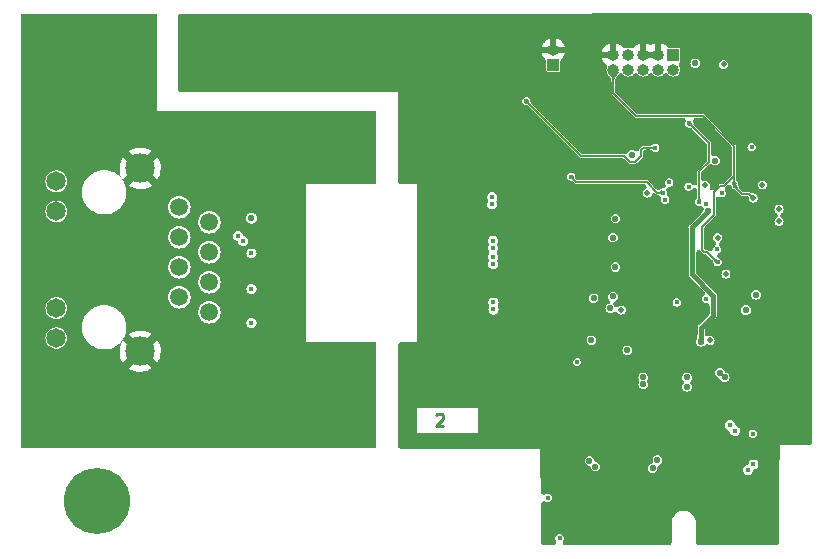
<source format=gbr>
%TF.GenerationSoftware,KiCad,Pcbnew,(6.0.9)*%
%TF.CreationDate,2023-01-29T21:13:32+01:00*%
%TF.ProjectId,pallas-ethernet-adapter,70616c6c-6173-42d6-9574-6865726e6574,rev?*%
%TF.SameCoordinates,Original*%
%TF.FileFunction,Copper,L2,Inr*%
%TF.FilePolarity,Positive*%
%FSLAX46Y46*%
G04 Gerber Fmt 4.6, Leading zero omitted, Abs format (unit mm)*
G04 Created by KiCad (PCBNEW (6.0.9)) date 2023-01-29 21:13:32*
%MOMM*%
%LPD*%
G01*
G04 APERTURE LIST*
%ADD10C,0.250000*%
%TA.AperFunction,NonConductor*%
%ADD11C,0.250000*%
%TD*%
%TA.AperFunction,ComponentPad*%
%ADD12C,1.509000*%
%TD*%
%TA.AperFunction,ComponentPad*%
%ADD13C,1.650000*%
%TD*%
%TA.AperFunction,ComponentPad*%
%ADD14C,2.475000*%
%TD*%
%TA.AperFunction,ComponentPad*%
%ADD15R,1.000000X1.000000*%
%TD*%
%TA.AperFunction,ComponentPad*%
%ADD16O,1.000000X1.000000*%
%TD*%
%TA.AperFunction,ComponentPad*%
%ADD17C,5.600000*%
%TD*%
%TA.AperFunction,ViaPad*%
%ADD18C,0.450000*%
%TD*%
%TA.AperFunction,ViaPad*%
%ADD19C,0.550000*%
%TD*%
%TA.AperFunction,ViaPad*%
%ADD20C,0.500000*%
%TD*%
%TA.AperFunction,Conductor*%
%ADD21C,0.400000*%
%TD*%
%TA.AperFunction,Conductor*%
%ADD22C,0.127000*%
%TD*%
G04 APERTURE END LIST*
D10*
D11*
X-8940715Y16597381D02*
X-8893096Y16645000D01*
X-8797858Y16692620D01*
X-8559762Y16692620D01*
X-8464524Y16645000D01*
X-8416905Y16597381D01*
X-8369286Y16502143D01*
X-8369286Y16406905D01*
X-8416905Y16264048D01*
X-8988334Y15692620D01*
X-8369286Y15692620D01*
D12*
%TO.N,/Ethernet/MDI_A_P*%
%TO.C,J5*%
X-30720000Y34195000D03*
%TO.N,/Ethernet/MDI_A_N*%
X-28180000Y32925000D03*
%TO.N,/Ethernet/MDI_B_P*%
X-30720000Y31655000D03*
%TO.N,/Ethernet/MDI_C_P*%
X-28180000Y30385000D03*
%TO.N,/Ethernet/MDI_C_N*%
X-30720000Y29115000D03*
%TO.N,/Ethernet/MDI_B_N*%
X-28180000Y27845000D03*
%TO.N,/Ethernet/MDI_D_P*%
X-30720000Y26575000D03*
%TO.N,/Ethernet/MDI_D_N*%
X-28180000Y25305000D03*
D13*
%TO.N,/~{LED1}*%
X-41130000Y33840000D03*
%TO.N,+3V3*%
X-41130000Y36380000D03*
%TO.N,/~{LED0}*%
X-41130000Y23120000D03*
%TO.N,+3V3*%
X-41130000Y25660000D03*
D14*
%TO.N,/CASE*%
X-34020000Y37495000D03*
X-34020000Y22005000D03*
%TD*%
D15*
%TO.N,/RESET*%
%TO.C,J6*%
X965000Y46235000D03*
D16*
%TO.N,GND*%
X965000Y47505000D03*
%TD*%
D17*
%TO.N,/CASE*%
%TO.C,H2*%
X-37685000Y45585000D03*
%TD*%
D15*
%TO.N,+3V3*%
%TO.C,J7*%
X11114992Y47110003D03*
D16*
%TO.N,/LAN_JTAG_TDI*%
X11114992Y45840003D03*
%TO.N,GND*%
X9844992Y47110003D03*
%TO.N,/LAN_JTAG_TCK*%
X9844992Y45840003D03*
%TO.N,GND*%
X8574992Y47110003D03*
%TO.N,/LAN_JTAG_TDO*%
X8574992Y45840003D03*
%TO.N,unconnected-(J7-Pad7)*%
X7304992Y47110003D03*
%TO.N,/LAN_JTAG_TMS*%
X7304992Y45840003D03*
%TO.N,GND*%
X6034992Y47110003D03*
%TO.N,/RESET*%
X6034992Y45840003D03*
%TD*%
D17*
%TO.N,/CASE*%
%TO.C,H1*%
X-37650000Y9350000D03*
%TD*%
D18*
%TO.N,GND*%
X-9535000Y14385000D03*
X20965000Y50285000D03*
X19965000Y25535000D03*
X17435000Y22995000D03*
X15476500Y23605000D03*
X12956905Y14596905D03*
X15465000Y21215000D03*
X9565000Y31585000D03*
X-20535000Y44285000D03*
X-17960000Y48810000D03*
D19*
X12315000Y20675000D03*
D18*
X22465000Y17785000D03*
X22472715Y29781913D03*
X12365000Y37135000D03*
X15475000Y25115000D03*
D19*
X13885000Y6995000D03*
D18*
X22472715Y39781913D03*
X19915000Y34885000D03*
X16965000Y8285000D03*
X22465000Y49285000D03*
X-11535000Y14385000D03*
X16785000Y9945000D03*
X13575000Y24875000D03*
X16065000Y9685000D03*
X17055000Y13543500D03*
X18635000Y34925000D03*
X8425000Y14795000D03*
D19*
X19465000Y6185000D03*
D18*
X22465000Y14785000D03*
X9115000Y27985000D03*
X9188569Y13953816D03*
X15178095Y26298095D03*
D19*
X3565000Y6985000D03*
D18*
X22472715Y27781913D03*
X11665000Y9235000D03*
X19565000Y10375000D03*
X15975000Y13545000D03*
X17465000Y50285000D03*
D19*
X6515000Y6985000D03*
D18*
X22465000Y16235000D03*
X9185000Y38645000D03*
D19*
X-4765000Y30345000D03*
D18*
X9465000Y50285000D03*
X-2531913Y50292715D03*
X-10185000Y22345000D03*
X-9015000Y36745000D03*
X-17985000Y45735000D03*
D19*
X-1615000Y36045000D03*
D18*
X12165000Y10585000D03*
D19*
X-7255600Y29519700D03*
D18*
X-11585000Y22345000D03*
D19*
X6515000Y6185000D03*
D18*
X7465000Y50285000D03*
D19*
X-7275600Y31044700D03*
D18*
X8365000Y31585000D03*
X19555000Y9395000D03*
X20465000Y14785000D03*
D19*
X9265000Y20585000D03*
D18*
X22472715Y41781913D03*
X13465000Y50285000D03*
D19*
X-4115000Y27845000D03*
D18*
X-18535000Y50285000D03*
X11765000Y32785000D03*
X13985000Y13605000D03*
D19*
X-7245000Y26575000D03*
D18*
X5365000Y19235000D03*
X-6535000Y50285000D03*
X15985000Y11586500D03*
X22472715Y47781913D03*
X-11535000Y18785000D03*
D19*
X1825000Y27465000D03*
D18*
X-3535000Y14385000D03*
X11615000Y40435000D03*
D19*
X-1515000Y24645000D03*
D18*
X11510423Y31825558D03*
X20085000Y31095000D03*
X-16531913Y44292715D03*
X9186500Y17315000D03*
X12253500Y15475000D03*
X1465000Y50285000D03*
X-20535000Y50285000D03*
X16815000Y11205000D03*
X-22535000Y44285000D03*
X14465000Y36135000D03*
D19*
X-6485000Y24355000D03*
D18*
X-11860000Y42560000D03*
X22465000Y31785000D03*
X20085000Y29595000D03*
X5465000Y50285000D03*
X19410000Y8535000D03*
X22465000Y23785000D03*
X-24535000Y44285000D03*
X-12535000Y50285000D03*
X13965000Y8785000D03*
X19695000Y28875000D03*
X22465000Y45785000D03*
X22465000Y19785000D03*
X-5715000Y35745000D03*
X12265000Y16755000D03*
D19*
X-7294400Y34085300D03*
X15415000Y18855000D03*
X-6464400Y27285300D03*
D18*
X-8535000Y50285000D03*
X19165000Y46335000D03*
X11468087Y50292715D03*
X8365000Y30385000D03*
D19*
X9135000Y23495000D03*
D18*
X12165000Y27985000D03*
X14515000Y40435000D03*
X-26535000Y44285000D03*
X-1535000Y14385000D03*
D19*
X-7285000Y23495000D03*
X3935000Y29145000D03*
X4335000Y27345000D03*
D18*
X22472715Y25781913D03*
X22465000Y50285000D03*
X-5535000Y14385000D03*
X-11835000Y38485000D03*
D19*
X13335000Y16985000D03*
X1165000Y31675000D03*
D18*
X-11815000Y36745000D03*
X-22535000Y50285000D03*
X-30535000Y50285000D03*
D19*
X-4215000Y32945000D03*
D18*
X13015000Y9735000D03*
X-16531913Y50292715D03*
X15085000Y16045000D03*
X-14535000Y44285000D03*
X-4535000Y50285000D03*
X-14535000Y50285000D03*
X-26535000Y50285000D03*
X13965000Y11685000D03*
X-11615000Y20788087D03*
X18795000Y28890000D03*
X4765000Y37260000D03*
X-11535000Y16785000D03*
D19*
X14815000Y17555000D03*
X17015000Y6985000D03*
D18*
X-30535000Y46785000D03*
X17165000Y37535000D03*
X9565000Y32785000D03*
X22472715Y35781913D03*
D19*
X3485000Y31645000D03*
D18*
X-535000Y50285000D03*
X8445000Y15535000D03*
X17465000Y16195000D03*
X5315000Y14585000D03*
X22472715Y43781913D03*
X-10415000Y36745000D03*
X-28535000Y44285000D03*
X-30535000Y44785000D03*
D19*
X-6494400Y33240300D03*
D18*
X-26835000Y48810000D03*
X17065000Y36135000D03*
X15315000Y38985000D03*
X-30535000Y48785000D03*
D19*
X9136500Y22035000D03*
D18*
X20085000Y30345000D03*
X-18535000Y44285000D03*
X15715000Y34935000D03*
X16005000Y10695000D03*
D20*
X19165000Y48785000D03*
D18*
X-24535000Y50285000D03*
D19*
X-7315000Y32495000D03*
D18*
X22472715Y33781913D03*
X8365000Y29185000D03*
X9186500Y16215000D03*
X-7535000Y14385000D03*
X-28535000Y50285000D03*
D19*
X3565000Y6185000D03*
D18*
X18185000Y13325000D03*
D19*
X-7264400Y28085300D03*
D18*
X8251808Y12646433D03*
X12253500Y18245000D03*
D19*
X1695000Y33165000D03*
D18*
X9185000Y15075000D03*
X11535000Y11305000D03*
X-26860000Y45810000D03*
X15468087Y50292715D03*
X18968087Y50292715D03*
D19*
X4965000Y34035000D03*
D18*
X8405000Y16535000D03*
X22457285Y21788087D03*
X-10535000Y50285000D03*
D19*
X1185000Y29145000D03*
D18*
X14045000Y22045000D03*
D19*
X-7255600Y25154700D03*
D18*
X11615000Y38785000D03*
D19*
X-6465000Y30295000D03*
D18*
X22472715Y37781913D03*
D19*
X19465000Y6985000D03*
D18*
X9565000Y30385000D03*
X8365000Y32785000D03*
X3465000Y50285000D03*
X-5915000Y22345000D03*
X10565000Y27985000D03*
%TO.N,/PCIexpress_connector/~{PRSNT1}*%
X465000Y9585000D03*
X17855000Y15005000D03*
D19*
%TO.N,+3V3*%
X8565000Y19185000D03*
X12265000Y18985000D03*
D20*
X15365000Y46285000D03*
D19*
X18115000Y26785000D03*
X14665000Y38135000D03*
D20*
X18665000Y36075000D03*
D19*
X15065000Y20185000D03*
X8565000Y19785000D03*
X12965000Y46385000D03*
X12265000Y19785000D03*
X7615000Y38635000D03*
D20*
X14875000Y31625000D03*
D19*
X15465000Y19785000D03*
%TO.N,/LAN7430/VDD12_SW_FB*%
X7215000Y22085000D03*
D20*
X20065000Y32985000D03*
D19*
X13465000Y22805000D03*
D20*
X20065000Y34035000D03*
D19*
X14065000Y33835000D03*
D20*
%TO.N,/LAN7430/VDD12CORE*%
X6715000Y25485000D03*
D18*
X12415000Y35935000D03*
X14815000Y30635000D03*
D19*
%TO.N,/LAN7430/AVDDH*%
X6015000Y26635000D03*
X6215000Y33235000D03*
X4365000Y26485000D03*
D18*
%TO.N,/LAN7430/VPTX*%
X11415000Y26135000D03*
D19*
%TO.N,/LAN7430/AVDDL*%
X5775000Y25625000D03*
X6215000Y29135000D03*
X6005000Y31625000D03*
D20*
%TO.N,/LAN7430/AVDD12*%
X8915000Y35385000D03*
%TO.N,/LAN7430/TEST*%
X13815000Y36035000D03*
D19*
%TO.N,/LAN7430/VDD_2V5*%
X17265000Y25485000D03*
D20*
X14225000Y22925000D03*
D19*
X4175000Y22925000D03*
D20*
X15565000Y28535000D03*
D19*
%TO.N,/PCIexpress_connector/3V3*%
X4015000Y12735000D03*
X4515000Y12235000D03*
D18*
%TO.N,/LAN7430/PCIE_TX_P*%
X17434058Y11954058D03*
%TO.N,/LAN7430/PCIE_TX_N*%
X17895942Y12415942D03*
%TO.N,/LAN7430/PCIE_CLK_P*%
X15894058Y15725942D03*
%TO.N,/LAN7430/PCIE_CLK_N*%
X16355942Y15264058D03*
%TO.N,/LAN_JTAG_TCK*%
X9585000Y39245000D03*
X15215000Y35385000D03*
X2965000Y21085000D03*
X-1335000Y43185000D03*
%TO.N,/Ethernet/MDI_B_P*%
X-25727133Y31757133D03*
%TO.N,/Ethernet/MDI_B_N*%
X-25302867Y31332867D03*
%TO.N,/CASE*%
X-23041593Y38797064D03*
X-19035000Y38785000D03*
X-15035000Y14385000D03*
X-42035000Y14385000D03*
X-33035000Y50285000D03*
X-43735000Y31785000D03*
X-31035000Y20785000D03*
X-19035000Y20785000D03*
X-27035000Y41785000D03*
X-43735000Y17785000D03*
X-31315000Y24545000D03*
X-34535000Y50285000D03*
X-21035000Y41785000D03*
X-25615000Y24745000D03*
X-25035000Y14385000D03*
X-17015000Y22345000D03*
X-17031913Y41792715D03*
X-21035000Y38785000D03*
X-23035000Y41785000D03*
X-43735000Y25785000D03*
X-25035000Y20785000D03*
X-33535000Y14385000D03*
X-43735000Y44785000D03*
X-15025000Y40315000D03*
X-31035000Y41785000D03*
X-40535000Y50285000D03*
X-35535000Y20785000D03*
X-43735000Y46785000D03*
X-15035000Y16785000D03*
X-25515000Y27945000D03*
X-43735000Y41785000D03*
X-19035000Y41785000D03*
X-27015000Y22345000D03*
X-38535000Y50285000D03*
X-23015000Y22345000D03*
X-43735000Y37785000D03*
X-27035000Y20785000D03*
X-42835000Y20485000D03*
X-25035000Y41785000D03*
X-29035000Y14385000D03*
X-23035000Y20785000D03*
X-43735000Y39785000D03*
X-43735000Y21785000D03*
X-42535000Y50285000D03*
X-33035000Y46785000D03*
X-29035000Y41785000D03*
X-15035000Y18785000D03*
X-25515000Y22345000D03*
X-43735000Y29785000D03*
X-43735000Y19785000D03*
X-43735000Y33785000D03*
X-21035000Y20785000D03*
X-27035000Y14385000D03*
X-33035000Y44785000D03*
X-43735000Y23785000D03*
X-15035000Y38785000D03*
X-43735000Y50285000D03*
X-25415000Y33745000D03*
X-19035000Y14385000D03*
X-21015000Y22345000D03*
X-17035000Y38785000D03*
X-19015000Y22345000D03*
X-23035000Y14385000D03*
X-40235000Y20485000D03*
X-33035000Y48785000D03*
X-21035000Y14385000D03*
X-43735000Y15785000D03*
X-15035000Y41885000D03*
X-43735000Y14385000D03*
X-23785000Y22345000D03*
X-31035000Y14385000D03*
X-43735000Y27785000D03*
X-43735000Y35785000D03*
X-31815000Y32945000D03*
X-37535000Y14385000D03*
X-15015000Y36785000D03*
X-15015000Y22345000D03*
X-35535000Y14385000D03*
X-17035000Y20785000D03*
X-17035000Y14385000D03*
X-39535000Y14385000D03*
X-38335000Y20785000D03*
X-43735000Y48685000D03*
X-36535000Y50285000D03*
X-33035000Y41785000D03*
X-29035000Y20785000D03*
X-15035000Y20785000D03*
%TO.N,/RESET*%
X14865000Y29535000D03*
D20*
X17885000Y34975000D03*
D18*
%TO.N,/LAN_JTAG_TDI*%
X13315000Y34635000D03*
X12465000Y41285000D03*
%TO.N,/LAN_JTAG_TDO*%
X17740000Y39285000D03*
X13915000Y34485000D03*
%TO.N,/LAN7430/RESREF*%
X13915000Y26435000D03*
%TO.N,/PCIexpress_connector/12V*%
X1480000Y6175000D03*
%TO.N,/LAN7430/~{PCIE_CLKREQ}*%
X10765000Y36285000D03*
D19*
X9765000Y12785000D03*
D18*
%TO.N,/LAN7430/~{PCIE_PERST}*%
X10225000Y35425000D03*
X2465000Y36785000D03*
%TO.N,/LAN7430/~{PCIE_WAKE}*%
X10425000Y34825000D03*
D19*
X9365000Y12085000D03*
D18*
%TO.N,/Ethernet/TXRX_A_P*%
X-4215000Y35048000D03*
%TO.N,/Ethernet/TXRX_A_N*%
X-4215000Y34448000D03*
%TO.N,/Ethernet/TXRX_B_P*%
X-4144400Y31365800D03*
%TO.N,/Ethernet/TXRX_B_N*%
X-4160000Y30760000D03*
%TO.N,/Ethernet/TXRX_C_P*%
X-4144400Y29965800D03*
%TO.N,/Ethernet/TXRX_C_N*%
X-4135000Y29360000D03*
%TO.N,/Ethernet/TXRX_D_P*%
X-4115000Y26132600D03*
%TO.N,/Ethernet/TXRX_D_N*%
X-4115000Y25532600D03*
%TO.N,/Ethernet/BOB_SMITH*%
X-24605000Y24385000D03*
D19*
X-24605000Y33285000D03*
D18*
X-24605000Y27285000D03*
X-24605000Y30285000D03*
%TD*%
D21*
%TO.N,/LAN7430/VDD12_SW_FB*%
X14495000Y26715000D02*
X14495000Y25005000D01*
X12705000Y32475000D02*
X12705000Y28505000D01*
X13465000Y23975000D02*
X13465000Y22805000D01*
X14065000Y33835000D02*
X12705000Y32475000D01*
X14495000Y25005000D02*
X13465000Y23975000D01*
X12705000Y28505000D02*
X14495000Y26715000D01*
D22*
%TO.N,/LAN_JTAG_TCK*%
X7465000Y38035000D02*
X7875000Y38035000D01*
X7875000Y38035000D02*
X8385000Y38545000D01*
X3315000Y38535000D02*
X6965000Y38535000D01*
X8385000Y39045000D02*
X8585000Y39245000D01*
X8585000Y39245000D02*
X9585000Y39245000D01*
X8385000Y38545000D02*
X8385000Y39045000D01*
X6965000Y38535000D02*
X7465000Y38035000D01*
X-1335000Y43185000D02*
X3315000Y38535000D01*
%TO.N,/RESET*%
X14865000Y29535000D02*
X14815000Y29535000D01*
X17525000Y35335000D02*
X16905000Y35335000D01*
X6035000Y43865000D02*
X6035000Y45840000D01*
X16905000Y35335000D02*
X16265000Y35975000D01*
X13665000Y41935000D02*
X7965000Y41935000D01*
X13935000Y30415000D02*
X13715000Y30415000D01*
X15385000Y35995000D02*
X16265000Y36875000D01*
X17885000Y34975000D02*
X17525000Y35335000D01*
X13535000Y32505000D02*
X14535000Y33505000D01*
X14535000Y33505000D02*
X14535000Y35445000D01*
X16265000Y35975000D02*
X16265000Y36875000D01*
X14815000Y29535000D02*
X13935000Y30415000D01*
X7965000Y41935000D02*
X6035000Y43865000D01*
X13715000Y30415000D02*
X13535000Y30595000D01*
X14535000Y35445000D02*
X15085000Y35995000D01*
X13535000Y30595000D02*
X13535000Y32505000D01*
X16265000Y39335000D02*
X13665000Y41935000D01*
X15085000Y35995000D02*
X15385000Y35995000D01*
X16265000Y36875000D02*
X16265000Y39335000D01*
%TO.N,/LAN_JTAG_TDI*%
X14115000Y39635000D02*
X14115000Y38035000D01*
X12465000Y41285000D02*
X14115000Y39635000D01*
X13315000Y37235000D02*
X13315000Y34635000D01*
X14115000Y38035000D02*
X13315000Y37235000D01*
%TO.N,/LAN7430/~{PCIE_PERST}*%
X2465000Y36785000D02*
X2915000Y36335000D01*
X8865000Y36335000D02*
X9775000Y35425000D01*
X9775000Y35425000D02*
X10225000Y35425000D01*
X2915000Y36335000D02*
X8865000Y36335000D01*
%TD*%
%TA.AperFunction,Conductor*%
%TO.N,/LAN_JTAG_TDI*%
G36*
X12571741Y41360907D02*
G01*
X12669103Y41359004D01*
X12677307Y41355416D01*
X12680045Y41350783D01*
X12690807Y41316206D01*
X12690994Y41315537D01*
X12700355Y41277676D01*
X12700456Y41277231D01*
X12707598Y41242597D01*
X12714037Y41210316D01*
X12721292Y41179619D01*
X12730928Y41149515D01*
X12744509Y41119016D01*
X12763599Y41087130D01*
X12789762Y41052868D01*
X12789946Y41052670D01*
X12789946Y41052669D01*
X12816923Y41023500D01*
X12820024Y41015100D01*
X12816606Y41007283D01*
X12742717Y40933394D01*
X12734444Y40929967D01*
X12726500Y40933077D01*
X12697331Y40960054D01*
X12697330Y40960054D01*
X12697132Y40960238D01*
X12662870Y40986401D01*
X12651548Y40993180D01*
X12631287Y41005310D01*
X12631282Y41005313D01*
X12630984Y41005491D01*
X12600485Y41019072D01*
X12583902Y41024380D01*
X12570591Y41028641D01*
X12570586Y41028642D01*
X12570381Y41028708D01*
X12539684Y41035963D01*
X12539612Y41035977D01*
X12539600Y41035980D01*
X12527764Y41038341D01*
X12507403Y41042402D01*
X12488781Y41046242D01*
X12472769Y41049544D01*
X12472324Y41049645D01*
X12434463Y41059006D01*
X12433794Y41059193D01*
X12399217Y41069955D01*
X12392336Y41075685D01*
X12390996Y41080897D01*
X12390869Y41087421D01*
X12385689Y41352384D01*
X12388954Y41360723D01*
X12397616Y41364311D01*
X12571741Y41360907D01*
G37*
%TD.AperFunction*%
%TD*%
%TA.AperFunction,Conductor*%
%TO.N,/RESET*%
G36*
X16411264Y36112096D02*
G01*
X16506859Y36087127D01*
X16513996Y36081721D01*
X16515573Y36076606D01*
X16518178Y36038482D01*
X16526804Y35999506D01*
X16539516Y35965988D01*
X16554952Y35935846D01*
X16555023Y35935725D01*
X16555029Y35935713D01*
X16571708Y35907070D01*
X16571776Y35906952D01*
X16588342Y35877724D01*
X16588732Y35876973D01*
X16603695Y35845458D01*
X16604194Y35844230D01*
X16616444Y35808130D01*
X16616847Y35806609D01*
X16625175Y35763644D01*
X16625367Y35762126D01*
X16625897Y35753187D01*
X16627766Y35721657D01*
X16624834Y35713196D01*
X16616086Y35709265D01*
X16511950Y35709265D01*
X16503677Y35712692D01*
X16500324Y35719648D01*
X16496524Y35753187D01*
X16496524Y35753188D01*
X16496421Y35754095D01*
X16496044Y35754926D01*
X16496043Y35754929D01*
X16482504Y35784759D01*
X16482026Y35785812D01*
X16459578Y35806761D01*
X16430338Y35819287D01*
X16429705Y35819404D01*
X16429703Y35819405D01*
X16417261Y35821712D01*
X16395569Y35825734D01*
X16356532Y35828447D01*
X16314592Y35829767D01*
X16314389Y35829775D01*
X16298194Y35830618D01*
X16271135Y35832026D01*
X16270281Y35832102D01*
X16227181Y35837532D01*
X16225720Y35837811D01*
X16215505Y35840447D01*
X16191557Y35846627D01*
X16184403Y35852011D01*
X16182783Y35857726D01*
X16182400Y35877361D01*
X16176612Y36173388D01*
X16411264Y36112096D01*
G37*
%TD.AperFunction*%
%TD*%
%TA.AperFunction,Conductor*%
%TO.N,/RESET*%
G36*
X6043421Y46081233D02*
G01*
X6479035Y45628263D01*
X6482300Y45619926D01*
X6480861Y45614528D01*
X6433957Y45529001D01*
X6433359Y45528028D01*
X6381075Y45451481D01*
X6380550Y45450771D01*
X6365404Y45431852D01*
X6328157Y45385328D01*
X6327880Y45384996D01*
X6304493Y45357898D01*
X6276971Y45326009D01*
X6276947Y45325980D01*
X6229405Y45269077D01*
X6229400Y45269070D01*
X6229267Y45268911D01*
X6186561Y45209183D01*
X6150493Y45142126D01*
X6122700Y45063042D01*
X6122617Y45062595D01*
X6122615Y45062589D01*
X6104895Y44967621D01*
X6104823Y44967233D01*
X6104802Y44966842D01*
X6099097Y44861070D01*
X6095230Y44852993D01*
X6087414Y44850000D01*
X5982586Y44850000D01*
X5974313Y44853427D01*
X5970903Y44861070D01*
X5965197Y44966841D01*
X5965197Y44966842D01*
X5965176Y44967232D01*
X5965104Y44967620D01*
X5947384Y45062586D01*
X5947382Y45062592D01*
X5947299Y45063039D01*
X5919506Y45142122D01*
X5883438Y45209178D01*
X5840731Y45268905D01*
X5793026Y45326002D01*
X5742109Y45384996D01*
X5742091Y45385017D01*
X5741815Y45385350D01*
X5689454Y45450750D01*
X5688926Y45451462D01*
X5688913Y45451481D01*
X5636615Y45528042D01*
X5636046Y45528969D01*
X5589130Y45614514D01*
X5588157Y45623414D01*
X5590956Y45628248D01*
X5855354Y45903199D01*
X6026556Y46081233D01*
X6034759Y46084821D01*
X6043421Y46081233D01*
G37*
%TD.AperFunction*%
%TD*%
%TA.AperFunction,Conductor*%
%TO.N,/RESET*%
G36*
X6043421Y46081233D02*
G01*
X6479035Y45628263D01*
X6482300Y45619926D01*
X6480861Y45614528D01*
X6433957Y45529001D01*
X6433359Y45528028D01*
X6381075Y45451481D01*
X6380550Y45450771D01*
X6365404Y45431852D01*
X6328157Y45385328D01*
X6327880Y45384996D01*
X6304493Y45357898D01*
X6276971Y45326009D01*
X6276947Y45325980D01*
X6229405Y45269077D01*
X6229400Y45269070D01*
X6229267Y45268911D01*
X6186561Y45209183D01*
X6150493Y45142126D01*
X6122700Y45063042D01*
X6122617Y45062595D01*
X6122615Y45062589D01*
X6104895Y44967621D01*
X6104823Y44967233D01*
X6104802Y44966842D01*
X6099097Y44861070D01*
X6095230Y44852993D01*
X6087414Y44850000D01*
X5982586Y44850000D01*
X5974313Y44853427D01*
X5970903Y44861070D01*
X5965197Y44966841D01*
X5965197Y44966842D01*
X5965176Y44967232D01*
X5965104Y44967620D01*
X5947384Y45062586D01*
X5947382Y45062592D01*
X5947299Y45063039D01*
X5919506Y45142122D01*
X5883438Y45209178D01*
X5840731Y45268905D01*
X5793026Y45326002D01*
X5742109Y45384996D01*
X5742091Y45385017D01*
X5741815Y45385350D01*
X5689454Y45450750D01*
X5688926Y45451462D01*
X5688913Y45451481D01*
X5636615Y45528042D01*
X5636046Y45528969D01*
X5589130Y45614514D01*
X5588157Y45623414D01*
X5590956Y45628248D01*
X5855354Y45903199D01*
X6026556Y46081233D01*
X6034759Y46084821D01*
X6043421Y46081233D01*
G37*
%TD.AperFunction*%
%TD*%
%TA.AperFunction,Conductor*%
%TO.N,/LAN7430/VDD12_SW_FB*%
G36*
X14158401Y33928724D02*
G01*
X14161989Y33920062D01*
X14155401Y33583055D01*
X14151813Y33574851D01*
X14147958Y33572386D01*
X14118879Y33561036D01*
X14118666Y33560932D01*
X14118657Y33560928D01*
X14086098Y33545019D01*
X14086088Y33545014D01*
X14085874Y33544909D01*
X14055215Y33526534D01*
X14025888Y33505592D01*
X14025750Y33505479D01*
X14025740Y33505471D01*
X13996991Y33481856D01*
X13996879Y33481764D01*
X13996788Y33481681D01*
X13996775Y33481670D01*
X13967238Y33454795D01*
X13967170Y33454733D01*
X13935748Y33424180D01*
X13901598Y33389787D01*
X13863703Y33351235D01*
X13829321Y33316552D01*
X13821064Y33313089D01*
X13812740Y33316516D01*
X13546516Y33582740D01*
X13543089Y33591013D01*
X13546552Y33599322D01*
X13581199Y33633669D01*
X13581234Y33633704D01*
X13619786Y33671599D01*
X13654122Y33705692D01*
X13654138Y33705709D01*
X13654179Y33705749D01*
X13684732Y33737171D01*
X13684794Y33737239D01*
X13711669Y33766776D01*
X13711680Y33766789D01*
X13711763Y33766880D01*
X13711855Y33766992D01*
X13735470Y33795741D01*
X13735478Y33795751D01*
X13735591Y33795889D01*
X13756533Y33825216D01*
X13774908Y33855875D01*
X13775013Y33856089D01*
X13775018Y33856099D01*
X13790927Y33888658D01*
X13790931Y33888667D01*
X13791035Y33888880D01*
X13802385Y33917957D01*
X13808585Y33924418D01*
X13813055Y33925401D01*
X13881485Y33926739D01*
X14150062Y33931989D01*
X14158401Y33928724D01*
G37*
%TD.AperFunction*%
%TD*%
%TA.AperFunction,Conductor*%
%TO.N,/LAN_JTAG_TCK*%
G36*
X-1228259Y43260907D02*
G01*
X-1130897Y43259004D01*
X-1122693Y43255416D01*
X-1119955Y43250783D01*
X-1109193Y43216206D01*
X-1109006Y43215537D01*
X-1099645Y43177676D01*
X-1099544Y43177231D01*
X-1092402Y43142597D01*
X-1085963Y43110316D01*
X-1078708Y43079619D01*
X-1069072Y43049515D01*
X-1055491Y43019016D01*
X-1036401Y42987130D01*
X-1010238Y42952868D01*
X-1010054Y42952670D01*
X-1010054Y42952669D01*
X-983077Y42923500D01*
X-979976Y42915100D01*
X-983394Y42907283D01*
X-1057283Y42833394D01*
X-1065556Y42829967D01*
X-1073500Y42833077D01*
X-1102669Y42860054D01*
X-1102670Y42860054D01*
X-1102868Y42860238D01*
X-1137130Y42886401D01*
X-1148452Y42893180D01*
X-1168713Y42905310D01*
X-1168718Y42905313D01*
X-1169016Y42905491D01*
X-1199515Y42919072D01*
X-1216098Y42924380D01*
X-1229409Y42928641D01*
X-1229414Y42928642D01*
X-1229619Y42928708D01*
X-1260316Y42935963D01*
X-1260388Y42935977D01*
X-1260400Y42935980D01*
X-1272236Y42938341D01*
X-1292597Y42942402D01*
X-1311219Y42946242D01*
X-1327231Y42949544D01*
X-1327676Y42949645D01*
X-1365537Y42959006D01*
X-1366206Y42959193D01*
X-1400783Y42969955D01*
X-1407664Y42975685D01*
X-1409004Y42980897D01*
X-1409131Y42987421D01*
X-1414311Y43252384D01*
X-1411046Y43260723D01*
X-1402384Y43264311D01*
X-1228259Y43260907D01*
G37*
%TD.AperFunction*%
%TD*%
%TA.AperFunction,Conductor*%
%TO.N,/LAN7430/~{PCIE_PERST}*%
G36*
X2571741Y36860907D02*
G01*
X2669103Y36859004D01*
X2677307Y36855416D01*
X2680045Y36850783D01*
X2690807Y36816206D01*
X2690994Y36815537D01*
X2700355Y36777676D01*
X2700456Y36777231D01*
X2707598Y36742597D01*
X2714037Y36710316D01*
X2721292Y36679619D01*
X2730928Y36649515D01*
X2744509Y36619016D01*
X2763599Y36587130D01*
X2789762Y36552868D01*
X2789946Y36552670D01*
X2789946Y36552669D01*
X2816923Y36523500D01*
X2820024Y36515100D01*
X2816606Y36507283D01*
X2742717Y36433394D01*
X2734444Y36429967D01*
X2726500Y36433077D01*
X2697331Y36460054D01*
X2697330Y36460054D01*
X2697132Y36460238D01*
X2662870Y36486401D01*
X2651548Y36493180D01*
X2631287Y36505310D01*
X2631282Y36505313D01*
X2630984Y36505491D01*
X2600485Y36519072D01*
X2583902Y36524380D01*
X2570591Y36528641D01*
X2570586Y36528642D01*
X2570381Y36528708D01*
X2539684Y36535963D01*
X2539612Y36535977D01*
X2539600Y36535980D01*
X2527764Y36538341D01*
X2507403Y36542402D01*
X2488781Y36546242D01*
X2472769Y36549544D01*
X2472324Y36549645D01*
X2434463Y36559006D01*
X2433794Y36559193D01*
X2399217Y36569955D01*
X2392336Y36575685D01*
X2390996Y36580897D01*
X2390869Y36587421D01*
X2385689Y36852384D01*
X2388954Y36860723D01*
X2397616Y36864311D01*
X2571741Y36860907D01*
G37*
%TD.AperFunction*%
%TD*%
%TA.AperFunction,Conductor*%
%TO.N,/RESET*%
G36*
X14574711Y29865743D02*
G01*
X14590731Y29850986D01*
X14602389Y29840246D01*
X14602396Y29840240D01*
X14602609Y29840044D01*
X14635728Y29815192D01*
X14666758Y29797426D01*
X14667119Y29797281D01*
X14667124Y29797278D01*
X14680714Y29791799D01*
X14696645Y29785376D01*
X14726336Y29777672D01*
X14726615Y29777629D01*
X14726623Y29777627D01*
X14756603Y29772971D01*
X14756614Y29772970D01*
X14756779Y29772944D01*
X14788920Y29769825D01*
X14805854Y29768422D01*
X14823556Y29766955D01*
X14823807Y29766932D01*
X14861835Y29762955D01*
X14862374Y29762885D01*
X14896703Y29757674D01*
X14904368Y29753045D01*
X14906468Y29748146D01*
X14907343Y29743202D01*
X14948401Y29511214D01*
X14953797Y29480723D01*
X14951864Y29471979D01*
X14943863Y29467092D01*
X14770170Y29443310D01*
X14674831Y29430256D01*
X14666171Y29432529D01*
X14662749Y29436679D01*
X14645376Y29471960D01*
X14645071Y29472631D01*
X14629222Y29510684D01*
X14629016Y29511214D01*
X14616449Y29546075D01*
X14616401Y29546212D01*
X14605419Y29578886D01*
X14594333Y29610273D01*
X14581426Y29641345D01*
X14564951Y29673154D01*
X14543161Y29706756D01*
X14514309Y29743202D01*
X14484362Y29775284D01*
X14481223Y29783669D01*
X14484643Y29791540D01*
X14558513Y29865410D01*
X14566786Y29868837D01*
X14574711Y29865743D01*
G37*
%TD.AperFunction*%
%TD*%
%TA.AperFunction,Conductor*%
%TO.N,/LAN7430/VDD12_SW_FB*%
G36*
X13661522Y23346573D02*
G01*
X13664949Y23338250D01*
X13664735Y23289414D01*
X13664271Y23235358D01*
X13664100Y23186890D01*
X13664714Y23143067D01*
X13666607Y23102946D01*
X13670271Y23065584D01*
X13676200Y23030038D01*
X13684886Y22995366D01*
X13696821Y22960624D01*
X13696911Y22960418D01*
X13696916Y22960406D01*
X13709357Y22932037D01*
X13709541Y22923084D01*
X13707075Y22919228D01*
X13473433Y22676269D01*
X13465229Y22672681D01*
X13456567Y22676269D01*
X13222925Y22919228D01*
X13219660Y22927567D01*
X13220643Y22932036D01*
X13233075Y22960389D01*
X13233082Y22960406D01*
X13233178Y22960624D01*
X13245113Y22995366D01*
X13253799Y23030038D01*
X13259728Y23065584D01*
X13263392Y23102946D01*
X13265285Y23143067D01*
X13265899Y23186890D01*
X13265728Y23235358D01*
X13265264Y23289414D01*
X13265051Y23338249D01*
X13268442Y23346537D01*
X13276751Y23350000D01*
X13653249Y23350000D01*
X13661522Y23346573D01*
G37*
%TD.AperFunction*%
%TD*%
%TA.AperFunction,Conductor*%
%TO.N,/RESET*%
G36*
X6043421Y46081233D02*
G01*
X6479035Y45628263D01*
X6482300Y45619926D01*
X6480861Y45614528D01*
X6433957Y45529001D01*
X6433359Y45528028D01*
X6381075Y45451481D01*
X6380550Y45450771D01*
X6365404Y45431852D01*
X6328157Y45385328D01*
X6327880Y45384996D01*
X6304493Y45357898D01*
X6276971Y45326009D01*
X6276947Y45325980D01*
X6229405Y45269077D01*
X6229400Y45269070D01*
X6229267Y45268911D01*
X6186561Y45209183D01*
X6150493Y45142126D01*
X6122700Y45063042D01*
X6122617Y45062595D01*
X6122615Y45062589D01*
X6104895Y44967621D01*
X6104823Y44967233D01*
X6104802Y44966842D01*
X6099097Y44861070D01*
X6095230Y44852993D01*
X6087414Y44850000D01*
X5982586Y44850000D01*
X5974313Y44853427D01*
X5970903Y44861070D01*
X5965197Y44966841D01*
X5965197Y44966842D01*
X5965176Y44967232D01*
X5965104Y44967620D01*
X5947384Y45062586D01*
X5947382Y45062592D01*
X5947299Y45063039D01*
X5919506Y45142122D01*
X5883438Y45209178D01*
X5840731Y45268905D01*
X5793026Y45326002D01*
X5742109Y45384996D01*
X5742091Y45385017D01*
X5741815Y45385350D01*
X5689454Y45450750D01*
X5688926Y45451462D01*
X5688913Y45451481D01*
X5636615Y45528042D01*
X5636046Y45528969D01*
X5589130Y45614514D01*
X5588157Y45623414D01*
X5590956Y45628248D01*
X5855354Y45903199D01*
X6026556Y46081233D01*
X6034759Y46084821D01*
X6043421Y46081233D01*
G37*
%TD.AperFunction*%
%TD*%
%TA.AperFunction,Conductor*%
%TO.N,/LAN7430/~{PCIE_PERST}*%
G36*
X10133457Y35621219D02*
G01*
X10326358Y35435715D01*
X10329946Y35427511D01*
X10326681Y35419172D01*
X10324162Y35417187D01*
X10266421Y35383363D01*
X10072886Y35269993D01*
X10064016Y35268768D01*
X10059610Y35270996D01*
X10033798Y35291900D01*
X10033797Y35291901D01*
X10033268Y35292329D01*
X10000830Y35307925D01*
X9968405Y35315531D01*
X9935810Y35317987D01*
X9935600Y35317988D01*
X9935598Y35317988D01*
X9902977Y35318134D01*
X9902793Y35318136D01*
X9885854Y35318478D01*
X9869952Y35318800D01*
X9868832Y35318877D01*
X9836176Y35322745D01*
X9834268Y35323134D01*
X9801283Y35332782D01*
X9799062Y35333688D01*
X9765030Y35351867D01*
X9763049Y35353202D01*
X9736398Y35375432D01*
X9732240Y35383363D01*
X9734907Y35391911D01*
X9735619Y35392690D01*
X9809047Y35466118D01*
X9817320Y35469545D01*
X9824519Y35467066D01*
X9851219Y35446210D01*
X9882839Y35436150D01*
X9884150Y35436339D01*
X9884151Y35436339D01*
X9911053Y35440217D01*
X9912121Y35440371D01*
X9939961Y35455989D01*
X9967256Y35480119D01*
X9994903Y35509878D01*
X9994921Y35509898D01*
X9994942Y35509921D01*
X10023648Y35542212D01*
X10023948Y35542537D01*
X10054449Y35574339D01*
X10055260Y35575107D01*
X10088205Y35603467D01*
X10089700Y35604561D01*
X10106985Y35615213D01*
X10119210Y35622746D01*
X10128051Y35624168D01*
X10133457Y35621219D01*
G37*
%TD.AperFunction*%
%TD*%
%TA.AperFunction,Conductor*%
%TO.N,/RESET*%
G36*
X16325562Y36571573D02*
G01*
X16328978Y36563799D01*
X16330913Y36518404D01*
X16337798Y36471398D01*
X16348622Y36431926D01*
X16362854Y36397933D01*
X16379961Y36367366D01*
X16399411Y36338168D01*
X16420645Y36308322D01*
X16420703Y36308239D01*
X16443049Y36275895D01*
X16443357Y36275427D01*
X16466290Y36238576D01*
X16466690Y36237880D01*
X16486026Y36201458D01*
X16486879Y36192544D01*
X16484126Y36187864D01*
X16265000Y35960000D01*
X16045875Y36187863D01*
X16042610Y36196201D01*
X16043974Y36201458D01*
X16063309Y36237880D01*
X16063709Y36238576D01*
X16086642Y36275427D01*
X16086950Y36275895D01*
X16109296Y36308239D01*
X16109354Y36308322D01*
X16130588Y36338168D01*
X16150038Y36367366D01*
X16167145Y36397933D01*
X16181377Y36431926D01*
X16192201Y36471398D01*
X16199086Y36518404D01*
X16201022Y36563800D01*
X16204798Y36571918D01*
X16212711Y36575000D01*
X16317289Y36575000D01*
X16325562Y36571573D01*
G37*
%TD.AperFunction*%
%TD*%
%TA.AperFunction,Conductor*%
%TO.N,/LAN_JTAG_TDI*%
G36*
X13375521Y35076573D02*
G01*
X13378939Y35068756D01*
X13380488Y35029056D01*
X13380489Y35029046D01*
X13380499Y35028786D01*
X13386225Y34986059D01*
X13395274Y34950014D01*
X13407237Y34918844D01*
X13421710Y34890744D01*
X13438286Y34863907D01*
X13438345Y34863819D01*
X13456559Y34836528D01*
X13456600Y34836465D01*
X13475990Y34807002D01*
X13476234Y34806616D01*
X13496393Y34773215D01*
X13496734Y34772610D01*
X13513577Y34740544D01*
X13514390Y34731626D01*
X13511653Y34726995D01*
X13323433Y34531269D01*
X13315229Y34527681D01*
X13306567Y34531269D01*
X13118348Y34726994D01*
X13115083Y34735333D01*
X13116423Y34740544D01*
X13133261Y34772602D01*
X13133602Y34773208D01*
X13153765Y34806616D01*
X13154009Y34807002D01*
X13173399Y34836465D01*
X13173440Y34836528D01*
X13191654Y34863819D01*
X13191713Y34863907D01*
X13208289Y34890744D01*
X13222762Y34918844D01*
X13234725Y34950014D01*
X13243774Y34986059D01*
X13249500Y35028786D01*
X13251061Y35068757D01*
X13254808Y35076890D01*
X13262752Y35080000D01*
X13367248Y35080000D01*
X13375521Y35076573D01*
G37*
%TD.AperFunction*%
%TD*%
%TA.AperFunction,Conductor*%
%TO.N,/RESET*%
G36*
X6043421Y46081233D02*
G01*
X6479035Y45628263D01*
X6482300Y45619926D01*
X6480861Y45614528D01*
X6433957Y45529001D01*
X6433359Y45528028D01*
X6381075Y45451481D01*
X6380550Y45450771D01*
X6365404Y45431852D01*
X6328157Y45385328D01*
X6327880Y45384996D01*
X6304493Y45357898D01*
X6276971Y45326009D01*
X6276947Y45325980D01*
X6229405Y45269077D01*
X6229400Y45269070D01*
X6229267Y45268911D01*
X6186561Y45209183D01*
X6150493Y45142126D01*
X6122700Y45063042D01*
X6122617Y45062595D01*
X6122615Y45062589D01*
X6104895Y44967621D01*
X6104823Y44967233D01*
X6104802Y44966842D01*
X6099097Y44861070D01*
X6095230Y44852993D01*
X6087414Y44850000D01*
X5982586Y44850000D01*
X5974313Y44853427D01*
X5970903Y44861070D01*
X5965197Y44966841D01*
X5965197Y44966842D01*
X5965176Y44967232D01*
X5965104Y44967620D01*
X5947384Y45062586D01*
X5947382Y45062592D01*
X5947299Y45063039D01*
X5919506Y45142122D01*
X5883438Y45209178D01*
X5840731Y45268905D01*
X5793026Y45326002D01*
X5742109Y45384996D01*
X5742091Y45385017D01*
X5741815Y45385350D01*
X5689454Y45450750D01*
X5688926Y45451462D01*
X5688913Y45451481D01*
X5636615Y45528042D01*
X5636046Y45528969D01*
X5589130Y45614514D01*
X5588157Y45623414D01*
X5590956Y45628248D01*
X5855354Y45903199D01*
X6026556Y46081233D01*
X6034759Y46084821D01*
X6043421Y46081233D01*
G37*
%TD.AperFunction*%
%TD*%
%TA.AperFunction,Conductor*%
%TO.N,/CASE*%
G36*
X-34235000Y41985000D02*
G01*
X-41235000Y41985000D01*
X-41235000Y48985000D01*
X-34235000Y48985000D01*
X-34235000Y41985000D01*
G37*
%TD.AperFunction*%
%TD*%
%TA.AperFunction,Conductor*%
%TO.N,/CASE*%
G36*
X-32588448Y50581573D02*
G01*
X-32585021Y50573280D01*
X-32592767Y46307983D01*
X-32599885Y42388136D01*
X-32600000Y42325000D01*
X-14036700Y42325000D01*
X-14028427Y42321573D01*
X-14025000Y42313300D01*
X-14025000Y36156700D01*
X-14028427Y36148427D01*
X-14036700Y36145000D01*
X-19985000Y36145000D01*
X-19985000Y22745000D01*
X-14036700Y22745000D01*
X-14028427Y22741573D01*
X-14025000Y22733300D01*
X-14025000Y13811700D01*
X-14028427Y13803427D01*
X-14036700Y13800000D01*
X-44138295Y13800000D01*
X-44146568Y13803427D01*
X-44149995Y13811705D01*
X-44147336Y20546758D01*
X-34982303Y20546758D01*
X-34981883Y20545743D01*
X-34947923Y20520842D01*
X-34947181Y20520378D01*
X-34718355Y20399988D01*
X-34717556Y20399640D01*
X-34473442Y20314391D01*
X-34472612Y20314169D01*
X-34218573Y20265938D01*
X-34217718Y20265841D01*
X-33959350Y20255689D01*
X-33958473Y20255720D01*
X-33701452Y20283869D01*
X-33700592Y20284029D01*
X-33450549Y20349859D01*
X-33449730Y20350141D01*
X-33212151Y20452213D01*
X-33211392Y20452608D01*
X-33059672Y20546495D01*
X-33058632Y20547939D01*
X-33058772Y20548797D01*
X-34018354Y21508379D01*
X-34020000Y21509061D01*
X-34021646Y21508379D01*
X-34981621Y20548404D01*
X-34982303Y20546758D01*
X-44147336Y20546758D01*
X-44146742Y22050389D01*
X-35769773Y22050389D01*
X-35757367Y21792107D01*
X-35757263Y21791259D01*
X-35706817Y21537650D01*
X-35706588Y21536825D01*
X-35619211Y21293461D01*
X-35618855Y21292663D01*
X-35496472Y21064896D01*
X-35496011Y21064171D01*
X-35480214Y21043016D01*
X-35478684Y21042106D01*
X-35477591Y21042384D01*
X-34516621Y22003354D01*
X-34515939Y22005000D01*
X-33524061Y22005000D01*
X-33523379Y22003354D01*
X-32564823Y21044798D01*
X-32563177Y21044116D01*
X-32562332Y21044466D01*
X-32481964Y21169410D01*
X-32481543Y21170186D01*
X-32375344Y21405940D01*
X-32375052Y21406741D01*
X-32304863Y21655613D01*
X-32304691Y21656461D01*
X-32272044Y21913085D01*
X-32271997Y21913695D01*
X-32269614Y22004701D01*
X-32269628Y22005297D01*
X-32288801Y22263293D01*
X-32288928Y22264145D01*
X-32345995Y22516348D01*
X-32346247Y22517171D01*
X-32439965Y22758165D01*
X-32440331Y22758933D01*
X-32559469Y22967380D01*
X-32560878Y22968471D01*
X-32561652Y22968373D01*
X-33523379Y22006646D01*
X-33524061Y22005000D01*
X-34515939Y22005000D01*
X-34516621Y22006646D01*
X-35476010Y22966035D01*
X-35477656Y22966717D01*
X-35478437Y22966393D01*
X-35579384Y22800038D01*
X-35579780Y22799260D01*
X-35679775Y22560802D01*
X-35680046Y22559991D01*
X-35743696Y22309370D01*
X-35743845Y22308524D01*
X-35769750Y22051253D01*
X-35769773Y22050389D01*
X-44146742Y22050389D01*
X-44146320Y23120000D01*
X-42050543Y23120000D01*
X-42030427Y22928608D01*
X-41970958Y22745581D01*
X-41874735Y22578918D01*
X-41874329Y22578467D01*
X-41765759Y22457889D01*
X-41745963Y22435903D01*
X-41590272Y22322786D01*
X-41589719Y22322540D01*
X-41589716Y22322538D01*
X-41415016Y22244758D01*
X-41414463Y22244512D01*
X-41413873Y22244387D01*
X-41413868Y22244385D01*
X-41226827Y22204628D01*
X-41226823Y22204628D01*
X-41226223Y22204500D01*
X-41033777Y22204500D01*
X-41033177Y22204628D01*
X-41033173Y22204628D01*
X-40846132Y22244385D01*
X-40846127Y22244387D01*
X-40845537Y22244512D01*
X-40844984Y22244758D01*
X-40670284Y22322538D01*
X-40670281Y22322540D01*
X-40669728Y22322786D01*
X-40514037Y22435903D01*
X-40494240Y22457889D01*
X-40385671Y22578467D01*
X-40385265Y22578918D01*
X-40289042Y22745581D01*
X-40229573Y22928608D01*
X-40209457Y23120000D01*
X-40229573Y23311392D01*
X-40289042Y23494419D01*
X-40385265Y23661082D01*
X-40438592Y23720307D01*
X-40513629Y23803644D01*
X-40513630Y23803645D01*
X-40514037Y23804097D01*
X-40669728Y23917214D01*
X-40670281Y23917460D01*
X-40670284Y23917462D01*
X-40838253Y23992245D01*
X-38954042Y23992245D01*
X-38954002Y23991827D01*
X-38954002Y23991822D01*
X-38930802Y23748662D01*
X-38928136Y23720720D01*
X-38863305Y23455778D01*
X-38760908Y23202970D01*
X-38623088Y22967592D01*
X-38622824Y22967262D01*
X-38622822Y22967259D01*
X-38456219Y22758933D01*
X-38452734Y22754575D01*
X-38253413Y22568380D01*
X-38029302Y22412908D01*
X-38028925Y22412721D01*
X-38028926Y22412721D01*
X-37785476Y22291606D01*
X-37785470Y22291603D01*
X-37785095Y22291417D01*
X-37784698Y22291287D01*
X-37784696Y22291286D01*
X-37526309Y22206583D01*
X-37526303Y22206582D01*
X-37525908Y22206452D01*
X-37525499Y22206381D01*
X-37525495Y22206380D01*
X-37317011Y22170181D01*
X-37257171Y22159791D01*
X-37222961Y22158088D01*
X-37171124Y22155507D01*
X-37171114Y22155507D01*
X-37170978Y22155500D01*
X-37000718Y22155500D01*
X-37000517Y22155515D01*
X-37000505Y22155515D01*
X-36842639Y22166970D01*
X-36797957Y22170212D01*
X-36797543Y22170303D01*
X-36797539Y22170304D01*
X-36532028Y22228923D01*
X-36532023Y22228924D01*
X-36531613Y22229015D01*
X-36319520Y22309370D01*
X-36276940Y22325502D01*
X-36276939Y22325503D01*
X-36276547Y22325651D01*
X-36038102Y22458095D01*
X-35821275Y22623573D01*
X-35630606Y22818618D01*
X-35470090Y23039144D01*
X-35343090Y23280531D01*
X-35279168Y23461544D01*
X-34980821Y23461544D01*
X-34980646Y23460621D01*
X-34021646Y22501621D01*
X-34020000Y22500939D01*
X-34018354Y22501621D01*
X-33059556Y23460419D01*
X-33058874Y23462065D01*
X-33059263Y23463003D01*
X-33131251Y23512943D01*
X-33131998Y23513383D01*
X-33363901Y23627745D01*
X-33364703Y23628069D01*
X-33610970Y23706899D01*
X-33611801Y23707099D01*
X-33867010Y23748662D01*
X-33867883Y23748739D01*
X-34126426Y23752123D01*
X-34127289Y23752071D01*
X-34383499Y23717202D01*
X-34384339Y23717024D01*
X-34632591Y23644664D01*
X-34633393Y23644364D01*
X-34868205Y23536115D01*
X-34868975Y23535689D01*
X-34979819Y23463016D01*
X-34980821Y23461544D01*
X-35279168Y23461544D01*
X-35252266Y23537724D01*
X-35218921Y23706899D01*
X-35199601Y23804923D01*
X-35199520Y23805334D01*
X-35190053Y23995488D01*
X-35185979Y24077335D01*
X-35185958Y24077755D01*
X-35191190Y24132599D01*
X-35211823Y24348853D01*
X-35211824Y24348857D01*
X-35211864Y24349280D01*
X-35276695Y24614222D01*
X-35324755Y24732877D01*
X-35378935Y24866643D01*
X-35378936Y24866646D01*
X-35379092Y24867030D01*
X-35516912Y25102408D01*
X-35636049Y25251382D01*
X-35686997Y25315089D01*
X-35686999Y25315091D01*
X-35687266Y25315425D01*
X-35690449Y25318398D01*
X-29139527Y25318398D01*
X-29123856Y25131770D01*
X-29072233Y24951740D01*
X-29071969Y24951227D01*
X-28989034Y24789853D01*
X-28986625Y24785165D01*
X-28870294Y24638391D01*
X-28869857Y24638019D01*
X-28869856Y24638018D01*
X-28798982Y24577700D01*
X-28727669Y24517008D01*
X-28564183Y24425639D01*
X-28386065Y24367765D01*
X-28200097Y24345589D01*
X-28199537Y24345632D01*
X-28199535Y24345632D01*
X-28013934Y24359914D01*
X-28013933Y24359914D01*
X-28013364Y24359958D01*
X-27923674Y24385000D01*
X-25035804Y24385000D01*
X-25014719Y24251874D01*
X-24953528Y24131780D01*
X-24858220Y24036472D01*
X-24738126Y23975281D01*
X-24605000Y23954196D01*
X-24471874Y23975281D01*
X-24351780Y24036472D01*
X-24256472Y24131780D01*
X-24195281Y24251874D01*
X-24174196Y24385000D01*
X-24195281Y24518126D01*
X-24256472Y24638220D01*
X-24351780Y24733528D01*
X-24471874Y24794719D01*
X-24605000Y24815804D01*
X-24738126Y24794719D01*
X-24858220Y24733528D01*
X-24953528Y24638220D01*
X-25014719Y24518126D01*
X-25035804Y24385000D01*
X-27923674Y24385000D01*
X-27832977Y24410323D01*
X-27803006Y24425462D01*
X-27666322Y24494506D01*
X-27665809Y24494765D01*
X-27518227Y24610069D01*
X-27410821Y24734500D01*
X-27396222Y24751413D01*
X-27396221Y24751414D01*
X-27395851Y24751843D01*
X-27337916Y24853827D01*
X-27303626Y24914188D01*
X-27303624Y24914192D01*
X-27303343Y24914687D01*
X-27291187Y24951227D01*
X-27244405Y25091858D01*
X-27244404Y25091861D01*
X-27244226Y25092397D01*
X-27239012Y25133671D01*
X-27220794Y25277878D01*
X-27220753Y25278206D01*
X-27220379Y25305000D01*
X-27238655Y25491391D01*
X-27241656Y25501333D01*
X-27268870Y25591468D01*
X-27292786Y25670683D01*
X-27297829Y25680168D01*
X-27380441Y25835539D01*
X-27380443Y25835542D01*
X-27380711Y25836046D01*
X-27432622Y25899696D01*
X-27498722Y25980742D01*
X-27498723Y25980743D01*
X-27499081Y25981182D01*
X-27643387Y26100562D01*
X-27656438Y26107619D01*
X-27807625Y26189365D01*
X-27807626Y26189365D01*
X-27808132Y26189639D01*
X-27987041Y26245021D01*
X-28173301Y26264598D01*
X-28359815Y26247623D01*
X-28439851Y26224067D01*
X-28538934Y26194906D01*
X-28538937Y26194905D01*
X-28539480Y26194745D01*
X-28539978Y26194484D01*
X-28539982Y26194483D01*
X-28704951Y26108240D01*
X-28704955Y26108237D01*
X-28705453Y26107977D01*
X-28705895Y26107622D01*
X-28705899Y26107619D01*
X-28813117Y26021413D01*
X-28851412Y25990623D01*
X-28851772Y25990194D01*
X-28851777Y25990189D01*
X-28958040Y25863548D01*
X-28971796Y25847154D01*
X-28972069Y25846658D01*
X-28972070Y25846656D01*
X-29054939Y25695918D01*
X-29062022Y25683035D01*
X-29062193Y25682495D01*
X-29062195Y25682491D01*
X-29083417Y25615589D01*
X-29118651Y25504516D01*
X-29118714Y25503951D01*
X-29118715Y25503948D01*
X-29139463Y25318969D01*
X-29139527Y25318398D01*
X-35690449Y25318398D01*
X-35886587Y25501620D01*
X-36110698Y25657092D01*
X-36161752Y25682491D01*
X-36354524Y25778394D01*
X-36354530Y25778397D01*
X-36354905Y25778583D01*
X-36355302Y25778713D01*
X-36355304Y25778714D01*
X-36613691Y25863417D01*
X-36613697Y25863418D01*
X-36614092Y25863548D01*
X-36614501Y25863619D01*
X-36614505Y25863620D01*
X-36882489Y25910150D01*
X-36882490Y25910150D01*
X-36882829Y25910209D01*
X-36917039Y25911912D01*
X-36968876Y25914493D01*
X-36968886Y25914493D01*
X-36969022Y25914500D01*
X-37139282Y25914500D01*
X-37139483Y25914485D01*
X-37139495Y25914485D01*
X-37297361Y25903030D01*
X-37342043Y25899788D01*
X-37342457Y25899697D01*
X-37342461Y25899696D01*
X-37607972Y25841077D01*
X-37607977Y25841076D01*
X-37608387Y25840985D01*
X-37863453Y25744349D01*
X-38101898Y25611905D01*
X-38318725Y25446427D01*
X-38319019Y25446126D01*
X-38483492Y25277878D01*
X-38509394Y25251382D01*
X-38669910Y25030856D01*
X-38796910Y24789469D01*
X-38887734Y24532276D01*
X-38887816Y24531862D01*
X-38887817Y24531857D01*
X-38921698Y24359958D01*
X-38940480Y24264666D01*
X-38940500Y24264256D01*
X-38940501Y24264251D01*
X-38947128Y24131129D01*
X-38954042Y23992245D01*
X-40838253Y23992245D01*
X-40844984Y23995242D01*
X-40844986Y23995243D01*
X-40845537Y23995488D01*
X-40846127Y23995613D01*
X-40846132Y23995615D01*
X-41033173Y24035372D01*
X-41033177Y24035372D01*
X-41033777Y24035500D01*
X-41226223Y24035500D01*
X-41226823Y24035372D01*
X-41226827Y24035372D01*
X-41355965Y24007922D01*
X-41414463Y23995488D01*
X-41590271Y23917214D01*
X-41745963Y23804097D01*
X-41746370Y23803645D01*
X-41746371Y23803644D01*
X-41821408Y23720307D01*
X-41874735Y23661082D01*
X-41970958Y23494419D01*
X-42030427Y23311392D01*
X-42050543Y23120000D01*
X-44146320Y23120000D01*
X-44145317Y25660000D01*
X-42060598Y25660000D01*
X-42040262Y25466518D01*
X-42040071Y25465930D01*
X-41991169Y25315425D01*
X-41980144Y25281492D01*
X-41979841Y25280968D01*
X-41979841Y25280967D01*
X-41962937Y25251688D01*
X-41882870Y25113008D01*
X-41752692Y24968431D01*
X-41679467Y24915230D01*
X-41613614Y24867385D01*
X-41595299Y24854078D01*
X-41594734Y24853827D01*
X-41594735Y24853827D01*
X-41441664Y24785676D01*
X-41417571Y24774949D01*
X-41358531Y24762400D01*
X-41227878Y24734628D01*
X-41227874Y24734628D01*
X-41227274Y24734500D01*
X-41032726Y24734500D01*
X-41032126Y24734628D01*
X-41032122Y24734628D01*
X-40901469Y24762400D01*
X-40842429Y24774949D01*
X-40818335Y24785676D01*
X-40665265Y24853827D01*
X-40665266Y24853827D01*
X-40664701Y24854078D01*
X-40646385Y24867385D01*
X-40580533Y24915230D01*
X-40507308Y24968431D01*
X-40377130Y25113008D01*
X-40297063Y25251688D01*
X-40280159Y25280967D01*
X-40280159Y25280968D01*
X-40279856Y25281492D01*
X-40268830Y25315425D01*
X-40219929Y25465930D01*
X-40219738Y25466518D01*
X-40199402Y25660000D01*
X-40219738Y25853482D01*
X-40228263Y25879719D01*
X-40279667Y26037927D01*
X-40279668Y26037929D01*
X-40279856Y26038508D01*
X-40289212Y26054714D01*
X-40363964Y26184188D01*
X-40377130Y26206992D01*
X-40507308Y26351569D01*
X-40664701Y26465922D01*
X-40842429Y26545051D01*
X-40901469Y26557600D01*
X-41032122Y26585372D01*
X-41032126Y26585372D01*
X-41032726Y26585500D01*
X-41227274Y26585500D01*
X-41227874Y26585372D01*
X-41227878Y26585372D01*
X-41358531Y26557600D01*
X-41417571Y26545051D01*
X-41595299Y26465922D01*
X-41752692Y26351569D01*
X-41882870Y26206992D01*
X-41896036Y26184188D01*
X-41970787Y26054714D01*
X-41980144Y26038508D01*
X-41980332Y26037929D01*
X-41980333Y26037927D01*
X-42031737Y25879719D01*
X-42040262Y25853482D01*
X-42060598Y25660000D01*
X-44145317Y25660000D01*
X-44144950Y26588398D01*
X-31679527Y26588398D01*
X-31663856Y26401770D01*
X-31612233Y26221740D01*
X-31526625Y26055165D01*
X-31410294Y25908391D01*
X-31409857Y25908019D01*
X-31409856Y25908018D01*
X-31357450Y25863417D01*
X-31267669Y25787008D01*
X-31104183Y25695639D01*
X-30926065Y25637765D01*
X-30740097Y25615589D01*
X-30739537Y25615632D01*
X-30739535Y25615632D01*
X-30553934Y25629914D01*
X-30553933Y25629914D01*
X-30553364Y25629958D01*
X-30372977Y25680323D01*
X-30343006Y25695462D01*
X-30206322Y25764506D01*
X-30205809Y25764765D01*
X-30188364Y25778394D01*
X-30114007Y25836489D01*
X-30058227Y25880069D01*
X-29935851Y26021843D01*
X-29891338Y26100200D01*
X-29843626Y26184188D01*
X-29843624Y26184192D01*
X-29843343Y26184687D01*
X-29841786Y26189365D01*
X-29784405Y26361858D01*
X-29784404Y26361861D01*
X-29784226Y26362397D01*
X-29779012Y26403671D01*
X-29760794Y26547878D01*
X-29760753Y26548206D01*
X-29760379Y26575000D01*
X-29778655Y26761391D01*
X-29782617Y26774516D01*
X-29820477Y26899914D01*
X-29832786Y26940683D01*
X-29837829Y26950168D01*
X-29920441Y27105539D01*
X-29920443Y27105542D01*
X-29920711Y27106046D01*
X-29957418Y27151054D01*
X-30038722Y27250742D01*
X-30038723Y27250743D01*
X-30039081Y27251182D01*
X-30183387Y27370562D01*
X-30196438Y27377619D01*
X-30347625Y27459365D01*
X-30347626Y27459365D01*
X-30348132Y27459639D01*
X-30527041Y27515021D01*
X-30713301Y27534598D01*
X-30899815Y27517623D01*
X-30979851Y27494067D01*
X-31078934Y27464906D01*
X-31078937Y27464905D01*
X-31079480Y27464745D01*
X-31079978Y27464484D01*
X-31079982Y27464483D01*
X-31244951Y27378240D01*
X-31244955Y27378237D01*
X-31245453Y27377977D01*
X-31245895Y27377622D01*
X-31245899Y27377619D01*
X-31353117Y27291413D01*
X-31391412Y27260623D01*
X-31391772Y27260194D01*
X-31391777Y27260189D01*
X-31481899Y27152784D01*
X-31511796Y27117154D01*
X-31512069Y27116658D01*
X-31512070Y27116656D01*
X-31594939Y26965918D01*
X-31602022Y26953035D01*
X-31602193Y26952495D01*
X-31602195Y26952491D01*
X-31633330Y26854340D01*
X-31658651Y26774516D01*
X-31658714Y26773951D01*
X-31658715Y26773948D01*
X-31679463Y26588969D01*
X-31679527Y26588398D01*
X-44144950Y26588398D01*
X-44144448Y27858398D01*
X-29139527Y27858398D01*
X-29139479Y27857826D01*
X-29127541Y27715660D01*
X-29123856Y27671770D01*
X-29072233Y27491740D01*
X-28986625Y27325165D01*
X-28870294Y27178391D01*
X-28869857Y27178019D01*
X-28869856Y27178018D01*
X-28798981Y27117699D01*
X-28727669Y27057008D01*
X-28564183Y26965639D01*
X-28386065Y26907765D01*
X-28200097Y26885589D01*
X-28199537Y26885632D01*
X-28199535Y26885632D01*
X-28013934Y26899914D01*
X-28013933Y26899914D01*
X-28013364Y26899958D01*
X-27832977Y26950323D01*
X-27803006Y26965462D01*
X-27673007Y27031129D01*
X-27665809Y27034765D01*
X-27518227Y27150069D01*
X-27401758Y27285000D01*
X-25035804Y27285000D01*
X-25014719Y27151874D01*
X-24953528Y27031780D01*
X-24858220Y26936472D01*
X-24738126Y26875281D01*
X-24605000Y26854196D01*
X-24471874Y26875281D01*
X-24351780Y26936472D01*
X-24256472Y27031780D01*
X-24195281Y27151874D01*
X-24174196Y27285000D01*
X-24195281Y27418126D01*
X-24256472Y27538220D01*
X-24351780Y27633528D01*
X-24471874Y27694719D01*
X-24605000Y27715804D01*
X-24738126Y27694719D01*
X-24858220Y27633528D01*
X-24953528Y27538220D01*
X-25014719Y27418126D01*
X-25035804Y27285000D01*
X-27401758Y27285000D01*
X-27395851Y27291843D01*
X-27351338Y27370200D01*
X-27303626Y27454188D01*
X-27303624Y27454192D01*
X-27303343Y27454687D01*
X-27301786Y27459365D01*
X-27244405Y27631858D01*
X-27244404Y27631861D01*
X-27244226Y27632397D01*
X-27220753Y27818206D01*
X-27220379Y27845000D01*
X-27238655Y28031391D01*
X-27242617Y28044516D01*
X-27280477Y28169914D01*
X-27292786Y28210683D01*
X-27297829Y28220168D01*
X-27380441Y28375539D01*
X-27380443Y28375542D01*
X-27380711Y28376046D01*
X-27440083Y28448844D01*
X-27498722Y28520742D01*
X-27498723Y28520743D01*
X-27499081Y28521182D01*
X-27643387Y28640562D01*
X-27656438Y28647619D01*
X-27807625Y28729365D01*
X-27807626Y28729365D01*
X-27808132Y28729639D01*
X-27987041Y28785021D01*
X-28173301Y28804598D01*
X-28359815Y28787623D01*
X-28439851Y28764067D01*
X-28538934Y28734906D01*
X-28538937Y28734905D01*
X-28539480Y28734745D01*
X-28539978Y28734484D01*
X-28539982Y28734483D01*
X-28704951Y28648240D01*
X-28704955Y28648237D01*
X-28705453Y28647977D01*
X-28705895Y28647622D01*
X-28705899Y28647619D01*
X-28813117Y28561413D01*
X-28851412Y28530623D01*
X-28851772Y28530194D01*
X-28851777Y28530189D01*
X-28943816Y28420500D01*
X-28971796Y28387154D01*
X-28972069Y28386658D01*
X-28972070Y28386656D01*
X-29054939Y28235918D01*
X-29062022Y28223035D01*
X-29062193Y28222495D01*
X-29062195Y28222491D01*
X-29083417Y28155589D01*
X-29118651Y28044516D01*
X-29118714Y28043951D01*
X-29118715Y28043948D01*
X-29139463Y27858969D01*
X-29139527Y27858398D01*
X-44144448Y27858398D01*
X-44143947Y29128398D01*
X-31679527Y29128398D01*
X-31663856Y28941770D01*
X-31612233Y28761740D01*
X-31526625Y28595165D01*
X-31410294Y28448391D01*
X-31409857Y28448019D01*
X-31409856Y28448018D01*
X-31338981Y28387699D01*
X-31267669Y28327008D01*
X-31104183Y28235639D01*
X-30926065Y28177765D01*
X-30740097Y28155589D01*
X-30739537Y28155632D01*
X-30739535Y28155632D01*
X-30553934Y28169914D01*
X-30553933Y28169914D01*
X-30553364Y28169958D01*
X-30372977Y28220323D01*
X-30343006Y28235462D01*
X-30206322Y28304506D01*
X-30205809Y28304765D01*
X-30058227Y28420069D01*
X-29935851Y28561843D01*
X-29891338Y28640200D01*
X-29843626Y28724188D01*
X-29843624Y28724192D01*
X-29843343Y28724687D01*
X-29841786Y28729365D01*
X-29784405Y28901858D01*
X-29784404Y28901861D01*
X-29784226Y28902397D01*
X-29760753Y29088206D01*
X-29760379Y29115000D01*
X-29778655Y29301391D01*
X-29782617Y29314516D01*
X-29820477Y29439914D01*
X-29832786Y29480683D01*
X-29837829Y29490168D01*
X-29920441Y29645539D01*
X-29920443Y29645542D01*
X-29920711Y29646046D01*
X-29980083Y29718844D01*
X-30038722Y29790742D01*
X-30038723Y29790743D01*
X-30039081Y29791182D01*
X-30183387Y29910562D01*
X-30196438Y29917619D01*
X-30347625Y29999365D01*
X-30347626Y29999365D01*
X-30348132Y29999639D01*
X-30527041Y30055021D01*
X-30713301Y30074598D01*
X-30899815Y30057623D01*
X-30979851Y30034067D01*
X-31078934Y30004906D01*
X-31078937Y30004905D01*
X-31079480Y30004745D01*
X-31079978Y30004484D01*
X-31079982Y30004483D01*
X-31244951Y29918240D01*
X-31244955Y29918237D01*
X-31245453Y29917977D01*
X-31245895Y29917622D01*
X-31245899Y29917619D01*
X-31353117Y29831413D01*
X-31391412Y29800623D01*
X-31391772Y29800194D01*
X-31391777Y29800189D01*
X-31483816Y29690500D01*
X-31511796Y29657154D01*
X-31512069Y29656658D01*
X-31512070Y29656656D01*
X-31594939Y29505918D01*
X-31602022Y29493035D01*
X-31602193Y29492495D01*
X-31602195Y29492491D01*
X-31623417Y29425589D01*
X-31658651Y29314516D01*
X-31658714Y29313951D01*
X-31658715Y29313948D01*
X-31679463Y29128969D01*
X-31679527Y29128398D01*
X-44143947Y29128398D01*
X-44143446Y30398398D01*
X-29139527Y30398398D01*
X-29123856Y30211770D01*
X-29072233Y30031740D01*
X-28986625Y29865165D01*
X-28870294Y29718391D01*
X-28869857Y29718019D01*
X-28869856Y29718018D01*
X-28798982Y29657700D01*
X-28727669Y29597008D01*
X-28564183Y29505639D01*
X-28386065Y29447765D01*
X-28200097Y29425589D01*
X-28199537Y29425632D01*
X-28199535Y29425632D01*
X-28013934Y29439914D01*
X-28013933Y29439914D01*
X-28013364Y29439958D01*
X-27832977Y29490323D01*
X-27803006Y29505462D01*
X-27666322Y29574506D01*
X-27665809Y29574765D01*
X-27518227Y29690069D01*
X-27395851Y29831843D01*
X-27351338Y29910200D01*
X-27303626Y29994188D01*
X-27303624Y29994192D01*
X-27303343Y29994687D01*
X-27301786Y29999365D01*
X-27244405Y30171858D01*
X-27244404Y30171861D01*
X-27244226Y30172397D01*
X-27230001Y30285000D01*
X-25035804Y30285000D01*
X-25014719Y30151874D01*
X-24953528Y30031780D01*
X-24858220Y29936472D01*
X-24738126Y29875281D01*
X-24605000Y29854196D01*
X-24471874Y29875281D01*
X-24351780Y29936472D01*
X-24256472Y30031780D01*
X-24195281Y30151874D01*
X-24174196Y30285000D01*
X-24195281Y30418126D01*
X-24256472Y30538220D01*
X-24351780Y30633528D01*
X-24471874Y30694719D01*
X-24605000Y30715804D01*
X-24738126Y30694719D01*
X-24858220Y30633528D01*
X-24953528Y30538220D01*
X-25014719Y30418126D01*
X-25035804Y30285000D01*
X-27230001Y30285000D01*
X-27220753Y30358206D01*
X-27220379Y30385000D01*
X-27238655Y30571391D01*
X-27242617Y30584516D01*
X-27268870Y30671468D01*
X-27292786Y30750683D01*
X-27297829Y30760168D01*
X-27380441Y30915539D01*
X-27380443Y30915542D01*
X-27380711Y30916046D01*
X-27440083Y30988844D01*
X-27498722Y31060742D01*
X-27498723Y31060743D01*
X-27499081Y31061182D01*
X-27643387Y31180562D01*
X-27656438Y31187619D01*
X-27807625Y31269365D01*
X-27807626Y31269365D01*
X-27808132Y31269639D01*
X-27940904Y31310739D01*
X-27986498Y31324853D01*
X-27986499Y31324853D01*
X-27987041Y31325021D01*
X-28173301Y31344598D01*
X-28359815Y31327623D01*
X-28389701Y31318827D01*
X-28538934Y31274906D01*
X-28538937Y31274905D01*
X-28539480Y31274745D01*
X-28539978Y31274484D01*
X-28539982Y31274483D01*
X-28704951Y31188240D01*
X-28704955Y31188237D01*
X-28705453Y31187977D01*
X-28705895Y31187622D01*
X-28705899Y31187619D01*
X-28840998Y31078996D01*
X-28851412Y31070623D01*
X-28851772Y31070194D01*
X-28851777Y31070189D01*
X-28943816Y30960500D01*
X-28971796Y30927154D01*
X-28972069Y30926658D01*
X-28972070Y30926656D01*
X-29054939Y30775918D01*
X-29062022Y30763035D01*
X-29062193Y30762495D01*
X-29062195Y30762491D01*
X-29102971Y30633945D01*
X-29118651Y30584516D01*
X-29118714Y30583951D01*
X-29118715Y30583948D01*
X-29123771Y30538871D01*
X-29139527Y30398398D01*
X-44143446Y30398398D01*
X-44143303Y30760168D01*
X-44142944Y31668398D01*
X-31679527Y31668398D01*
X-31663856Y31481770D01*
X-31612233Y31301740D01*
X-31526625Y31135165D01*
X-31410294Y30988391D01*
X-31409857Y30988019D01*
X-31409856Y30988018D01*
X-31338982Y30927700D01*
X-31267669Y30867008D01*
X-31104183Y30775639D01*
X-30926065Y30717765D01*
X-30740097Y30695589D01*
X-30739537Y30695632D01*
X-30739535Y30695632D01*
X-30553934Y30709914D01*
X-30553933Y30709914D01*
X-30553364Y30709958D01*
X-30372977Y30760323D01*
X-30343006Y30775462D01*
X-30206322Y30844506D01*
X-30205809Y30844765D01*
X-30058227Y30960069D01*
X-29935851Y31101843D01*
X-29891338Y31180200D01*
X-29843626Y31264188D01*
X-29843624Y31264192D01*
X-29843343Y31264687D01*
X-29841786Y31269365D01*
X-29784405Y31441858D01*
X-29784404Y31441861D01*
X-29784226Y31442397D01*
X-29766074Y31586087D01*
X-29760794Y31627878D01*
X-29760753Y31628206D01*
X-29760379Y31655000D01*
X-29770393Y31757133D01*
X-26157937Y31757133D01*
X-26136852Y31624007D01*
X-26075661Y31503913D01*
X-25980353Y31408605D01*
X-25860259Y31347414D01*
X-25741173Y31328553D01*
X-25733538Y31323874D01*
X-25731447Y31318828D01*
X-25712586Y31199741D01*
X-25651395Y31079647D01*
X-25556087Y30984339D01*
X-25435993Y30923148D01*
X-25302867Y30902063D01*
X-25169741Y30923148D01*
X-25049647Y30984339D01*
X-24954339Y31079647D01*
X-24893148Y31199741D01*
X-24872063Y31332867D01*
X-24893148Y31465993D01*
X-24954339Y31586087D01*
X-25049647Y31681395D01*
X-25169741Y31742586D01*
X-25288827Y31761447D01*
X-25296462Y31766126D01*
X-25298553Y31771173D01*
X-25317270Y31889349D01*
X-25317414Y31890259D01*
X-25378605Y32010353D01*
X-25473913Y32105661D01*
X-25594007Y32166852D01*
X-25727133Y32187937D01*
X-25860259Y32166852D01*
X-25980353Y32105661D01*
X-26075661Y32010353D01*
X-26136852Y31890259D01*
X-26157937Y31757133D01*
X-29770393Y31757133D01*
X-29778655Y31841391D01*
X-29782617Y31854516D01*
X-29820477Y31979914D01*
X-29832786Y32020683D01*
X-29837829Y32030168D01*
X-29920441Y32185539D01*
X-29920443Y32185542D01*
X-29920711Y32186046D01*
X-29980083Y32258844D01*
X-30038722Y32330742D01*
X-30038723Y32330743D01*
X-30039081Y32331182D01*
X-30183387Y32450562D01*
X-30196438Y32457619D01*
X-30347625Y32539365D01*
X-30347626Y32539365D01*
X-30348132Y32539639D01*
X-30527041Y32595021D01*
X-30713301Y32614598D01*
X-30899815Y32597623D01*
X-30979851Y32574067D01*
X-31078934Y32544906D01*
X-31078937Y32544905D01*
X-31079480Y32544745D01*
X-31079978Y32544484D01*
X-31079982Y32544483D01*
X-31244951Y32458240D01*
X-31244955Y32458237D01*
X-31245453Y32457977D01*
X-31245895Y32457622D01*
X-31245899Y32457619D01*
X-31353117Y32371413D01*
X-31391412Y32340623D01*
X-31391772Y32340194D01*
X-31391777Y32340189D01*
X-31483816Y32230500D01*
X-31511796Y32197154D01*
X-31512069Y32196658D01*
X-31512070Y32196656D01*
X-31594939Y32045918D01*
X-31602022Y32033035D01*
X-31602193Y32032495D01*
X-31602195Y32032491D01*
X-31623417Y31965589D01*
X-31658651Y31854516D01*
X-31658714Y31853951D01*
X-31658715Y31853948D01*
X-31667999Y31771173D01*
X-31679527Y31668398D01*
X-44142944Y31668398D01*
X-44142087Y33840000D01*
X-42050543Y33840000D01*
X-42030427Y33648608D01*
X-41970958Y33465581D01*
X-41874735Y33298918D01*
X-41874329Y33298467D01*
X-41837680Y33257765D01*
X-41745963Y33155903D01*
X-41590272Y33042786D01*
X-41589719Y33042540D01*
X-41589716Y33042538D01*
X-41415016Y32964758D01*
X-41414463Y32964512D01*
X-41413873Y32964387D01*
X-41413868Y32964385D01*
X-41226827Y32924628D01*
X-41226823Y32924628D01*
X-41226223Y32924500D01*
X-41033777Y32924500D01*
X-41033177Y32924628D01*
X-41033173Y32924628D01*
X-40968391Y32938398D01*
X-29139527Y32938398D01*
X-29139479Y32937826D01*
X-29132222Y32851407D01*
X-29123856Y32751770D01*
X-29072233Y32571740D01*
X-28986625Y32405165D01*
X-28870294Y32258391D01*
X-28869857Y32258019D01*
X-28869856Y32258018D01*
X-28798981Y32197699D01*
X-28727669Y32137008D01*
X-28564183Y32045639D01*
X-28386065Y31987765D01*
X-28200097Y31965589D01*
X-28199537Y31965632D01*
X-28199535Y31965632D01*
X-28013934Y31979914D01*
X-28013933Y31979914D01*
X-28013364Y31979958D01*
X-27832977Y32030323D01*
X-27803006Y32045462D01*
X-27683832Y32105661D01*
X-27665809Y32114765D01*
X-27518227Y32230069D01*
X-27395851Y32371843D01*
X-27351338Y32450200D01*
X-27303626Y32534188D01*
X-27303624Y32534192D01*
X-27303343Y32534687D01*
X-27301786Y32539365D01*
X-27244405Y32711858D01*
X-27244404Y32711861D01*
X-27244226Y32712397D01*
X-27232111Y32808294D01*
X-27220794Y32897878D01*
X-27220753Y32898206D01*
X-27220379Y32925000D01*
X-27238655Y33111391D01*
X-27242617Y33124516D01*
X-27280477Y33249914D01*
X-27292786Y33290683D01*
X-27292885Y33290869D01*
X-25085354Y33290869D01*
X-25067694Y33155814D01*
X-25067358Y33155051D01*
X-25067358Y33155050D01*
X-25047896Y33110819D01*
X-25012838Y33031144D01*
X-24925196Y32926881D01*
X-24924503Y32926419D01*
X-24924501Y32926418D01*
X-24821470Y32857835D01*
X-24811813Y32851407D01*
X-24681805Y32810790D01*
X-24604498Y32809373D01*
X-24546454Y32808309D01*
X-24546452Y32808309D01*
X-24545623Y32808294D01*
X-24414214Y32844120D01*
X-24401596Y32851867D01*
X-24298847Y32914955D01*
X-24298846Y32914956D01*
X-24298142Y32915388D01*
X-24206739Y33016369D01*
X-24147351Y33138946D01*
X-24144641Y33155050D01*
X-24124827Y33272823D01*
X-24124753Y33273263D01*
X-24124610Y33285000D01*
X-24125450Y33290869D01*
X-24138860Y33384506D01*
X-24143919Y33419829D01*
X-24165634Y33467589D01*
X-24199948Y33543060D01*
X-24199950Y33543062D01*
X-24200294Y33543820D01*
X-24205074Y33549368D01*
X-24239906Y33589791D01*
X-24289204Y33647004D01*
X-24346351Y33684045D01*
X-24402800Y33720634D01*
X-24403499Y33721087D01*
X-24468747Y33740600D01*
X-24533194Y33759874D01*
X-24533196Y33759874D01*
X-24533994Y33760113D01*
X-24604502Y33760544D01*
X-24669364Y33760940D01*
X-24669365Y33760940D01*
X-24670196Y33760945D01*
X-24751673Y33737659D01*
X-24800361Y33723744D01*
X-24800362Y33723743D01*
X-24801158Y33723516D01*
X-24814700Y33714972D01*
X-24915644Y33651281D01*
X-24915646Y33651279D01*
X-24916350Y33650835D01*
X-24916898Y33650214D01*
X-24916902Y33650211D01*
X-24959882Y33601545D01*
X-25006513Y33548745D01*
X-25064399Y33425452D01*
X-25085354Y33290869D01*
X-27292885Y33290869D01*
X-27296925Y33298467D01*
X-27380441Y33455539D01*
X-27380443Y33455542D01*
X-27380711Y33456046D01*
X-27388487Y33465581D01*
X-27498722Y33600742D01*
X-27498723Y33600743D01*
X-27499081Y33601182D01*
X-27643387Y33720562D01*
X-27645317Y33721606D01*
X-27807625Y33809365D01*
X-27807626Y33809365D01*
X-27808132Y33809639D01*
X-27987041Y33865021D01*
X-28173301Y33884598D01*
X-28359815Y33867623D01*
X-28439851Y33844067D01*
X-28538934Y33814906D01*
X-28538937Y33814905D01*
X-28539480Y33814745D01*
X-28539978Y33814484D01*
X-28539982Y33814483D01*
X-28704951Y33728240D01*
X-28704955Y33728237D01*
X-28705453Y33727977D01*
X-28705895Y33727622D01*
X-28705899Y33727619D01*
X-28819377Y33636380D01*
X-28851412Y33610623D01*
X-28851772Y33610194D01*
X-28851777Y33610189D01*
X-28943816Y33500500D01*
X-28971796Y33467154D01*
X-28972069Y33466658D01*
X-28972070Y33466656D01*
X-29054939Y33315918D01*
X-29062022Y33303035D01*
X-29062193Y33302495D01*
X-29062195Y33302491D01*
X-29083417Y33235589D01*
X-29118651Y33124516D01*
X-29118714Y33123951D01*
X-29118715Y33123948D01*
X-29127778Y33043147D01*
X-29139527Y32938398D01*
X-40968391Y32938398D01*
X-40846132Y32964385D01*
X-40846127Y32964387D01*
X-40845537Y32964512D01*
X-40844984Y32964758D01*
X-40670284Y33042538D01*
X-40670281Y33042540D01*
X-40669728Y33042786D01*
X-40514037Y33155903D01*
X-40422319Y33257765D01*
X-40385671Y33298467D01*
X-40385265Y33298918D01*
X-40289042Y33465581D01*
X-40229573Y33648608D01*
X-40209457Y33840000D01*
X-40229573Y34031392D01*
X-40289042Y34214419D01*
X-40385265Y34381082D01*
X-40514037Y34524097D01*
X-40669728Y34637214D01*
X-40670281Y34637460D01*
X-40670284Y34637462D01*
X-40844984Y34715242D01*
X-40844986Y34715243D01*
X-40845537Y34715488D01*
X-40846127Y34715613D01*
X-40846132Y34715615D01*
X-41033173Y34755372D01*
X-41033177Y34755372D01*
X-41033777Y34755500D01*
X-41226223Y34755500D01*
X-41226823Y34755372D01*
X-41226827Y34755372D01*
X-41355965Y34727922D01*
X-41414463Y34715488D01*
X-41590271Y34637214D01*
X-41590768Y34636853D01*
X-41590771Y34636851D01*
X-41596601Y34632615D01*
X-41745963Y34524097D01*
X-41874735Y34381082D01*
X-41970958Y34214419D01*
X-42030427Y34031392D01*
X-42050543Y33840000D01*
X-44142087Y33840000D01*
X-44141462Y35422245D01*
X-38954042Y35422245D01*
X-38954002Y35421827D01*
X-38954002Y35421822D01*
X-38928177Y35151147D01*
X-38928136Y35150720D01*
X-38928035Y35150308D01*
X-38928035Y35150307D01*
X-38924253Y35134853D01*
X-38863305Y34885778D01*
X-38863147Y34885388D01*
X-38762727Y34637462D01*
X-38760908Y34632970D01*
X-38623088Y34397592D01*
X-38622824Y34397262D01*
X-38622822Y34397259D01*
X-38461338Y34195334D01*
X-38452734Y34184575D01*
X-38253413Y33998380D01*
X-38029302Y33842908D01*
X-38005872Y33831252D01*
X-37785476Y33721606D01*
X-37785470Y33721603D01*
X-37785095Y33721417D01*
X-37784698Y33721287D01*
X-37784696Y33721286D01*
X-37526309Y33636583D01*
X-37526303Y33636582D01*
X-37525908Y33636452D01*
X-37525499Y33636381D01*
X-37525495Y33636380D01*
X-37317011Y33600181D01*
X-37257171Y33589791D01*
X-37222961Y33588088D01*
X-37171124Y33585507D01*
X-37171114Y33585507D01*
X-37170978Y33585500D01*
X-37000718Y33585500D01*
X-37000517Y33585515D01*
X-37000505Y33585515D01*
X-36842639Y33596970D01*
X-36797957Y33600212D01*
X-36797543Y33600303D01*
X-36797539Y33600304D01*
X-36532028Y33658923D01*
X-36532023Y33658924D01*
X-36531613Y33659015D01*
X-36276547Y33755651D01*
X-36038102Y33888095D01*
X-35821275Y34053573D01*
X-35683021Y34195000D01*
X-35669924Y34208398D01*
X-31679527Y34208398D01*
X-31679479Y34207826D01*
X-31666526Y34053573D01*
X-31663856Y34021770D01*
X-31612233Y33841740D01*
X-31595735Y33809639D01*
X-31550492Y33721606D01*
X-31526625Y33675165D01*
X-31410294Y33528391D01*
X-31409857Y33528019D01*
X-31409856Y33528018D01*
X-31338981Y33467699D01*
X-31267669Y33407008D01*
X-31104183Y33315639D01*
X-30926065Y33257765D01*
X-30740097Y33235589D01*
X-30739537Y33235632D01*
X-30739535Y33235632D01*
X-30553934Y33249914D01*
X-30553933Y33249914D01*
X-30553364Y33249958D01*
X-30372977Y33300323D01*
X-30343006Y33315462D01*
X-30206322Y33384506D01*
X-30205809Y33384765D01*
X-30058227Y33500069D01*
X-29962490Y33610981D01*
X-29936222Y33641413D01*
X-29936221Y33641414D01*
X-29935851Y33641843D01*
X-29891338Y33720200D01*
X-29843626Y33804188D01*
X-29843624Y33804192D01*
X-29843343Y33804687D01*
X-29841786Y33809365D01*
X-29784405Y33981858D01*
X-29784404Y33981861D01*
X-29784226Y33982397D01*
X-29760753Y34168206D01*
X-29760379Y34195000D01*
X-29778655Y34381391D01*
X-29782617Y34394516D01*
X-29808870Y34481468D01*
X-29832786Y34560683D01*
X-29839064Y34572491D01*
X-29920441Y34725539D01*
X-29920443Y34725542D01*
X-29920711Y34726046D01*
X-29944628Y34755372D01*
X-30038722Y34870742D01*
X-30038723Y34870743D01*
X-30039081Y34871182D01*
X-30183387Y34990562D01*
X-30196438Y34997619D01*
X-30347625Y35079365D01*
X-30347626Y35079365D01*
X-30348132Y35079639D01*
X-30527041Y35135021D01*
X-30713301Y35154598D01*
X-30899815Y35137623D01*
X-30979851Y35114067D01*
X-31078934Y35084906D01*
X-31078937Y35084905D01*
X-31079480Y35084745D01*
X-31079978Y35084484D01*
X-31079982Y35084483D01*
X-31244951Y34998240D01*
X-31244955Y34998237D01*
X-31245453Y34997977D01*
X-31245895Y34997622D01*
X-31245899Y34997619D01*
X-31385486Y34885388D01*
X-31391412Y34880623D01*
X-31391772Y34880194D01*
X-31391777Y34880189D01*
X-31496402Y34755500D01*
X-31511796Y34737154D01*
X-31512069Y34736658D01*
X-31512070Y34736656D01*
X-31569267Y34632615D01*
X-31602022Y34573035D01*
X-31602193Y34572495D01*
X-31602195Y34572491D01*
X-31606115Y34560132D01*
X-31658651Y34394516D01*
X-31658714Y34393951D01*
X-31658715Y34393948D01*
X-31660217Y34380554D01*
X-31679527Y34208398D01*
X-35669924Y34208398D01*
X-35630905Y34248312D01*
X-35630904Y34248313D01*
X-35630606Y34248618D01*
X-35470090Y34469144D01*
X-35343090Y34710531D01*
X-35252266Y34967724D01*
X-35247764Y34990562D01*
X-35199601Y35234923D01*
X-35199520Y35235334D01*
X-35185958Y35507755D01*
X-35192285Y35574078D01*
X-35211823Y35778853D01*
X-35211824Y35778857D01*
X-35211864Y35779280D01*
X-35274869Y36036758D01*
X-34982303Y36036758D01*
X-34981883Y36035743D01*
X-34947923Y36010842D01*
X-34947181Y36010378D01*
X-34718355Y35889988D01*
X-34717556Y35889640D01*
X-34473442Y35804391D01*
X-34472612Y35804169D01*
X-34218573Y35755938D01*
X-34217718Y35755841D01*
X-33959350Y35745689D01*
X-33958473Y35745720D01*
X-33701452Y35773869D01*
X-33700592Y35774029D01*
X-33450549Y35839859D01*
X-33449730Y35840141D01*
X-33212151Y35942213D01*
X-33211392Y35942608D01*
X-33059672Y36036495D01*
X-33058632Y36037939D01*
X-33058772Y36038797D01*
X-34018354Y36998379D01*
X-34020000Y36999061D01*
X-34021646Y36998379D01*
X-34981621Y36038404D01*
X-34982303Y36036758D01*
X-35274869Y36036758D01*
X-35276695Y36044222D01*
X-35379092Y36297030D01*
X-35516912Y36532408D01*
X-35549759Y36573482D01*
X-35686997Y36745089D01*
X-35686999Y36745091D01*
X-35687266Y36745425D01*
X-35886587Y36931620D01*
X-36110698Y37087092D01*
X-36228330Y37145613D01*
X-36354524Y37208394D01*
X-36354530Y37208397D01*
X-36354905Y37208583D01*
X-36355302Y37208713D01*
X-36355304Y37208714D01*
X-36613691Y37293417D01*
X-36613697Y37293418D01*
X-36614092Y37293548D01*
X-36614501Y37293619D01*
X-36614505Y37293620D01*
X-36882489Y37340150D01*
X-36882490Y37340150D01*
X-36882829Y37340209D01*
X-36917039Y37341912D01*
X-36968876Y37344493D01*
X-36968886Y37344493D01*
X-36969022Y37344500D01*
X-37139282Y37344500D01*
X-37139483Y37344485D01*
X-37139495Y37344485D01*
X-37297361Y37333030D01*
X-37342043Y37329788D01*
X-37342457Y37329697D01*
X-37342461Y37329696D01*
X-37607972Y37271077D01*
X-37607977Y37271076D01*
X-37608387Y37270985D01*
X-37863453Y37174349D01*
X-38101898Y37041905D01*
X-38318725Y36876427D01*
X-38509394Y36681382D01*
X-38669910Y36460856D01*
X-38796910Y36219469D01*
X-38887734Y35962276D01*
X-38887816Y35961862D01*
X-38887817Y35961857D01*
X-38913213Y35833008D01*
X-38940480Y35694666D01*
X-38940500Y35694256D01*
X-38940501Y35694251D01*
X-38946465Y35574441D01*
X-38954042Y35422245D01*
X-44141462Y35422245D01*
X-44141084Y36380000D01*
X-42060598Y36380000D01*
X-42040262Y36186518D01*
X-42040071Y36185930D01*
X-41992137Y36038404D01*
X-41980144Y36001492D01*
X-41882870Y35833008D01*
X-41752692Y35688431D01*
X-41595299Y35574078D01*
X-41417571Y35494949D01*
X-41358531Y35482400D01*
X-41227878Y35454628D01*
X-41227874Y35454628D01*
X-41227274Y35454500D01*
X-41032726Y35454500D01*
X-41032126Y35454628D01*
X-41032122Y35454628D01*
X-40901469Y35482400D01*
X-40842429Y35494949D01*
X-40664701Y35574078D01*
X-40507308Y35688431D01*
X-40377130Y35833008D01*
X-40279856Y36001492D01*
X-40267862Y36038404D01*
X-40219929Y36185930D01*
X-40219738Y36186518D01*
X-40199402Y36380000D01*
X-40219738Y36573482D01*
X-40247657Y36659410D01*
X-40279667Y36757927D01*
X-40279668Y36757929D01*
X-40279856Y36758508D01*
X-40377130Y36926992D01*
X-40507308Y37071569D01*
X-40597498Y37137096D01*
X-40664201Y37185559D01*
X-40664203Y37185560D01*
X-40664701Y37185922D01*
X-40842429Y37265051D01*
X-40922671Y37282107D01*
X-41032122Y37305372D01*
X-41032126Y37305372D01*
X-41032726Y37305500D01*
X-41227274Y37305500D01*
X-41227874Y37305372D01*
X-41227878Y37305372D01*
X-41337329Y37282107D01*
X-41417571Y37265051D01*
X-41595299Y37185922D01*
X-41595797Y37185560D01*
X-41595799Y37185559D01*
X-41662502Y37137096D01*
X-41752692Y37071569D01*
X-41882870Y36926992D01*
X-41980144Y36758508D01*
X-41980332Y36757929D01*
X-41980333Y36757927D01*
X-42012343Y36659410D01*
X-42040262Y36573482D01*
X-42060598Y36380000D01*
X-44141084Y36380000D01*
X-44140626Y37540389D01*
X-35769773Y37540389D01*
X-35757367Y37282107D01*
X-35757263Y37281259D01*
X-35706817Y37027650D01*
X-35706588Y37026825D01*
X-35619211Y36783461D01*
X-35618855Y36782663D01*
X-35496472Y36554896D01*
X-35496011Y36554171D01*
X-35480214Y36533016D01*
X-35478684Y36532106D01*
X-35477591Y36532384D01*
X-34516621Y37493354D01*
X-34515939Y37495000D01*
X-33524061Y37495000D01*
X-33523379Y37493354D01*
X-32564823Y36534798D01*
X-32563177Y36534116D01*
X-32562332Y36534466D01*
X-32481964Y36659410D01*
X-32481543Y36660186D01*
X-32375344Y36895940D01*
X-32375052Y36896741D01*
X-32304863Y37145613D01*
X-32304691Y37146461D01*
X-32272044Y37403085D01*
X-32271997Y37403695D01*
X-32269614Y37494701D01*
X-32269628Y37495297D01*
X-32288801Y37753293D01*
X-32288928Y37754145D01*
X-32345995Y38006348D01*
X-32346247Y38007171D01*
X-32439965Y38248165D01*
X-32440331Y38248933D01*
X-32559469Y38457380D01*
X-32560878Y38458471D01*
X-32561652Y38458373D01*
X-33523379Y37496646D01*
X-33524061Y37495000D01*
X-34515939Y37495000D01*
X-34516621Y37496646D01*
X-35476010Y38456035D01*
X-35477656Y38456717D01*
X-35478437Y38456393D01*
X-35579384Y38290038D01*
X-35579780Y38289260D01*
X-35679775Y38050802D01*
X-35680046Y38049991D01*
X-35743696Y37799370D01*
X-35743845Y37798524D01*
X-35769750Y37541253D01*
X-35769773Y37540389D01*
X-44140626Y37540389D01*
X-44140069Y38951544D01*
X-34980821Y38951544D01*
X-34980646Y38950621D01*
X-34021646Y37991621D01*
X-34020000Y37990939D01*
X-34018354Y37991621D01*
X-33059556Y38950419D01*
X-33058874Y38952065D01*
X-33059263Y38953003D01*
X-33131251Y39002943D01*
X-33131998Y39003383D01*
X-33363901Y39117745D01*
X-33364703Y39118069D01*
X-33610970Y39196899D01*
X-33611801Y39197099D01*
X-33867010Y39238662D01*
X-33867883Y39238739D01*
X-34126426Y39242123D01*
X-34127289Y39242071D01*
X-34383499Y39207202D01*
X-34384339Y39207024D01*
X-34632591Y39134664D01*
X-34633393Y39134364D01*
X-34868205Y39026115D01*
X-34868975Y39025689D01*
X-34979819Y38953016D01*
X-34980821Y38951544D01*
X-44140069Y38951544D01*
X-44138465Y43010793D01*
X-39763268Y43010793D01*
X-39762819Y43009709D01*
X-39556911Y42851711D01*
X-39556382Y42851349D01*
X-39250774Y42665536D01*
X-39250198Y42665227D01*
X-38926315Y42513510D01*
X-38925711Y42513265D01*
X-38587326Y42397410D01*
X-38586719Y42397238D01*
X-38237780Y42318601D01*
X-38237176Y42318499D01*
X-37881778Y42278007D01*
X-37881168Y42277970D01*
X-37523483Y42276098D01*
X-37522853Y42276129D01*
X-37167070Y42312895D01*
X-37166446Y42312994D01*
X-36816713Y42387970D01*
X-36816102Y42388136D01*
X-36476510Y42500445D01*
X-36475937Y42500670D01*
X-36150447Y42649004D01*
X-36149894Y42649294D01*
X-35842354Y42831898D01*
X-35841809Y42832262D01*
X-35606884Y43008649D01*
X-35605977Y43010183D01*
X-35606259Y43011284D01*
X-37683354Y45088379D01*
X-37685000Y45089061D01*
X-37686646Y45088379D01*
X-39762586Y43012439D01*
X-39763268Y43010793D01*
X-44138465Y43010793D01*
X-44137444Y45596248D01*
X-40997823Y45596248D01*
X-40979727Y45239025D01*
X-40979662Y45238404D01*
X-40923092Y44885227D01*
X-40922955Y44884598D01*
X-40828576Y44539606D01*
X-40828377Y44539007D01*
X-40697288Y44206216D01*
X-40697023Y44205638D01*
X-40530761Y43888956D01*
X-40530435Y43888409D01*
X-40330940Y43591530D01*
X-40330567Y43591035D01*
X-40260468Y43507788D01*
X-40258885Y43506968D01*
X-40257599Y43507376D01*
X-38181621Y45583354D01*
X-38180939Y45585000D01*
X-37189061Y45585000D01*
X-37188379Y45583354D01*
X-35112047Y43507022D01*
X-35110640Y43506439D01*
X-35108735Y43507313D01*
X-35060463Y43563434D01*
X-35060074Y43563939D01*
X-34857483Y43858712D01*
X-34857162Y43859238D01*
X-34687583Y44174180D01*
X-34687317Y44174746D01*
X-34552752Y44506139D01*
X-34552541Y44506752D01*
X-34454557Y44850730D01*
X-34454414Y44851354D01*
X-34394149Y45203917D01*
X-34394076Y45204549D01*
X-34372233Y45561691D01*
X-34372221Y45562048D01*
X-34372142Y45584844D01*
X-34372149Y45585155D01*
X-34391501Y45942476D01*
X-34391569Y45943098D01*
X-34449369Y46296063D01*
X-34449511Y46296708D01*
X-34545092Y46641361D01*
X-34545293Y46641958D01*
X-34677543Y46974291D01*
X-34677810Y46974868D01*
X-34845180Y47290974D01*
X-34845504Y47291511D01*
X-35046028Y47587685D01*
X-35046413Y47588193D01*
X-35109347Y47662400D01*
X-35110929Y47663213D01*
X-35112229Y47662796D01*
X-37188379Y45586646D01*
X-37189061Y45585000D01*
X-38180939Y45585000D01*
X-38181621Y45586646D01*
X-40257714Y47662739D01*
X-40259109Y47663317D01*
X-40261027Y47662433D01*
X-40316576Y47597394D01*
X-40316969Y47596880D01*
X-40518517Y47301420D01*
X-40518852Y47300867D01*
X-40687324Y46985348D01*
X-40687585Y46984788D01*
X-40820999Y46652913D01*
X-40821203Y46652311D01*
X-40917989Y46307983D01*
X-40918126Y46307374D01*
X-40977162Y45954583D01*
X-40977231Y45953975D01*
X-40997821Y45596876D01*
X-40997823Y45596248D01*
X-44137444Y45596248D01*
X-44136431Y48159542D01*
X-39763746Y48159542D01*
X-39763456Y48158431D01*
X-37686646Y46081621D01*
X-37685000Y46080939D01*
X-37683354Y46081621D01*
X-35607195Y48157780D01*
X-35606513Y48159426D01*
X-35606957Y48160499D01*
X-35822644Y48324808D01*
X-35823173Y48325167D01*
X-36129434Y48509916D01*
X-36129996Y48510215D01*
X-36454421Y48660808D01*
X-36455013Y48661045D01*
X-36793810Y48775722D01*
X-36794407Y48775889D01*
X-37143615Y48853305D01*
X-37144244Y48853409D01*
X-37499744Y48892657D01*
X-37500397Y48892694D01*
X-37858068Y48893318D01*
X-37858693Y48893286D01*
X-38214358Y48855276D01*
X-38214971Y48855176D01*
X-38564430Y48778982D01*
X-38565060Y48778808D01*
X-38904232Y48665323D01*
X-38904836Y48665084D01*
X-39229784Y48515625D01*
X-39230353Y48515324D01*
X-39537248Y48331652D01*
X-39537778Y48331295D01*
X-39762844Y48161079D01*
X-39763746Y48159542D01*
X-44136431Y48159542D01*
X-44135478Y50573306D01*
X-44132049Y50581576D01*
X-44123779Y50585000D01*
X-32596721Y50585000D01*
X-32588448Y50581573D01*
G37*
%TD.AperFunction*%
%TD*%
%TA.AperFunction,Conductor*%
%TO.N,GND*%
G36*
X22711237Y50577961D02*
G01*
X22792030Y50524003D01*
X22846025Y50443233D01*
X22865000Y50347894D01*
X22865000Y14284000D01*
X22846046Y14188712D01*
X22792070Y14107930D01*
X22711288Y14053954D01*
X22616000Y14035000D01*
X20165000Y14035000D01*
X20165000Y12977522D01*
X20146046Y12882234D01*
X20110192Y12821668D01*
X20103603Y12813458D01*
X20098355Y12811548D01*
X20087918Y12793471D01*
X20074500Y12777480D01*
X20074500Y12770229D01*
X20070876Y12763952D01*
X20074183Y12745194D01*
X20074441Y12733390D01*
X20074500Y12727960D01*
X20074500Y5849000D01*
X20055546Y5753712D01*
X20001570Y5672930D01*
X19920788Y5618954D01*
X19825500Y5600000D01*
X13274500Y5600000D01*
X13179212Y5618954D01*
X13098430Y5672930D01*
X13044454Y5753712D01*
X13025500Y5849000D01*
X13025500Y7427915D01*
X13026932Y7442449D01*
X13029385Y7450000D01*
X13029893Y7450000D01*
X13012357Y7639242D01*
X12960347Y7822040D01*
X12875633Y7992169D01*
X12761100Y8143834D01*
X12752599Y8151584D01*
X12752596Y8151587D01*
X12629159Y8264114D01*
X12620649Y8271872D01*
X12459063Y8371922D01*
X12281844Y8440577D01*
X12147414Y8465707D01*
X12106347Y8473384D01*
X12106346Y8473384D01*
X12095027Y8475500D01*
X11904973Y8475500D01*
X11893654Y8473384D01*
X11893653Y8473384D01*
X11852586Y8465707D01*
X11718156Y8440577D01*
X11540937Y8371922D01*
X11379351Y8271872D01*
X11370841Y8264114D01*
X11247404Y8151587D01*
X11247401Y8151584D01*
X11238900Y8143834D01*
X11124367Y7992169D01*
X11039653Y7822040D01*
X10987643Y7639242D01*
X10970107Y7450000D01*
X10970615Y7450000D01*
X10971835Y7446245D01*
X10971075Y7438043D01*
X10974500Y7438043D01*
X10974500Y5849000D01*
X10955546Y5753712D01*
X10901570Y5672930D01*
X10820788Y5618954D01*
X10725500Y5600000D01*
X1990787Y5600000D01*
X1895499Y5618954D01*
X1814717Y5672930D01*
X1760741Y5753712D01*
X1741787Y5849000D01*
X1760741Y5944288D01*
X1771482Y5963467D01*
X1770372Y5964033D01*
X1812457Y6046630D01*
X1812457Y6046631D01*
X1821352Y6064088D01*
X1838919Y6175000D01*
X1821352Y6285912D01*
X1770372Y6385967D01*
X1690967Y6465372D01*
X1590912Y6516352D01*
X1480000Y6533919D01*
X1369088Y6516352D01*
X1269033Y6465372D01*
X1189628Y6385967D01*
X1138648Y6285912D01*
X1121081Y6175000D01*
X1138648Y6064088D01*
X1147543Y6046631D01*
X1147543Y6046630D01*
X1189628Y5964033D01*
X1185960Y5962164D01*
X1211330Y5907142D01*
X1215150Y5810062D01*
X1181528Y5718910D01*
X1115583Y5647563D01*
X1027355Y5606883D01*
X969213Y5600000D01*
X174500Y5600000D01*
X79212Y5618954D01*
X-1570Y5672930D01*
X-55546Y5753712D01*
X-74500Y5849000D01*
X-74500Y9055693D01*
X-55546Y9150981D01*
X-1570Y9231763D01*
X79212Y9285739D01*
X174500Y9304693D01*
X269788Y9285739D01*
X287543Y9277554D01*
X354088Y9243648D01*
X465000Y9226081D01*
X575912Y9243648D01*
X675967Y9294628D01*
X755372Y9374033D01*
X806352Y9474088D01*
X823919Y9585000D01*
X806352Y9695912D01*
X755372Y9795967D01*
X675967Y9875372D01*
X575912Y9926352D01*
X465000Y9943919D01*
X354088Y9926352D01*
X336631Y9917457D01*
X336630Y9917457D01*
X287543Y9892446D01*
X194035Y9866074D01*
X97554Y9877494D01*
X12787Y9924967D01*
X-47361Y10001264D01*
X-73733Y10094772D01*
X-74500Y10114307D01*
X-74500Y10902674D01*
X-73034Y10917554D01*
X-70615Y10925000D01*
X-70059Y10925000D01*
X-87802Y11184389D01*
X-140699Y11438947D01*
X-141236Y11440459D01*
X-150000Y11504214D01*
X-150000Y12735000D01*
X3605458Y12735000D01*
X3608524Y12715642D01*
X3620349Y12640983D01*
X3625502Y12608445D01*
X3683674Y12494277D01*
X3774277Y12403674D01*
X3888445Y12345502D01*
X3914411Y12341389D01*
X4005557Y12307764D01*
X4076900Y12241816D01*
X4117576Y12153585D01*
X4121387Y12134429D01*
X4125502Y12108445D01*
X4183674Y11994277D01*
X4274277Y11903674D01*
X4388445Y11845502D01*
X4407801Y11842436D01*
X4407802Y11842436D01*
X4495642Y11828524D01*
X4515000Y11825458D01*
X4534358Y11828524D01*
X4622198Y11842436D01*
X4622199Y11842436D01*
X4641555Y11845502D01*
X4755723Y11903674D01*
X4846326Y11994277D01*
X4892552Y12085000D01*
X8955458Y12085000D01*
X8975502Y11958445D01*
X9033674Y11844277D01*
X9124277Y11753674D01*
X9238445Y11695502D01*
X9257801Y11692436D01*
X9257802Y11692436D01*
X9345642Y11678524D01*
X9365000Y11675458D01*
X9384358Y11678524D01*
X9472198Y11692436D01*
X9472199Y11692436D01*
X9491555Y11695502D01*
X9605723Y11753674D01*
X9696326Y11844277D01*
X9752263Y11954058D01*
X17003254Y11954058D01*
X17006320Y11934700D01*
X17020915Y11842552D01*
X17024339Y11820932D01*
X17085530Y11700838D01*
X17180838Y11605530D01*
X17300932Y11544339D01*
X17320286Y11541274D01*
X17320288Y11541273D01*
X17414700Y11526320D01*
X17434058Y11523254D01*
X17453416Y11526320D01*
X17547828Y11541273D01*
X17547830Y11541274D01*
X17567184Y11544339D01*
X17687278Y11605530D01*
X17782586Y11700838D01*
X17804974Y11744777D01*
X17834880Y11803470D01*
X17834881Y11803473D01*
X17843777Y11820932D01*
X17846843Y11840290D01*
X17847578Y11842552D01*
X17895050Y11927319D01*
X17971347Y11987468D01*
X18007448Y12002422D01*
X18009710Y12003157D01*
X18029068Y12006223D01*
X18046528Y12015119D01*
X18046530Y12015120D01*
X18131707Y12058520D01*
X18131708Y12058521D01*
X18149162Y12067414D01*
X18244470Y12162722D01*
X18267173Y12207278D01*
X18278249Y12229017D01*
X18305661Y12282816D01*
X18308793Y12302586D01*
X18323680Y12396584D01*
X18326746Y12415942D01*
X18319429Y12462138D01*
X18308727Y12529712D01*
X18308726Y12529714D01*
X18305661Y12549068D01*
X18271761Y12615600D01*
X18253364Y12651707D01*
X18253363Y12651708D01*
X18244470Y12669162D01*
X18149162Y12764470D01*
X18129780Y12774346D01*
X18046527Y12816765D01*
X18046528Y12816765D01*
X18029068Y12825661D01*
X18009714Y12828726D01*
X18009712Y12828727D01*
X17915300Y12843680D01*
X17895942Y12846746D01*
X17876584Y12843680D01*
X17782172Y12828727D01*
X17782170Y12828726D01*
X17762816Y12825661D01*
X17745356Y12816765D01*
X17745357Y12816765D01*
X17662105Y12774346D01*
X17642722Y12764470D01*
X17547414Y12669162D01*
X17538521Y12651708D01*
X17538520Y12651707D01*
X17499550Y12575223D01*
X17486223Y12549068D01*
X17483157Y12529710D01*
X17482422Y12527448D01*
X17434950Y12442681D01*
X17358653Y12382532D01*
X17322552Y12367578D01*
X17320290Y12366843D01*
X17300932Y12363777D01*
X17283472Y12354881D01*
X17283470Y12354880D01*
X17198293Y12311480D01*
X17180838Y12302586D01*
X17085530Y12207278D01*
X17076637Y12189824D01*
X17076636Y12189823D01*
X17058172Y12153585D01*
X17024339Y12087184D01*
X17021274Y12067830D01*
X17021273Y12067828D01*
X17011516Y12006223D01*
X17003254Y11954058D01*
X9752263Y11954058D01*
X9754498Y11958445D01*
X9774542Y12085000D01*
X9766074Y12138466D01*
X9769888Y12235545D01*
X9810563Y12323776D01*
X9881906Y12389724D01*
X9898955Y12399273D01*
X10005723Y12453674D01*
X10096326Y12544277D01*
X10154498Y12658445D01*
X10174542Y12785000D01*
X10162417Y12861555D01*
X10157564Y12892198D01*
X10157564Y12892199D01*
X10154498Y12911555D01*
X10096326Y13025723D01*
X10005723Y13116326D01*
X9891555Y13174498D01*
X9872199Y13177564D01*
X9872198Y13177564D01*
X9784358Y13191476D01*
X9765000Y13194542D01*
X9745642Y13191476D01*
X9657802Y13177564D01*
X9657801Y13177564D01*
X9638445Y13174498D01*
X9524277Y13116326D01*
X9433674Y13025723D01*
X9375502Y12911555D01*
X9372436Y12892199D01*
X9372436Y12892198D01*
X9367583Y12861555D01*
X9355458Y12785000D01*
X9360904Y12750618D01*
X9363926Y12731535D01*
X9360112Y12634455D01*
X9319437Y12546224D01*
X9248094Y12480276D01*
X9231045Y12470727D01*
X9124277Y12416326D01*
X9033674Y12325723D01*
X8975502Y12211555D01*
X8955458Y12085000D01*
X4892552Y12085000D01*
X4904498Y12108445D01*
X4913095Y12162722D01*
X4921476Y12215642D01*
X4924542Y12235000D01*
X4904498Y12361555D01*
X4846326Y12475723D01*
X4755723Y12566326D01*
X4641555Y12624498D01*
X4615589Y12628611D01*
X4524443Y12662236D01*
X4453100Y12728184D01*
X4412424Y12816415D01*
X4408613Y12835571D01*
X4404498Y12861555D01*
X4346326Y12975723D01*
X4255723Y13066326D01*
X4141555Y13124498D01*
X4122199Y13127564D01*
X4122198Y13127564D01*
X4034358Y13141476D01*
X4015000Y13144542D01*
X3995642Y13141476D01*
X3907802Y13127564D01*
X3907801Y13127564D01*
X3888445Y13124498D01*
X3774277Y13066326D01*
X3683674Y12975723D01*
X3625502Y12861555D01*
X3622436Y12842199D01*
X3622436Y12842198D01*
X3617582Y12811548D01*
X3605458Y12735000D01*
X-150000Y12735000D01*
X-150000Y13750000D01*
X-11976000Y13750000D01*
X-12071288Y13768954D01*
X-12152070Y13822930D01*
X-12206046Y13903712D01*
X-12225000Y13999000D01*
X-12225000Y15095000D01*
X-10605000Y15095000D01*
X-9463000Y15095000D01*
X-9367712Y15076046D01*
X-9352855Y15068105D01*
X-9346690Y15066879D01*
X-9346690Y15062000D01*
X-7963309Y15062000D01*
X-7963309Y15066879D01*
X-7941391Y15071239D01*
X-7895573Y15090216D01*
X-7846999Y15095000D01*
X-5405000Y15095000D01*
X-5405000Y15725942D01*
X15463254Y15725942D01*
X15466320Y15706584D01*
X15481208Y15612586D01*
X15484339Y15592816D01*
X15493235Y15575357D01*
X15522828Y15517278D01*
X15545530Y15472722D01*
X15640838Y15377414D01*
X15658292Y15368521D01*
X15658293Y15368520D01*
X15743470Y15325120D01*
X15743472Y15325119D01*
X15760932Y15316223D01*
X15780290Y15313157D01*
X15782552Y15312422D01*
X15867319Y15264950D01*
X15927468Y15188653D01*
X15942422Y15152552D01*
X15943157Y15150290D01*
X15946223Y15130932D01*
X15955119Y15113473D01*
X15955120Y15113470D01*
X15998520Y15028293D01*
X16007414Y15010838D01*
X16102722Y14915530D01*
X16222816Y14854339D01*
X16242170Y14851274D01*
X16242172Y14851273D01*
X16336584Y14836320D01*
X16355942Y14833254D01*
X16375300Y14836320D01*
X16469712Y14851273D01*
X16469714Y14851274D01*
X16489068Y14854339D01*
X16609162Y14915530D01*
X16698632Y15005000D01*
X17496081Y15005000D01*
X17513648Y14894088D01*
X17564628Y14794033D01*
X17644033Y14714628D01*
X17744088Y14663648D01*
X17855000Y14646081D01*
X17965912Y14663648D01*
X18065967Y14714628D01*
X18145372Y14794033D01*
X18196352Y14894088D01*
X18213919Y15005000D01*
X18196352Y15115912D01*
X18145372Y15215967D01*
X18065967Y15295372D01*
X17965912Y15346352D01*
X17855000Y15363919D01*
X17744088Y15346352D01*
X17644033Y15295372D01*
X17564628Y15215967D01*
X17513648Y15115912D01*
X17496081Y15005000D01*
X16698632Y15005000D01*
X16704470Y15010838D01*
X16765661Y15130932D01*
X16769086Y15152552D01*
X16783680Y15244700D01*
X16786746Y15264058D01*
X16773227Y15349417D01*
X16768727Y15377828D01*
X16768726Y15377830D01*
X16765661Y15397184D01*
X16734230Y15458870D01*
X16713364Y15499823D01*
X16713363Y15499824D01*
X16704470Y15517278D01*
X16609162Y15612586D01*
X16591707Y15621480D01*
X16506530Y15664880D01*
X16506528Y15664881D01*
X16489068Y15673777D01*
X16469710Y15676843D01*
X16467448Y15677578D01*
X16382681Y15725050D01*
X16322532Y15801347D01*
X16307578Y15837448D01*
X16306843Y15839710D01*
X16303777Y15859068D01*
X16242586Y15979162D01*
X16147278Y16074470D01*
X16027184Y16135661D01*
X16007830Y16138726D01*
X16007828Y16138727D01*
X15913416Y16153680D01*
X15894058Y16156746D01*
X15874700Y16153680D01*
X15780288Y16138727D01*
X15780286Y16138726D01*
X15760932Y16135661D01*
X15640838Y16074470D01*
X15545530Y15979162D01*
X15484339Y15859068D01*
X15481274Y15839714D01*
X15481273Y15839712D01*
X15475197Y15801347D01*
X15463254Y15725942D01*
X-5405000Y15725942D01*
X-5405000Y17195000D01*
X-7846999Y17195000D01*
X-7942287Y17213954D01*
X-7957144Y17221895D01*
X-7963309Y17223121D01*
X-7963309Y17228000D01*
X-9346690Y17228000D01*
X-9346690Y17223121D01*
X-9368608Y17218761D01*
X-9414426Y17199784D01*
X-9463000Y17195000D01*
X-10605000Y17195000D01*
X-10605000Y15095000D01*
X-12225000Y15095000D01*
X-12225000Y19185000D01*
X8155458Y19185000D01*
X8175502Y19058445D01*
X8233674Y18944277D01*
X8324277Y18853674D01*
X8438445Y18795502D01*
X8457801Y18792436D01*
X8457802Y18792436D01*
X8545642Y18778524D01*
X8565000Y18775458D01*
X8584358Y18778524D01*
X8672198Y18792436D01*
X8672199Y18792436D01*
X8691555Y18795502D01*
X8805723Y18853674D01*
X8896326Y18944277D01*
X8917076Y18985000D01*
X11855458Y18985000D01*
X11875502Y18858445D01*
X11933674Y18744277D01*
X12024277Y18653674D01*
X12138445Y18595502D01*
X12157801Y18592436D01*
X12157802Y18592436D01*
X12245642Y18578524D01*
X12265000Y18575458D01*
X12284358Y18578524D01*
X12372198Y18592436D01*
X12372199Y18592436D01*
X12391555Y18595502D01*
X12505723Y18653674D01*
X12596326Y18744277D01*
X12654498Y18858445D01*
X12674542Y18985000D01*
X12654498Y19111555D01*
X12596326Y19225723D01*
X12582931Y19239118D01*
X12542476Y19326876D01*
X12538663Y19423957D01*
X12572292Y19515106D01*
X12582636Y19530587D01*
X12596326Y19544277D01*
X12654498Y19658445D01*
X12674542Y19785000D01*
X12654498Y19911555D01*
X12596326Y20025723D01*
X12505723Y20116326D01*
X12391555Y20174498D01*
X12372199Y20177564D01*
X12372198Y20177564D01*
X12325247Y20185000D01*
X14655458Y20185000D01*
X14675502Y20058445D01*
X14733674Y19944277D01*
X14824277Y19853674D01*
X14933466Y19798039D01*
X14938445Y19795502D01*
X14938345Y19795306D01*
X15008431Y19756055D01*
X15068578Y19679756D01*
X15074324Y19665886D01*
X15075502Y19658445D01*
X15106278Y19598044D01*
X15124777Y19561739D01*
X15133674Y19544277D01*
X15224277Y19453674D01*
X15338445Y19395502D01*
X15357801Y19392436D01*
X15357802Y19392436D01*
X15445642Y19378524D01*
X15465000Y19375458D01*
X15484358Y19378524D01*
X15572198Y19392436D01*
X15572199Y19392436D01*
X15591555Y19395502D01*
X15705723Y19453674D01*
X15796326Y19544277D01*
X15805224Y19561739D01*
X15823722Y19598044D01*
X15854498Y19658445D01*
X15874542Y19785000D01*
X15854498Y19911555D01*
X15796326Y20025723D01*
X15705723Y20116326D01*
X15591555Y20174498D01*
X15591655Y20174694D01*
X15521569Y20213945D01*
X15461422Y20290244D01*
X15455676Y20304114D01*
X15454498Y20311555D01*
X15396326Y20425723D01*
X15305723Y20516326D01*
X15191555Y20574498D01*
X15172199Y20577564D01*
X15172198Y20577564D01*
X15084358Y20591476D01*
X15065000Y20594542D01*
X15045642Y20591476D01*
X14957802Y20577564D01*
X14957801Y20577564D01*
X14938445Y20574498D01*
X14824277Y20516326D01*
X14733674Y20425723D01*
X14675502Y20311555D01*
X14655458Y20185000D01*
X12325247Y20185000D01*
X12284358Y20191476D01*
X12265000Y20194542D01*
X12245642Y20191476D01*
X12157802Y20177564D01*
X12157801Y20177564D01*
X12138445Y20174498D01*
X12024277Y20116326D01*
X11933674Y20025723D01*
X11875502Y19911555D01*
X11855458Y19785000D01*
X11875502Y19658445D01*
X11933674Y19544277D01*
X11947069Y19530882D01*
X11987524Y19443124D01*
X11991337Y19346043D01*
X11957708Y19254894D01*
X11947364Y19239413D01*
X11933674Y19225723D01*
X11875502Y19111555D01*
X11855458Y18985000D01*
X8917076Y18985000D01*
X8954498Y19058445D01*
X8974542Y19185000D01*
X8954498Y19311555D01*
X8923722Y19371956D01*
X8897350Y19465463D01*
X8908769Y19561945D01*
X8923722Y19598044D01*
X8927169Y19604809D01*
X8954498Y19658445D01*
X8974542Y19785000D01*
X8954498Y19911555D01*
X8896326Y20025723D01*
X8805723Y20116326D01*
X8691555Y20174498D01*
X8672199Y20177564D01*
X8672198Y20177564D01*
X8584358Y20191476D01*
X8565000Y20194542D01*
X8545642Y20191476D01*
X8457802Y20177564D01*
X8457801Y20177564D01*
X8438445Y20174498D01*
X8324277Y20116326D01*
X8233674Y20025723D01*
X8175502Y19911555D01*
X8155458Y19785000D01*
X8175502Y19658445D01*
X8202831Y19604809D01*
X8206278Y19598044D01*
X8232650Y19504537D01*
X8221231Y19408055D01*
X8206278Y19371956D01*
X8175502Y19311555D01*
X8155458Y19185000D01*
X-12225000Y19185000D01*
X-12225000Y21085000D01*
X2606081Y21085000D01*
X2623648Y20974088D01*
X2674628Y20874033D01*
X2754033Y20794628D01*
X2854088Y20743648D01*
X2965000Y20726081D01*
X3075912Y20743648D01*
X3175967Y20794628D01*
X3255372Y20874033D01*
X3306352Y20974088D01*
X3323919Y21085000D01*
X3306352Y21195912D01*
X3255372Y21295967D01*
X3175967Y21375372D01*
X3075912Y21426352D01*
X2965000Y21443919D01*
X2854088Y21426352D01*
X2754033Y21375372D01*
X2674628Y21295967D01*
X2623648Y21195912D01*
X2606081Y21085000D01*
X-12225000Y21085000D01*
X-12225000Y22085000D01*
X6805458Y22085000D01*
X6808524Y22065642D01*
X6818492Y22002708D01*
X6825502Y21958445D01*
X6883674Y21844277D01*
X6974277Y21753674D01*
X7088445Y21695502D01*
X7107801Y21692436D01*
X7107802Y21692436D01*
X7195642Y21678524D01*
X7215000Y21675458D01*
X7234358Y21678524D01*
X7322198Y21692436D01*
X7322199Y21692436D01*
X7341555Y21695502D01*
X7455723Y21753674D01*
X7546326Y21844277D01*
X7604498Y21958445D01*
X7611509Y22002708D01*
X7621476Y22065642D01*
X7624542Y22085000D01*
X7604498Y22211555D01*
X7546326Y22325723D01*
X7455723Y22416326D01*
X7341555Y22474498D01*
X7322199Y22477564D01*
X7322198Y22477564D01*
X7234358Y22491476D01*
X7215000Y22494542D01*
X7195642Y22491476D01*
X7107802Y22477564D01*
X7107801Y22477564D01*
X7088445Y22474498D01*
X6974277Y22416326D01*
X6883674Y22325723D01*
X6825502Y22211555D01*
X6805458Y22085000D01*
X-12225000Y22085000D01*
X-12225000Y22496000D01*
X-12206046Y22591288D01*
X-12152070Y22672070D01*
X-12071288Y22726046D01*
X-11976000Y22745000D01*
X-10585000Y22745000D01*
X-10585000Y22925000D01*
X3765458Y22925000D01*
X3785502Y22798445D01*
X3843674Y22684277D01*
X3934277Y22593674D01*
X3951738Y22584777D01*
X3963206Y22578934D01*
X4048445Y22535502D01*
X4067801Y22532436D01*
X4067802Y22532436D01*
X4155642Y22518524D01*
X4175000Y22515458D01*
X4194358Y22518524D01*
X4282198Y22532436D01*
X4282199Y22532436D01*
X4301555Y22535502D01*
X4386794Y22578934D01*
X4398262Y22584777D01*
X4415723Y22593674D01*
X4506326Y22684277D01*
X4564498Y22798445D01*
X4584542Y22925000D01*
X4564498Y23051555D01*
X4506326Y23165723D01*
X4415723Y23256326D01*
X4301555Y23314498D01*
X4282199Y23317564D01*
X4282198Y23317564D01*
X4194358Y23331476D01*
X4175000Y23334542D01*
X4155642Y23331476D01*
X4067802Y23317564D01*
X4067801Y23317564D01*
X4048445Y23314498D01*
X3934277Y23256326D01*
X3843674Y23165723D01*
X3785502Y23051555D01*
X3765458Y22925000D01*
X-10585000Y22925000D01*
X-10585000Y25532600D01*
X-4545804Y25532600D01*
X-4524719Y25399474D01*
X-4511279Y25373096D01*
X-4483741Y25319051D01*
X-4463528Y25279380D01*
X-4368220Y25184072D01*
X-4248126Y25122881D01*
X-4228772Y25119816D01*
X-4228770Y25119815D01*
X-4134358Y25104862D01*
X-4115000Y25101796D01*
X-4095642Y25104862D01*
X-4001230Y25119815D01*
X-4001228Y25119816D01*
X-3981874Y25122881D01*
X-3861780Y25184072D01*
X-3766472Y25279380D01*
X-3746258Y25319051D01*
X-3718721Y25373096D01*
X-3705281Y25399474D01*
X-3684196Y25532600D01*
X-3695462Y25603734D01*
X-3698830Y25625000D01*
X5365458Y25625000D01*
X5368524Y25605642D01*
X5377027Y25551958D01*
X5385502Y25498445D01*
X5443674Y25384277D01*
X5534277Y25293674D01*
X5648445Y25235502D01*
X5667801Y25232436D01*
X5667802Y25232436D01*
X5755642Y25218524D01*
X5775000Y25215458D01*
X5794358Y25218524D01*
X5882198Y25232436D01*
X5882199Y25232436D01*
X5901555Y25235502D01*
X6015723Y25293674D01*
X6029578Y25307529D01*
X6045437Y25319051D01*
X6047085Y25316783D01*
X6102997Y25354142D01*
X6198285Y25373096D01*
X6293573Y25354142D01*
X6374355Y25300166D01*
X6396416Y25274335D01*
X6404151Y25259155D01*
X6489155Y25174151D01*
X6506615Y25165254D01*
X6506616Y25165254D01*
X6578802Y25128473D01*
X6578804Y25128472D01*
X6596266Y25119575D01*
X6715000Y25100769D01*
X6833734Y25119575D01*
X6851196Y25128472D01*
X6851198Y25128473D01*
X6923384Y25165254D01*
X6923385Y25165254D01*
X6940845Y25174151D01*
X7025849Y25259155D01*
X7038904Y25284777D01*
X7071527Y25348802D01*
X7071528Y25348804D01*
X7080425Y25366266D01*
X7099231Y25485000D01*
X7080425Y25603734D01*
X7069590Y25625000D01*
X7034746Y25693384D01*
X7034746Y25693385D01*
X7025849Y25710845D01*
X6940845Y25795849D01*
X6873532Y25830147D01*
X6851198Y25841527D01*
X6851196Y25841528D01*
X6833734Y25850425D01*
X6737925Y25865600D01*
X6734358Y25866165D01*
X6715000Y25869231D01*
X6695642Y25866165D01*
X6692075Y25865600D01*
X6596266Y25850425D01*
X6578804Y25841528D01*
X6578802Y25841527D01*
X6556468Y25830147D01*
X6489155Y25795849D01*
X6475300Y25781994D01*
X6472580Y25780018D01*
X6384349Y25739345D01*
X6287269Y25735532D01*
X6196119Y25769161D01*
X6124778Y25835110D01*
X6115223Y25848262D01*
X6106326Y25865723D01*
X6092470Y25879579D01*
X6083063Y25892527D01*
X6042389Y25980758D01*
X6038576Y26077838D01*
X6059665Y26135000D01*
X11056081Y26135000D01*
X11073648Y26024088D01*
X11082543Y26006631D01*
X11082543Y26006630D01*
X11086189Y25999474D01*
X11124628Y25924033D01*
X11204033Y25844628D01*
X11227640Y25832600D01*
X11282307Y25804746D01*
X11304088Y25793648D01*
X11415000Y25776081D01*
X11525912Y25793648D01*
X11547694Y25804746D01*
X11602360Y25832600D01*
X11625967Y25844628D01*
X11705372Y25924033D01*
X11743811Y25999474D01*
X11747457Y26006630D01*
X11747457Y26006631D01*
X11756352Y26024088D01*
X11773919Y26135000D01*
X11756352Y26245912D01*
X11746257Y26265726D01*
X11714267Y26328509D01*
X11705372Y26345967D01*
X11625967Y26425372D01*
X11525912Y26476352D01*
X11446426Y26488942D01*
X11434358Y26490853D01*
X11415000Y26493919D01*
X11395642Y26490853D01*
X11383574Y26488942D01*
X11304088Y26476352D01*
X11204033Y26425372D01*
X11124628Y26345967D01*
X11115733Y26328509D01*
X11083744Y26265726D01*
X11073648Y26245912D01*
X11056081Y26135000D01*
X6059665Y26135000D01*
X6072204Y26168987D01*
X6138154Y26240330D01*
X6171458Y26260738D01*
X6255723Y26303674D01*
X6346326Y26394277D01*
X6404498Y26508445D01*
X6424542Y26635000D01*
X6404498Y26761555D01*
X6346326Y26875723D01*
X6255723Y26966326D01*
X6141555Y27024498D01*
X6122199Y27027564D01*
X6122198Y27027564D01*
X6034358Y27041476D01*
X6015000Y27044542D01*
X5995642Y27041476D01*
X5907802Y27027564D01*
X5907801Y27027564D01*
X5888445Y27024498D01*
X5774277Y26966326D01*
X5683674Y26875723D01*
X5625502Y26761555D01*
X5605458Y26635000D01*
X5625502Y26508445D01*
X5683674Y26394277D01*
X5697532Y26380419D01*
X5706937Y26367474D01*
X5747611Y26279243D01*
X5751424Y26182163D01*
X5717796Y26091013D01*
X5651847Y26019670D01*
X5618542Y25999262D01*
X5534277Y25956326D01*
X5443674Y25865723D01*
X5385502Y25751555D01*
X5382436Y25732199D01*
X5382436Y25732198D01*
X5380434Y25719556D01*
X5365458Y25625000D01*
X-3698830Y25625000D01*
X-3702215Y25646370D01*
X-3702216Y25646372D01*
X-3705281Y25665726D01*
X-3714176Y25683183D01*
X-3714178Y25683190D01*
X-3732708Y25719556D01*
X-3759080Y25813063D01*
X-3747661Y25909544D01*
X-3732708Y25945644D01*
X-3714178Y25982010D01*
X-3714176Y25982017D01*
X-3705281Y25999474D01*
X-3701382Y26024088D01*
X-3687262Y26113242D01*
X-3684196Y26132600D01*
X-3696483Y26210179D01*
X-3702215Y26246370D01*
X-3702216Y26246372D01*
X-3705281Y26265726D01*
X-3766472Y26385820D01*
X-3861780Y26481128D01*
X-3869379Y26485000D01*
X3955458Y26485000D01*
X3958524Y26465642D01*
X3968224Y26404400D01*
X3975502Y26358445D01*
X4007942Y26294779D01*
X4023946Y26263370D01*
X4033674Y26244277D01*
X4124277Y26153674D01*
X4141738Y26144777D01*
X4153206Y26138934D01*
X4238445Y26095502D01*
X4257801Y26092436D01*
X4257802Y26092436D01*
X4345642Y26078524D01*
X4365000Y26075458D01*
X4384358Y26078524D01*
X4472198Y26092436D01*
X4472199Y26092436D01*
X4491555Y26095502D01*
X4576794Y26138934D01*
X4588262Y26144777D01*
X4605723Y26153674D01*
X4696326Y26244277D01*
X4706055Y26263370D01*
X4722058Y26294779D01*
X4754498Y26358445D01*
X4761777Y26404400D01*
X4771476Y26465642D01*
X4774542Y26485000D01*
X4754498Y26611555D01*
X4696326Y26725723D01*
X4605723Y26816326D01*
X4491555Y26874498D01*
X4472199Y26877564D01*
X4472198Y26877564D01*
X4396342Y26889578D01*
X4365000Y26894542D01*
X4333658Y26889578D01*
X4257802Y26877564D01*
X4257801Y26877564D01*
X4238445Y26874498D01*
X4124277Y26816326D01*
X4033674Y26725723D01*
X3975502Y26611555D01*
X3955458Y26485000D01*
X-3869379Y26485000D01*
X-3881121Y26490983D01*
X-3925747Y26513721D01*
X-3981874Y26542319D01*
X-4001228Y26545384D01*
X-4001230Y26545385D01*
X-4095642Y26560338D01*
X-4115000Y26563404D01*
X-4134358Y26560338D01*
X-4228770Y26545385D01*
X-4228772Y26545384D01*
X-4248126Y26542319D01*
X-4304253Y26513721D01*
X-4348878Y26490983D01*
X-4368220Y26481128D01*
X-4463528Y26385820D01*
X-4524719Y26265726D01*
X-4527784Y26246372D01*
X-4527785Y26246370D01*
X-4533517Y26210179D01*
X-4545804Y26132600D01*
X-4542738Y26113242D01*
X-4528617Y26024088D01*
X-4524719Y25999474D01*
X-4515824Y25982017D01*
X-4515822Y25982010D01*
X-4497292Y25945644D01*
X-4470920Y25852137D01*
X-4482339Y25755656D01*
X-4497292Y25719556D01*
X-4515822Y25683190D01*
X-4515824Y25683183D01*
X-4524719Y25665726D01*
X-4527784Y25646372D01*
X-4527785Y25646370D01*
X-4534538Y25603734D01*
X-4545804Y25532600D01*
X-10585000Y25532600D01*
X-10585000Y30760000D01*
X-4590804Y30760000D01*
X-4587738Y30740642D01*
X-4585507Y30726559D01*
X-4569719Y30626874D01*
X-4560823Y30609415D01*
X-4519754Y30528813D01*
X-4508528Y30506780D01*
X-4497430Y30495682D01*
X-4458065Y30410293D01*
X-4454250Y30313212D01*
X-4486703Y30225245D01*
X-4492928Y30219020D01*
X-4554119Y30098926D01*
X-4575204Y29965800D01*
X-4572138Y29946442D01*
X-4560279Y29871570D01*
X-4554119Y29832674D01*
X-4545223Y29815214D01*
X-4545222Y29815212D01*
X-4520514Y29766719D01*
X-4494143Y29673212D01*
X-4505562Y29576730D01*
X-4520513Y29540634D01*
X-4533247Y29515642D01*
X-4544719Y29493126D01*
X-4547784Y29473772D01*
X-4547785Y29473770D01*
X-4558419Y29406630D01*
X-4565804Y29360000D01*
X-4562738Y29340642D01*
X-4549248Y29255472D01*
X-4544719Y29226874D01*
X-4483528Y29106780D01*
X-4388220Y29011472D01*
X-4268126Y28950281D01*
X-4248772Y28947216D01*
X-4248770Y28947215D01*
X-4154358Y28932262D01*
X-4135000Y28929196D01*
X-4115642Y28932262D01*
X-4021230Y28947215D01*
X-4021228Y28947216D01*
X-4001874Y28950281D01*
X-3881780Y29011472D01*
X-3786472Y29106780D01*
X-3772093Y29135000D01*
X5805458Y29135000D01*
X5825502Y29008445D01*
X5883674Y28894277D01*
X5974277Y28803674D01*
X6088445Y28745502D01*
X6107801Y28742436D01*
X6107802Y28742436D01*
X6195642Y28728524D01*
X6215000Y28725458D01*
X6234358Y28728524D01*
X6322198Y28742436D01*
X6322199Y28742436D01*
X6341555Y28745502D01*
X6455723Y28803674D01*
X6546326Y28894277D01*
X6604498Y29008445D01*
X6624542Y29135000D01*
X6615253Y29193648D01*
X6607564Y29242198D01*
X6607564Y29242199D01*
X6604498Y29261555D01*
X6546326Y29375723D01*
X6455723Y29466326D01*
X6341555Y29524498D01*
X6322199Y29527564D01*
X6322198Y29527564D01*
X6250595Y29538904D01*
X6215000Y29544542D01*
X6179405Y29538904D01*
X6107802Y29527564D01*
X6107801Y29527564D01*
X6088445Y29524498D01*
X5974277Y29466326D01*
X5883674Y29375723D01*
X5825502Y29261555D01*
X5822436Y29242199D01*
X5822436Y29242198D01*
X5814747Y29193648D01*
X5805458Y29135000D01*
X-3772093Y29135000D01*
X-3725281Y29226874D01*
X-3720751Y29255472D01*
X-3707262Y29340642D01*
X-3704196Y29360000D01*
X-3711581Y29406630D01*
X-3722215Y29473770D01*
X-3722216Y29473772D01*
X-3725281Y29493126D01*
X-3736753Y29515642D01*
X-3758886Y29559081D01*
X-3785257Y29652588D01*
X-3773838Y29749070D01*
X-3758887Y29785166D01*
X-3743577Y29815214D01*
X-3743576Y29815216D01*
X-3734681Y29832674D01*
X-3728520Y29871570D01*
X-3716662Y29946442D01*
X-3713596Y29965800D01*
X-3734681Y30098926D01*
X-3795872Y30219020D01*
X-3806970Y30230118D01*
X-3846335Y30315507D01*
X-3850150Y30412588D01*
X-3817697Y30500555D01*
X-3811472Y30506780D01*
X-3800245Y30528813D01*
X-3759177Y30609415D01*
X-3750281Y30626874D01*
X-3734492Y30726559D01*
X-3732262Y30740642D01*
X-3729196Y30760000D01*
X-3750281Y30893126D01*
X-3759178Y30910588D01*
X-3759178Y30910589D01*
X-3771387Y30934551D01*
X-3797758Y31028058D01*
X-3786337Y31124540D01*
X-3771386Y31160635D01*
X-3743578Y31215212D01*
X-3743577Y31215214D01*
X-3734681Y31232674D01*
X-3725361Y31291515D01*
X-3716662Y31346442D01*
X-3713596Y31365800D01*
X-3734681Y31498926D01*
X-3795872Y31619020D01*
X-3801852Y31625000D01*
X5595458Y31625000D01*
X5615502Y31498445D01*
X5673674Y31384277D01*
X5764277Y31293674D01*
X5878445Y31235502D01*
X5897801Y31232436D01*
X5897802Y31232436D01*
X5985642Y31218524D01*
X6005000Y31215458D01*
X6024358Y31218524D01*
X6112198Y31232436D01*
X6112199Y31232436D01*
X6131555Y31235502D01*
X6245723Y31293674D01*
X6336326Y31384277D01*
X6394498Y31498445D01*
X6414542Y31625000D01*
X6400394Y31714328D01*
X6397564Y31732198D01*
X6397564Y31732199D01*
X6394498Y31751555D01*
X6336326Y31865723D01*
X6245723Y31956326D01*
X6131555Y32014498D01*
X6112199Y32017564D01*
X6112198Y32017564D01*
X6024358Y32031476D01*
X6005000Y32034542D01*
X5985642Y32031476D01*
X5897802Y32017564D01*
X5897801Y32017564D01*
X5878445Y32014498D01*
X5764277Y31956326D01*
X5673674Y31865723D01*
X5615502Y31751555D01*
X5612436Y31732199D01*
X5612436Y31732198D01*
X5609606Y31714328D01*
X5595458Y31625000D01*
X-3801852Y31625000D01*
X-3891180Y31714328D01*
X-4011274Y31775519D01*
X-4030628Y31778584D01*
X-4030630Y31778585D01*
X-4125042Y31793538D01*
X-4144400Y31796604D01*
X-4163758Y31793538D01*
X-4258170Y31778585D01*
X-4258172Y31778584D01*
X-4277526Y31775519D01*
X-4397620Y31714328D01*
X-4492928Y31619020D01*
X-4554119Y31498926D01*
X-4575204Y31365800D01*
X-4572138Y31346442D01*
X-4563438Y31291515D01*
X-4554119Y31232674D01*
X-4545223Y31215216D01*
X-4545222Y31215211D01*
X-4533013Y31191249D01*
X-4506642Y31097742D01*
X-4518063Y31001260D01*
X-4533014Y30965165D01*
X-4560349Y30911516D01*
X-4569719Y30893126D01*
X-4590804Y30760000D01*
X-10585000Y30760000D01*
X-10585000Y33235000D01*
X5805458Y33235000D01*
X5825502Y33108445D01*
X5883674Y32994277D01*
X5974277Y32903674D01*
X6088445Y32845502D01*
X6107801Y32842436D01*
X6107802Y32842436D01*
X6195642Y32828524D01*
X6215000Y32825458D01*
X6234358Y32828524D01*
X6322198Y32842436D01*
X6322199Y32842436D01*
X6341555Y32845502D01*
X6455723Y32903674D01*
X6546326Y32994277D01*
X6604498Y33108445D01*
X6624542Y33235000D01*
X6617846Y33277279D01*
X6607564Y33342198D01*
X6607564Y33342199D01*
X6604498Y33361555D01*
X6546326Y33475723D01*
X6455723Y33566326D01*
X6341555Y33624498D01*
X6322199Y33627564D01*
X6322198Y33627564D01*
X6234358Y33641476D01*
X6215000Y33644542D01*
X6195642Y33641476D01*
X6107802Y33627564D01*
X6107801Y33627564D01*
X6088445Y33624498D01*
X5974277Y33566326D01*
X5883674Y33475723D01*
X5825502Y33361555D01*
X5822436Y33342199D01*
X5822436Y33342198D01*
X5812154Y33277279D01*
X5805458Y33235000D01*
X-10585000Y33235000D01*
X-10585000Y34448000D01*
X-4645804Y34448000D01*
X-4642738Y34428642D01*
X-4638754Y34403491D01*
X-4624719Y34314874D01*
X-4563528Y34194780D01*
X-4468220Y34099472D01*
X-4450766Y34090579D01*
X-4450765Y34090578D01*
X-4421610Y34075723D01*
X-4348126Y34038281D01*
X-4328772Y34035216D01*
X-4328770Y34035215D01*
X-4234358Y34020262D01*
X-4215000Y34017196D01*
X-4195642Y34020262D01*
X-4101230Y34035215D01*
X-4101228Y34035216D01*
X-4081874Y34038281D01*
X-4008390Y34075723D01*
X-3979235Y34090578D01*
X-3979234Y34090579D01*
X-3961780Y34099472D01*
X-3866472Y34194780D01*
X-3805281Y34314874D01*
X-3791245Y34403491D01*
X-3787262Y34428642D01*
X-3784196Y34448000D01*
X-3796247Y34524088D01*
X-3802215Y34561770D01*
X-3802216Y34561772D01*
X-3805281Y34581126D01*
X-3814176Y34598583D01*
X-3814178Y34598590D01*
X-3832708Y34634956D01*
X-3859080Y34728463D01*
X-3847661Y34824944D01*
X-3832708Y34861044D01*
X-3814178Y34897410D01*
X-3814176Y34897417D01*
X-3805281Y34914874D01*
X-3802040Y34935332D01*
X-3787262Y35028642D01*
X-3784196Y35048000D01*
X-3790570Y35088245D01*
X-3802215Y35161770D01*
X-3802216Y35161772D01*
X-3805281Y35181126D01*
X-3835397Y35240232D01*
X-3857578Y35283765D01*
X-3857579Y35283766D01*
X-3866472Y35301220D01*
X-3961780Y35396528D01*
X-3996127Y35414029D01*
X-4064415Y35448823D01*
X-4064414Y35448823D01*
X-4081874Y35457719D01*
X-4101228Y35460784D01*
X-4101230Y35460785D01*
X-4195642Y35475738D01*
X-4215000Y35478804D01*
X-4234358Y35475738D01*
X-4328770Y35460785D01*
X-4328772Y35460784D01*
X-4348126Y35457719D01*
X-4365586Y35448823D01*
X-4365585Y35448823D01*
X-4433872Y35414029D01*
X-4468220Y35396528D01*
X-4563528Y35301220D01*
X-4572421Y35283766D01*
X-4572422Y35283765D01*
X-4594603Y35240232D01*
X-4624719Y35181126D01*
X-4627784Y35161772D01*
X-4627785Y35161770D01*
X-4639430Y35088245D01*
X-4645804Y35048000D01*
X-4642738Y35028642D01*
X-4627959Y34935332D01*
X-4624719Y34914874D01*
X-4615824Y34897417D01*
X-4615822Y34897410D01*
X-4597292Y34861044D01*
X-4570920Y34767537D01*
X-4582339Y34671056D01*
X-4597292Y34634956D01*
X-4615822Y34598590D01*
X-4615824Y34598583D01*
X-4624719Y34581126D01*
X-4627784Y34561772D01*
X-4627785Y34561770D01*
X-4633753Y34524088D01*
X-4645804Y34448000D01*
X-10585000Y34448000D01*
X-10585000Y36145000D01*
X-11976000Y36145000D01*
X-12071288Y36163954D01*
X-12152070Y36217930D01*
X-12206046Y36298712D01*
X-12225000Y36394000D01*
X-12225000Y36785000D01*
X2106081Y36785000D01*
X2123648Y36674088D01*
X2174628Y36574033D01*
X2254033Y36494628D01*
X2296338Y36473073D01*
X2330374Y36455731D01*
X2354088Y36443648D01*
X2465000Y36426081D01*
X2484353Y36429146D01*
X2492613Y36429146D01*
X2587901Y36410191D01*
X2643906Y36377909D01*
X2653123Y36370858D01*
X2661657Y36362965D01*
X2671508Y36356792D01*
X2675043Y36354088D01*
X2699816Y36332395D01*
X2835284Y36196927D01*
X2855558Y36191495D01*
X2873735Y36181000D01*
X2956220Y36180999D01*
X2956264Y36180999D01*
X2956266Y36181000D01*
X8604159Y36181000D01*
X8699447Y36162046D01*
X8780229Y36108070D01*
X8834205Y36027288D01*
X8853159Y35932000D01*
X8834205Y35836712D01*
X8780229Y35755930D01*
X8717205Y35710141D01*
X8689155Y35695849D01*
X8604151Y35610845D01*
X8595254Y35593385D01*
X8595254Y35593384D01*
X8565971Y35535912D01*
X8549575Y35503734D01*
X8545519Y35478124D01*
X8537105Y35425000D01*
X8530769Y35385000D01*
X8533835Y35365642D01*
X8537829Y35340425D01*
X8549575Y35266266D01*
X8558472Y35248804D01*
X8558473Y35248802D01*
X8592956Y35181126D01*
X8604151Y35159155D01*
X8689155Y35074151D01*
X8706615Y35065254D01*
X8706616Y35065254D01*
X8778802Y35028473D01*
X8778804Y35028472D01*
X8796266Y35019575D01*
X8915000Y35000769D01*
X9033734Y35019575D01*
X9051196Y35028472D01*
X9051198Y35028473D01*
X9123384Y35065254D01*
X9123385Y35065254D01*
X9140845Y35074151D01*
X9225849Y35159155D01*
X9270798Y35247372D01*
X9330946Y35323669D01*
X9415713Y35371141D01*
X9512195Y35382560D01*
X9605702Y35356188D01*
X9668991Y35309819D01*
X9675227Y35302095D01*
X9701878Y35279865D01*
X9709679Y35274007D01*
X9711660Y35272672D01*
X9720034Y35267632D01*
X9722829Y35266139D01*
X9722836Y35266135D01*
X9751231Y35250967D01*
X9751243Y35250961D01*
X9754066Y35249453D01*
X9756975Y35248087D01*
X9756979Y35248085D01*
X9760060Y35246638D01*
X9760071Y35246633D01*
X9762991Y35245262D01*
X9765212Y35244356D01*
X9774473Y35241122D01*
X9777507Y35240235D01*
X9777515Y35240232D01*
X9804986Y35232197D01*
X9807458Y35231474D01*
X9809956Y35230855D01*
X9809972Y35230851D01*
X9811249Y35230535D01*
X9815190Y35229559D01*
X9817098Y35229170D01*
X9824943Y35227908D01*
X9847893Y35225190D01*
X9940287Y35195160D01*
X9994672Y35153989D01*
X10011588Y35137073D01*
X10065564Y35056291D01*
X10084518Y34961003D01*
X10081452Y34922051D01*
X10071790Y34861044D01*
X10066081Y34825000D01*
X10083648Y34714088D01*
X10134628Y34614033D01*
X10214033Y34534628D01*
X10314088Y34483648D01*
X10425000Y34466081D01*
X10535912Y34483648D01*
X10635967Y34534628D01*
X10715372Y34614033D01*
X10766352Y34714088D01*
X10783919Y34825000D01*
X10766352Y34935912D01*
X10715372Y35035967D01*
X10638412Y35112927D01*
X10584436Y35193709D01*
X10565482Y35288997D01*
X10568548Y35327949D01*
X10580853Y35405641D01*
X10580853Y35405642D01*
X10583919Y35425000D01*
X10566352Y35535912D01*
X10550459Y35567104D01*
X10524088Y35660611D01*
X10535507Y35757093D01*
X10582979Y35841860D01*
X10659277Y35902008D01*
X10751959Y35928146D01*
X10765000Y35926081D01*
X10875912Y35943648D01*
X10900677Y35956266D01*
X10958509Y35985733D01*
X10975967Y35994628D01*
X11055372Y36074033D01*
X11106352Y36174088D01*
X11123919Y36285000D01*
X11106352Y36395912D01*
X11088206Y36431527D01*
X11077497Y36452543D01*
X11055372Y36495967D01*
X10975967Y36575372D01*
X10895503Y36616370D01*
X10893370Y36617457D01*
X10893369Y36617457D01*
X10875912Y36626352D01*
X10796426Y36638942D01*
X10784358Y36640853D01*
X10765000Y36643919D01*
X10745642Y36640853D01*
X10733574Y36638942D01*
X10654088Y36626352D01*
X10636631Y36617457D01*
X10636630Y36617457D01*
X10634497Y36616370D01*
X10554033Y36575372D01*
X10474628Y36495967D01*
X10452503Y36452543D01*
X10441795Y36431527D01*
X10423648Y36395912D01*
X10406081Y36285000D01*
X10423648Y36174088D01*
X10432543Y36156631D01*
X10432543Y36156630D01*
X10439541Y36142896D01*
X10465912Y36049389D01*
X10454493Y35952907D01*
X10407021Y35868140D01*
X10330723Y35807992D01*
X10238041Y35781854D01*
X10225000Y35783919D01*
X10114088Y35766352D01*
X10096631Y35757457D01*
X10096630Y35757457D01*
X10031492Y35724268D01*
X10031491Y35724267D01*
X10014033Y35715372D01*
X10003928Y35705267D01*
X9919558Y35666373D01*
X9822477Y35662560D01*
X9731328Y35696188D01*
X9685363Y35732425D01*
X9391230Y36026559D01*
X8944716Y36473073D01*
X8924442Y36478505D01*
X8906265Y36489000D01*
X8823780Y36489001D01*
X8823736Y36489001D01*
X8823734Y36489000D01*
X3084540Y36489000D01*
X2989252Y36507954D01*
X2908470Y36561930D01*
X2890788Y36582222D01*
X2887035Y36588343D01*
X2878731Y36597321D01*
X2871358Y36607057D01*
X2828937Y36694462D01*
X2820854Y36757387D01*
X2820854Y36765647D01*
X2823919Y36785000D01*
X2806352Y36895912D01*
X2795989Y36916252D01*
X2764267Y36978509D01*
X2755372Y36995967D01*
X2675967Y37075372D01*
X2575912Y37126352D01*
X2465000Y37143919D01*
X2354088Y37126352D01*
X2254033Y37075372D01*
X2174628Y36995967D01*
X2165733Y36978509D01*
X2134012Y36916252D01*
X2123648Y36895912D01*
X2106081Y36785000D01*
X-12225000Y36785000D01*
X-12225000Y43185000D01*
X-1693919Y43185000D01*
X-1676352Y43074088D01*
X-1625372Y42974033D01*
X-1545967Y42894628D01*
X-1445912Y42843648D01*
X-1335000Y42826081D01*
X-1315647Y42829146D01*
X-1307387Y42829146D01*
X-1212099Y42810191D01*
X-1156094Y42777909D01*
X-1146877Y42770858D01*
X-1138343Y42762965D01*
X-1128492Y42756792D01*
X-1124957Y42754088D01*
X-1100184Y42732395D01*
X3235284Y38396927D01*
X3255558Y38391495D01*
X3273735Y38381000D01*
X3356220Y38380999D01*
X3356264Y38380999D01*
X3356266Y38381000D01*
X6798071Y38381000D01*
X6893359Y38362046D01*
X6974141Y38308070D01*
X7385284Y37896927D01*
X7405559Y37891494D01*
X7423736Y37881000D01*
X7506220Y37880999D01*
X7506264Y37880999D01*
X7506266Y37881000D01*
X7916265Y37881000D01*
X7934442Y37891495D01*
X7954716Y37896927D01*
X7965238Y37907449D01*
X7965240Y37907450D01*
X8013073Y37955283D01*
X8013073Y37955284D01*
X8523073Y38465284D01*
X8528505Y38485558D01*
X8539000Y38503735D01*
X8539001Y38586264D01*
X8539000Y38586266D01*
X8539000Y38842000D01*
X8557954Y38937288D01*
X8611930Y39018070D01*
X8692712Y39072046D01*
X8788000Y39091000D01*
X9134521Y39091000D01*
X9229809Y39072046D01*
X9310591Y39018070D01*
X9374033Y38954628D01*
X9474088Y38903648D01*
X9585000Y38886081D01*
X9695912Y38903648D01*
X9795967Y38954628D01*
X9875372Y39034033D01*
X9901985Y39086265D01*
X9917457Y39116630D01*
X9917457Y39116631D01*
X9926352Y39134088D01*
X9943919Y39245000D01*
X9926352Y39355912D01*
X9875372Y39455967D01*
X9795967Y39535372D01*
X9695912Y39586352D01*
X9585000Y39603919D01*
X9474088Y39586352D01*
X9374033Y39535372D01*
X9310591Y39471930D01*
X9229809Y39417954D01*
X9134521Y39399000D01*
X8543736Y39399000D01*
X8530844Y39391557D01*
X8530843Y39391557D01*
X8528050Y39389944D01*
X8525559Y39388506D01*
X8505284Y39383073D01*
X8446927Y39324717D01*
X8446927Y39324716D01*
X8246927Y39124716D01*
X8241495Y39104442D01*
X8231000Y39086265D01*
X8231000Y39077184D01*
X8187208Y39001329D01*
X8110132Y38942182D01*
X8016288Y38917033D01*
X7919964Y38929710D01*
X7862678Y38959371D01*
X7855723Y38966326D01*
X7741555Y39024498D01*
X7722199Y39027564D01*
X7722198Y39027564D01*
X7634358Y39041476D01*
X7615000Y39044542D01*
X7595642Y39041476D01*
X7507802Y39027564D01*
X7507801Y39027564D01*
X7488445Y39024498D01*
X7374277Y38966326D01*
X7283674Y38875723D01*
X7274778Y38858265D01*
X7274778Y38858264D01*
X7256847Y38823072D01*
X7196698Y38746775D01*
X7111930Y38699303D01*
X7018696Y38687650D01*
X7007310Y38688396D01*
X7006265Y38689000D01*
X6923817Y38689001D01*
X6923736Y38689001D01*
X6923734Y38689000D01*
X3481929Y38689000D01*
X3386641Y38707954D01*
X3305859Y38761930D01*
X-883382Y42951171D01*
X-905810Y42976909D01*
X-906569Y42977911D01*
X-912965Y42988343D01*
X-921272Y42997325D01*
X-928644Y43007059D01*
X-971064Y43094464D01*
X-979146Y43157387D01*
X-979146Y43165647D01*
X-976081Y43185000D01*
X-993648Y43295912D01*
X-1044628Y43395967D01*
X-1124033Y43475372D01*
X-1224088Y43526352D01*
X-1335000Y43543919D01*
X-1445912Y43526352D01*
X-1545967Y43475372D01*
X-1625372Y43395967D01*
X-1676352Y43295912D01*
X-1693919Y43185000D01*
X-12225000Y43185000D01*
X-12225000Y43925000D01*
X-30551000Y43925000D01*
X-30646288Y43943954D01*
X-30727070Y43997930D01*
X-30781046Y44078712D01*
X-30800000Y44174000D01*
X-30800000Y47243838D01*
X-7379Y47243838D01*
X-6033Y47234260D01*
X19894Y47143844D01*
X28818Y47121302D01*
X108040Y46967153D01*
X121179Y46946766D01*
X228833Y46810940D01*
X245669Y46793506D01*
X286882Y46758431D01*
X347163Y46682239D01*
X373698Y46588778D01*
X374500Y46568808D01*
X374501Y46150747D01*
X374501Y45726088D01*
X379751Y45699689D01*
X399753Y45669753D01*
X429689Y45649751D01*
X456087Y45644500D01*
X468323Y45644500D01*
X965145Y45644501D01*
X1473912Y45644501D01*
X1500311Y45649751D01*
X1530247Y45669753D01*
X1550249Y45699689D01*
X1555500Y45726087D01*
X1555499Y46565679D01*
X1574453Y46660966D01*
X1628429Y46741747D01*
X1651197Y46761891D01*
X1653903Y46764005D01*
X1671459Y46780724D01*
X1730256Y46848841D01*
X5062613Y46848841D01*
X5063959Y46839263D01*
X5089886Y46748847D01*
X5098810Y46726305D01*
X5178032Y46572156D01*
X5191171Y46551769D01*
X5298825Y46415943D01*
X5315662Y46398508D01*
X5407964Y46319952D01*
X5468244Y46243760D01*
X5494779Y46150298D01*
X5483528Y46053797D01*
X5476627Y46035042D01*
X5465937Y46009235D01*
X5465935Y46009229D01*
X5459691Y45994154D01*
X5439397Y45840003D01*
X5459691Y45685852D01*
X5476820Y45644500D01*
X5492115Y45607574D01*
X5499557Y45587120D01*
X5505396Y45568591D01*
X5517110Y45547231D01*
X5519192Y45542206D01*
X5521556Y45539125D01*
X5552312Y45483046D01*
X5554655Y45479011D01*
X5555224Y45478084D01*
X5557757Y45474175D01*
X5610055Y45397614D01*
X5612149Y45394669D01*
X5612690Y45393938D01*
X5614904Y45391063D01*
X5667265Y45325663D01*
X5668287Y45324408D01*
X5668563Y45324075D01*
X5669795Y45322619D01*
X5718952Y45265663D01*
X5721457Y45262713D01*
X5721575Y45262572D01*
X5759132Y45217621D01*
X5770588Y45202811D01*
X5792992Y45171479D01*
X5809732Y45144606D01*
X5822683Y45120528D01*
X5838307Y45085136D01*
X5848419Y45056363D01*
X5858277Y45019488D01*
X5867164Y44971864D01*
X5867165Y44971858D01*
X5871029Y44939597D01*
X5875542Y44855926D01*
X5878214Y44844853D01*
X5878375Y44843753D01*
X5881000Y44807691D01*
X5881000Y43823735D01*
X5891495Y43805558D01*
X5896927Y43785284D01*
X5907449Y43774762D01*
X5907450Y43774760D01*
X5955283Y43726927D01*
X5955284Y43726927D01*
X7885284Y41796927D01*
X7905558Y41791495D01*
X7923735Y41781000D01*
X8006220Y41780999D01*
X8006264Y41780999D01*
X8006266Y41781000D01*
X11913529Y41781000D01*
X12008817Y41762046D01*
X12089599Y41708070D01*
X12143575Y41627288D01*
X12162529Y41532000D01*
X12143575Y41436712D01*
X12135396Y41418969D01*
X12123648Y41395912D01*
X12106081Y41285000D01*
X12123648Y41174088D01*
X12174628Y41074033D01*
X12254033Y40994628D01*
X12354088Y40943648D01*
X12465000Y40926081D01*
X12484353Y40929146D01*
X12492613Y40929146D01*
X12587901Y40910191D01*
X12643906Y40877909D01*
X12653123Y40870858D01*
X12661657Y40862965D01*
X12671508Y40856792D01*
X12675043Y40854088D01*
X12699816Y40832395D01*
X13888070Y39644142D01*
X13942046Y39563360D01*
X13961000Y39468072D01*
X13961000Y38201929D01*
X13942046Y38106641D01*
X13888070Y38025859D01*
X13176927Y37314716D01*
X13171495Y37294442D01*
X13161000Y37276265D01*
X13160999Y37193736D01*
X13161000Y37193734D01*
X13161000Y36279977D01*
X13142046Y36184689D01*
X13088070Y36103907D01*
X13007288Y36049931D01*
X12912000Y36030977D01*
X12816712Y36049931D01*
X12735930Y36103907D01*
X12713303Y36130401D01*
X12705372Y36145967D01*
X12625967Y36225372D01*
X12525912Y36276352D01*
X12445842Y36289034D01*
X12434358Y36290853D01*
X12415000Y36293919D01*
X12395642Y36290853D01*
X12384158Y36289034D01*
X12304088Y36276352D01*
X12204033Y36225372D01*
X12124628Y36145967D01*
X12073648Y36045912D01*
X12063473Y35981673D01*
X12059151Y35954380D01*
X12056081Y35935000D01*
X12073648Y35824088D01*
X12082543Y35806631D01*
X12082543Y35806630D01*
X12090268Y35791469D01*
X12124628Y35724033D01*
X12204033Y35644628D01*
X12221491Y35635733D01*
X12270337Y35610845D01*
X12304088Y35593648D01*
X12415000Y35576081D01*
X12525912Y35593648D01*
X12559664Y35610845D01*
X12608509Y35635733D01*
X12625967Y35644628D01*
X12705372Y35724033D01*
X12712651Y35738318D01*
X12781897Y35802330D01*
X12873046Y35835957D01*
X12970126Y35832143D01*
X13058357Y35791469D01*
X13124307Y35720126D01*
X13157934Y35628977D01*
X13161000Y35590023D01*
X13161000Y35119690D01*
X13158660Y35085635D01*
X13158486Y35084377D01*
X13155634Y35072484D01*
X13155157Y35060260D01*
X13153484Y35048145D01*
X13150298Y35048585D01*
X13132904Y34976044D01*
X13082817Y34904156D01*
X13024628Y34845967D01*
X12973648Y34745912D01*
X12956081Y34635000D01*
X12973648Y34524088D01*
X13024628Y34424033D01*
X13104033Y34344628D01*
X13204088Y34293648D01*
X13315000Y34276081D01*
X13334358Y34279147D01*
X13334359Y34279147D01*
X13404872Y34290315D01*
X13501952Y34286501D01*
X13590183Y34245826D01*
X13656132Y34174483D01*
X13689758Y34083333D01*
X13685944Y33986253D01*
X13683288Y33976836D01*
X13675502Y33961555D01*
X13672240Y33940957D01*
X13670506Y33936257D01*
X13666380Y33923559D01*
X13665881Y33923721D01*
X13638611Y33849808D01*
X13604830Y33806334D01*
X13580711Y33781528D01*
X13577629Y33778413D01*
X13546020Y33747028D01*
X13545128Y33746147D01*
X13507278Y33708942D01*
X13506959Y33708627D01*
X13481008Y33682901D01*
X13481006Y33682898D01*
X13472277Y33674245D01*
X13465414Y33664047D01*
X13457570Y33654562D01*
X13456802Y33655198D01*
X13440832Y33635803D01*
X12528058Y32723029D01*
X12522731Y32720425D01*
X12510646Y32707397D01*
X12491004Y32686223D01*
X12484523Y32679494D01*
X12472752Y32667723D01*
X12472363Y32668112D01*
X12468321Y32664837D01*
X12468165Y32664591D01*
X12469655Y32663209D01*
X12446599Y32638354D01*
X12438335Y32617640D01*
X12438211Y32617452D01*
X12438124Y32617244D01*
X12425508Y32598854D01*
X12420200Y32576487D01*
X12418222Y32572023D01*
X12412132Y32552768D01*
X12411629Y32550700D01*
X12405117Y32534378D01*
X12404500Y32528085D01*
X12404500Y32510329D01*
X12399660Y32489934D01*
X12402760Y32467152D01*
X12402648Y32464852D01*
X12404500Y32437501D01*
X12404500Y28555265D01*
X12402575Y28549658D01*
X12403241Y28531907D01*
X12403241Y28531903D01*
X12404325Y28503036D01*
X12404500Y28493696D01*
X12404500Y28477052D01*
X12403950Y28477052D01*
X12403408Y28471872D01*
X12403471Y28471594D01*
X12405502Y28471670D01*
X12406774Y28437792D01*
X12415576Y28417304D01*
X12415622Y28417082D01*
X12415707Y28416872D01*
X12419791Y28394947D01*
X12431852Y28375381D01*
X12433608Y28370829D01*
X12442920Y28352904D01*
X12444024Y28351091D01*
X12450964Y28334937D01*
X12454978Y28330051D01*
X12467532Y28317497D01*
X12478532Y28299652D01*
X12496832Y28285736D01*
X12498382Y28284027D01*
X12519027Y28266002D01*
X13706050Y27078978D01*
X13760026Y26998196D01*
X13778980Y26902908D01*
X13760026Y26807620D01*
X13706050Y26726838D01*
X13704778Y26725752D01*
X13704033Y26725372D01*
X13624628Y26645967D01*
X13615733Y26628509D01*
X13582561Y26563404D01*
X13573648Y26545912D01*
X13556081Y26435000D01*
X13573648Y26324088D01*
X13582543Y26306631D01*
X13582543Y26306630D01*
X13594489Y26283185D01*
X13624628Y26224033D01*
X13704033Y26144628D01*
X13727640Y26132600D01*
X13782986Y26104400D01*
X13804088Y26093648D01*
X13883574Y26081058D01*
X13895642Y26079147D01*
X13915000Y26076081D01*
X13934358Y26079147D01*
X13945500Y26079147D01*
X14040788Y26060193D01*
X14121570Y26006217D01*
X14175546Y25925435D01*
X14194500Y25830147D01*
X14194500Y25232611D01*
X14175546Y25137323D01*
X14121570Y25056541D01*
X13288058Y24223029D01*
X13282731Y24220425D01*
X13270646Y24207397D01*
X13251004Y24186223D01*
X13244523Y24179494D01*
X13232752Y24167723D01*
X13232363Y24168112D01*
X13228321Y24164837D01*
X13228165Y24164591D01*
X13229655Y24163209D01*
X13206599Y24138354D01*
X13198335Y24117640D01*
X13198211Y24117452D01*
X13198124Y24117244D01*
X13185508Y24098854D01*
X13180200Y24076487D01*
X13178222Y24072023D01*
X13172132Y24052768D01*
X13171629Y24050700D01*
X13165117Y24034378D01*
X13164500Y24028085D01*
X13164500Y24010329D01*
X13159660Y23989934D01*
X13162760Y23967152D01*
X13162648Y23964852D01*
X13164500Y23937501D01*
X13164500Y23387220D01*
X13162078Y23362066D01*
X13163033Y23361976D01*
X13161887Y23349800D01*
X13159552Y23337789D01*
X13159605Y23325558D01*
X13159605Y23325554D01*
X13159690Y23306165D01*
X13159729Y23297338D01*
X13159765Y23288999D01*
X13159765Y23288954D01*
X13159768Y23288509D01*
X13160226Y23235181D01*
X13160233Y23233921D01*
X13160389Y23189664D01*
X13160367Y23185374D01*
X13159921Y23153567D01*
X13139633Y23058558D01*
X13132806Y23044020D01*
X13122797Y23024376D01*
X13075502Y22931555D01*
X13055458Y22805000D01*
X13075502Y22678445D01*
X13133674Y22564277D01*
X13224277Y22473674D01*
X13338445Y22415502D01*
X13357801Y22412436D01*
X13357802Y22412436D01*
X13445642Y22398524D01*
X13465000Y22395458D01*
X13484358Y22398524D01*
X13572198Y22412436D01*
X13572199Y22412436D01*
X13591555Y22415502D01*
X13705723Y22473674D01*
X13769907Y22537858D01*
X13850689Y22591834D01*
X13945977Y22610788D01*
X14041265Y22591834D01*
X14059004Y22583656D01*
X14106266Y22559575D01*
X14225000Y22540769D01*
X14343734Y22559575D01*
X14361196Y22568472D01*
X14361198Y22568473D01*
X14433384Y22605254D01*
X14433385Y22605254D01*
X14450845Y22614151D01*
X14535849Y22699155D01*
X14549551Y22726046D01*
X14581527Y22788802D01*
X14581528Y22788804D01*
X14590425Y22806266D01*
X14609231Y22925000D01*
X14590425Y23043734D01*
X14572240Y23079425D01*
X14544746Y23133384D01*
X14544746Y23133385D01*
X14535849Y23150845D01*
X14450845Y23235849D01*
X14410657Y23256326D01*
X14361198Y23281527D01*
X14361196Y23281528D01*
X14343734Y23290425D01*
X14225000Y23309231D01*
X14205642Y23306165D01*
X14125622Y23293491D01*
X14125621Y23293491D01*
X14106266Y23290425D01*
X14090199Y23282239D01*
X13994964Y23270967D01*
X13901456Y23297338D01*
X13825159Y23357486D01*
X13777687Y23442254D01*
X13765500Y23519199D01*
X13765500Y23747389D01*
X13784454Y23842677D01*
X13838430Y23923459D01*
X14671942Y24756971D01*
X14677269Y24759575D01*
X14708996Y24793777D01*
X14715477Y24800506D01*
X14727248Y24812277D01*
X14727637Y24811888D01*
X14731679Y24815163D01*
X14731835Y24815409D01*
X14730345Y24816791D01*
X14737765Y24824790D01*
X14753401Y24841646D01*
X14761665Y24862360D01*
X14761789Y24862548D01*
X14761876Y24862756D01*
X14774492Y24881146D01*
X14779800Y24903513D01*
X14781778Y24907977D01*
X14787868Y24927232D01*
X14788371Y24929300D01*
X14794883Y24945622D01*
X14795500Y24951915D01*
X14795500Y24969671D01*
X14800340Y24990066D01*
X14797240Y25012848D01*
X14797352Y25015148D01*
X14795500Y25042499D01*
X14795500Y25485000D01*
X16855458Y25485000D01*
X16858524Y25465642D01*
X16871411Y25384277D01*
X16875502Y25358445D01*
X16933674Y25244277D01*
X17024277Y25153674D01*
X17138445Y25095502D01*
X17157801Y25092436D01*
X17157802Y25092436D01*
X17245642Y25078524D01*
X17265000Y25075458D01*
X17284358Y25078524D01*
X17372198Y25092436D01*
X17372199Y25092436D01*
X17391555Y25095502D01*
X17505723Y25153674D01*
X17596326Y25244277D01*
X17654498Y25358445D01*
X17658590Y25384277D01*
X17671476Y25465642D01*
X17674542Y25485000D01*
X17654498Y25611555D01*
X17596326Y25725723D01*
X17505723Y25816326D01*
X17391555Y25874498D01*
X17372199Y25877564D01*
X17372198Y25877564D01*
X17284358Y25891476D01*
X17265000Y25894542D01*
X17245642Y25891476D01*
X17157802Y25877564D01*
X17157801Y25877564D01*
X17138445Y25874498D01*
X17024277Y25816326D01*
X16933674Y25725723D01*
X16875502Y25611555D01*
X16855458Y25485000D01*
X14795500Y25485000D01*
X14795500Y26664735D01*
X14797425Y26670342D01*
X14795675Y26716965D01*
X14795500Y26726305D01*
X14795500Y26742948D01*
X14796050Y26742948D01*
X14796592Y26748128D01*
X14796530Y26748406D01*
X14794498Y26748330D01*
X14794088Y26759238D01*
X14793226Y26782209D01*
X14792027Y26785000D01*
X17705458Y26785000D01*
X17708524Y26765642D01*
X17720806Y26688097D01*
X17725502Y26658445D01*
X17749394Y26611555D01*
X17773946Y26563370D01*
X17783674Y26544277D01*
X17874277Y26453674D01*
X17988445Y26395502D01*
X18007801Y26392436D01*
X18007802Y26392436D01*
X18095642Y26378524D01*
X18115000Y26375458D01*
X18134358Y26378524D01*
X18222198Y26392436D01*
X18222199Y26392436D01*
X18241555Y26395502D01*
X18355723Y26453674D01*
X18446326Y26544277D01*
X18456055Y26563370D01*
X18480606Y26611555D01*
X18504498Y26658445D01*
X18509195Y26688097D01*
X18521476Y26765642D01*
X18524542Y26785000D01*
X18512939Y26858262D01*
X18507564Y26892198D01*
X18507564Y26892199D01*
X18504498Y26911555D01*
X18446326Y27025723D01*
X18355723Y27116326D01*
X18241555Y27174498D01*
X18222199Y27177564D01*
X18222198Y27177564D01*
X18134358Y27191476D01*
X18115000Y27194542D01*
X18095642Y27191476D01*
X18007802Y27177564D01*
X18007801Y27177564D01*
X17988445Y27174498D01*
X17874277Y27116326D01*
X17783674Y27025723D01*
X17725502Y26911555D01*
X17722436Y26892199D01*
X17722436Y26892198D01*
X17717061Y26858262D01*
X17705458Y26785000D01*
X14792027Y26785000D01*
X14784423Y26802698D01*
X14784378Y26802916D01*
X14784292Y26803127D01*
X14780209Y26825053D01*
X14768146Y26844623D01*
X14766390Y26849174D01*
X14757080Y26867096D01*
X14755976Y26868909D01*
X14749036Y26885063D01*
X14745022Y26889949D01*
X14732468Y26902503D01*
X14721468Y26920348D01*
X14703168Y26934264D01*
X14701618Y26935973D01*
X14680973Y26953998D01*
X13099971Y28535000D01*
X15180769Y28535000D01*
X15199575Y28416266D01*
X15208472Y28398804D01*
X15208473Y28398802D01*
X15241014Y28334937D01*
X15254151Y28309155D01*
X15339155Y28224151D01*
X15356615Y28215254D01*
X15356616Y28215254D01*
X15428802Y28178473D01*
X15428804Y28178472D01*
X15446266Y28169575D01*
X15565000Y28150769D01*
X15683734Y28169575D01*
X15701196Y28178472D01*
X15701198Y28178473D01*
X15773384Y28215254D01*
X15773385Y28215254D01*
X15790845Y28224151D01*
X15875849Y28309155D01*
X15888986Y28334937D01*
X15921527Y28398802D01*
X15921528Y28398804D01*
X15930425Y28416266D01*
X15949231Y28535000D01*
X15945658Y28557562D01*
X15933491Y28634376D01*
X15930425Y28653734D01*
X15892318Y28728524D01*
X15884746Y28743384D01*
X15884746Y28743385D01*
X15875849Y28760845D01*
X15790845Y28845849D01*
X15773384Y28854746D01*
X15701198Y28891527D01*
X15701196Y28891528D01*
X15683734Y28900425D01*
X15565000Y28919231D01*
X15446266Y28900425D01*
X15428804Y28891528D01*
X15428802Y28891527D01*
X15390283Y28871900D01*
X15339934Y28857700D01*
X15327224Y28835004D01*
X15313953Y28820647D01*
X15254151Y28760845D01*
X15245254Y28743385D01*
X15245254Y28743384D01*
X15237683Y28728524D01*
X15199575Y28653734D01*
X15196509Y28634376D01*
X15184343Y28557562D01*
X15180769Y28535000D01*
X13099971Y28535000D01*
X13078430Y28556541D01*
X13024454Y28637323D01*
X13005500Y28732611D01*
X13005500Y30305571D01*
X13024454Y30400859D01*
X13078430Y30481641D01*
X13159212Y30535617D01*
X13254500Y30554571D01*
X13349788Y30535617D01*
X13430568Y30481642D01*
X13455283Y30456927D01*
X13455285Y30456927D01*
X13576925Y30335287D01*
X13576927Y30335284D01*
X13635284Y30276927D01*
X13649663Y30273074D01*
X13655188Y30271593D01*
X13655190Y30271593D01*
X13655559Y30271494D01*
X13673735Y30261000D01*
X13768071Y30261000D01*
X13863359Y30242046D01*
X13944141Y30188070D01*
X14384778Y29747433D01*
X14406511Y29722607D01*
X14408107Y29720520D01*
X14414550Y29710118D01*
X14434940Y29688274D01*
X14448135Y29672932D01*
X14455374Y29663788D01*
X14499659Y29577313D01*
X14505567Y29534919D01*
X14506081Y29535000D01*
X14523648Y29424088D01*
X14532543Y29406631D01*
X14532543Y29406630D01*
X14546439Y29379358D01*
X14574628Y29324033D01*
X14654033Y29244628D01*
X14754088Y29193648D01*
X14865000Y29176081D01*
X14975912Y29193648D01*
X15024841Y29218578D01*
X15075188Y29232777D01*
X15087897Y29255472D01*
X15101169Y29269830D01*
X15155372Y29324033D01*
X15183561Y29379358D01*
X15197457Y29406630D01*
X15197457Y29406631D01*
X15206352Y29424088D01*
X15223919Y29535000D01*
X15206352Y29645912D01*
X15155372Y29745967D01*
X15075967Y29825372D01*
X15058511Y29834266D01*
X15058507Y29834269D01*
X14976845Y29875877D01*
X14900547Y29936024D01*
X14853074Y30020791D01*
X14841654Y30117273D01*
X14868026Y30210780D01*
X14928173Y30287078D01*
X14976845Y30319599D01*
X15008507Y30335731D01*
X15008511Y30335734D01*
X15025967Y30344628D01*
X15105372Y30424033D01*
X15143326Y30498523D01*
X15147457Y30506630D01*
X15147457Y30506631D01*
X15156352Y30524088D01*
X15173919Y30635000D01*
X15156352Y30745912D01*
X15105372Y30845967D01*
X15036030Y30915309D01*
X14982054Y30996091D01*
X14963100Y31091379D01*
X14982054Y31186667D01*
X15036030Y31267449D01*
X15069148Y31291515D01*
X15067533Y31293738D01*
X15083384Y31305254D01*
X15100845Y31314151D01*
X15185849Y31399155D01*
X15240425Y31506266D01*
X15259231Y31625000D01*
X15240425Y31743734D01*
X15228763Y31766623D01*
X15194746Y31833384D01*
X15194746Y31833385D01*
X15185849Y31850845D01*
X15100845Y31935849D01*
X15043196Y31965223D01*
X15011198Y31981527D01*
X15011196Y31981528D01*
X14993734Y31990425D01*
X14875000Y32009231D01*
X14756266Y31990425D01*
X14738804Y31981528D01*
X14738802Y31981527D01*
X14706804Y31965223D01*
X14649155Y31935849D01*
X14564151Y31850845D01*
X14555254Y31833385D01*
X14555254Y31833384D01*
X14521238Y31766623D01*
X14509575Y31743734D01*
X14490769Y31625000D01*
X14509575Y31506266D01*
X14564151Y31399155D01*
X14649155Y31314151D01*
X14646357Y31311353D01*
X14688039Y31266268D01*
X14721671Y31175120D01*
X14717863Y31078040D01*
X14677193Y30989807D01*
X14622097Y30934707D01*
X14621493Y30934268D01*
X14604033Y30925372D01*
X14524628Y30845967D01*
X14473648Y30745912D01*
X14470583Y30726561D01*
X14470582Y30726558D01*
X14460980Y30665931D01*
X14427353Y30574781D01*
X14361404Y30503438D01*
X14273174Y30462763D01*
X14176094Y30458949D01*
X14084944Y30492576D01*
X14038976Y30528813D01*
X14014716Y30553073D01*
X13994442Y30558505D01*
X13976265Y30569000D01*
X13937998Y30569000D01*
X13842712Y30587954D01*
X13761930Y30641930D01*
X13707954Y30722712D01*
X13689000Y30818000D01*
X13689000Y32338071D01*
X13707954Y32433359D01*
X13761930Y32514141D01*
X14232789Y32985000D01*
X19680769Y32985000D01*
X19699575Y32866266D01*
X19708472Y32848804D01*
X19708473Y32848802D01*
X19745254Y32776616D01*
X19754151Y32759155D01*
X19839155Y32674151D01*
X19856615Y32665254D01*
X19856616Y32665254D01*
X19928802Y32628473D01*
X19928804Y32628472D01*
X19946266Y32619575D01*
X20065000Y32600769D01*
X20183734Y32619575D01*
X20201196Y32628472D01*
X20201198Y32628473D01*
X20273384Y32665254D01*
X20273385Y32665254D01*
X20290845Y32674151D01*
X20375849Y32759155D01*
X20384746Y32776616D01*
X20421527Y32848802D01*
X20421528Y32848804D01*
X20430425Y32866266D01*
X20449231Y32985000D01*
X20430425Y33103734D01*
X20375849Y33210845D01*
X20290845Y33295849D01*
X20273381Y33304747D01*
X20268143Y33308553D01*
X20202194Y33379896D01*
X20168566Y33471046D01*
X20172379Y33568126D01*
X20213053Y33656357D01*
X20268143Y33711447D01*
X20273381Y33715253D01*
X20290845Y33724151D01*
X20375849Y33809155D01*
X20384746Y33826616D01*
X20421527Y33898802D01*
X20421528Y33898804D01*
X20430425Y33916266D01*
X20449231Y34035000D01*
X20430425Y34153734D01*
X20409589Y34194628D01*
X20384746Y34243384D01*
X20384746Y34243385D01*
X20375849Y34260845D01*
X20290845Y34345849D01*
X20273384Y34354746D01*
X20201198Y34391527D01*
X20201196Y34391528D01*
X20183734Y34400425D01*
X20065000Y34419231D01*
X19946266Y34400425D01*
X19928804Y34391528D01*
X19928802Y34391527D01*
X19856616Y34354746D01*
X19839155Y34345849D01*
X19754151Y34260845D01*
X19745254Y34243385D01*
X19745254Y34243384D01*
X19720412Y34194628D01*
X19699575Y34153734D01*
X19680769Y34035000D01*
X19699575Y33916266D01*
X19708472Y33898804D01*
X19708473Y33898802D01*
X19745254Y33826616D01*
X19754151Y33809155D01*
X19839155Y33724151D01*
X19856619Y33715253D01*
X19861857Y33711447D01*
X19927806Y33640104D01*
X19961434Y33548954D01*
X19957621Y33451874D01*
X19916947Y33363643D01*
X19861857Y33308553D01*
X19856619Y33304747D01*
X19839155Y33295849D01*
X19754151Y33210845D01*
X19699575Y33103734D01*
X19680769Y32985000D01*
X14232789Y32985000D01*
X14673073Y33425284D01*
X14678506Y33445559D01*
X14689000Y33463736D01*
X14689001Y33546264D01*
X14689000Y33546266D01*
X14689000Y34848814D01*
X14707954Y34944102D01*
X14761930Y35024884D01*
X14842712Y35078860D01*
X14938000Y35097814D01*
X15033288Y35078860D01*
X15051041Y35070676D01*
X15061683Y35065254D01*
X15104088Y35043648D01*
X15215000Y35026081D01*
X15325912Y35043648D01*
X15425967Y35094628D01*
X15505372Y35174033D01*
X15515398Y35193709D01*
X15547457Y35256630D01*
X15547457Y35256631D01*
X15556352Y35274088D01*
X15573919Y35385000D01*
X15556352Y35495912D01*
X15505372Y35595967D01*
X15498121Y35603218D01*
X15460582Y35684651D01*
X15456769Y35781731D01*
X15490398Y35872880D01*
X15526633Y35918844D01*
X15661753Y36053964D01*
X15742535Y36107940D01*
X15837823Y36126894D01*
X15933111Y36107940D01*
X16013893Y36053964D01*
X16067869Y35973182D01*
X16086775Y35882762D01*
X16086859Y35878493D01*
X16087301Y35855859D01*
X16090903Y35831681D01*
X16092523Y35825966D01*
X16126977Y35775706D01*
X16134131Y35770322D01*
X16145140Y35765019D01*
X16145144Y35765017D01*
X16150298Y35762535D01*
X16167694Y35754156D01*
X16188758Y35748720D01*
X16199934Y35745836D01*
X16199948Y35745833D01*
X16201857Y35745340D01*
X16204625Y35744719D01*
X16205839Y35744447D01*
X16205853Y35744444D01*
X16207807Y35744006D01*
X16209268Y35743727D01*
X16211218Y35743418D01*
X16211277Y35743408D01*
X16211581Y35743360D01*
X16211607Y35743351D01*
X16213184Y35743075D01*
X16213134Y35742787D01*
X16302734Y35709741D01*
X16348718Y35673493D01*
X16825284Y35196927D01*
X16845559Y35191494D01*
X16863736Y35181000D01*
X16946220Y35180999D01*
X16946264Y35180999D01*
X16946266Y35181000D01*
X17255476Y35181000D01*
X17350764Y35162046D01*
X17431546Y35108070D01*
X17485522Y35027288D01*
X17501410Y34970953D01*
X17519575Y34856266D01*
X17528472Y34838804D01*
X17528473Y34838802D01*
X17550904Y34794780D01*
X17574151Y34749155D01*
X17659155Y34664151D01*
X17676615Y34655254D01*
X17676616Y34655254D01*
X17748802Y34618473D01*
X17748804Y34618472D01*
X17766266Y34609575D01*
X17885000Y34590769D01*
X18003734Y34609575D01*
X18021196Y34618472D01*
X18021198Y34618473D01*
X18093384Y34655254D01*
X18093385Y34655254D01*
X18110845Y34664151D01*
X18195849Y34749155D01*
X18219096Y34794780D01*
X18241527Y34838802D01*
X18241528Y34838804D01*
X18250425Y34856266D01*
X18263040Y34935912D01*
X18266165Y34955642D01*
X18269231Y34975000D01*
X18262657Y35016509D01*
X18256949Y35052544D01*
X18250425Y35093734D01*
X18236486Y35121092D01*
X18204746Y35183384D01*
X18204746Y35183385D01*
X18195849Y35200845D01*
X18110845Y35285849D01*
X18078961Y35302095D01*
X18021198Y35331527D01*
X18021196Y35331528D01*
X18003734Y35340425D01*
X17885000Y35359231D01*
X17865642Y35356165D01*
X17846047Y35356165D01*
X17846047Y35357129D01*
X17769546Y35360135D01*
X17681316Y35400810D01*
X17651604Y35426185D01*
X17604716Y35473073D01*
X17584442Y35478505D01*
X17566265Y35489000D01*
X17483780Y35489001D01*
X17483736Y35489001D01*
X17483734Y35489000D01*
X17071929Y35489000D01*
X16976641Y35507954D01*
X16895859Y35561930D01*
X16783138Y35674651D01*
X16729162Y35755433D01*
X16714759Y35803335D01*
X16710602Y35824782D01*
X16709162Y35831068D01*
X16708759Y35832589D01*
X16707743Y35835957D01*
X16707494Y35836781D01*
X16707490Y35836792D01*
X16706879Y35838818D01*
X16705311Y35843441D01*
X16695227Y35873156D01*
X16695225Y35873162D01*
X16694629Y35874918D01*
X16692668Y35880182D01*
X16692169Y35881410D01*
X16689965Y35886418D01*
X16689188Y35888055D01*
X16675479Y35916929D01*
X16675465Y35916957D01*
X16675002Y35917933D01*
X16673485Y35920986D01*
X16673095Y35921737D01*
X16671425Y35924814D01*
X16654859Y35954042D01*
X16654708Y35954305D01*
X16654665Y35954380D01*
X16654305Y35955006D01*
X16644264Y35972251D01*
X16612697Y36064135D01*
X16612126Y36069743D01*
X16611461Y36075000D01*
X18280769Y36075000D01*
X18283835Y36055642D01*
X18287742Y36030977D01*
X18299575Y35956266D01*
X18308472Y35938804D01*
X18308473Y35938802D01*
X18344511Y35868075D01*
X18354151Y35849155D01*
X18439155Y35764151D01*
X18456615Y35755254D01*
X18456616Y35755254D01*
X18528802Y35718473D01*
X18528804Y35718472D01*
X18546266Y35709575D01*
X18565624Y35706509D01*
X18632927Y35695849D01*
X18665000Y35690769D01*
X18697074Y35695849D01*
X18764376Y35706509D01*
X18783734Y35709575D01*
X18801196Y35718472D01*
X18801198Y35718473D01*
X18873384Y35755254D01*
X18873385Y35755254D01*
X18890845Y35764151D01*
X18975849Y35849155D01*
X18985489Y35868075D01*
X19021527Y35938802D01*
X19021528Y35938804D01*
X19030425Y35956266D01*
X19042258Y36030977D01*
X19046165Y36055642D01*
X19049231Y36075000D01*
X19044653Y36103907D01*
X19036870Y36153042D01*
X19030425Y36193734D01*
X19019963Y36214268D01*
X18984746Y36283384D01*
X18984746Y36283385D01*
X18975849Y36300845D01*
X18890845Y36385849D01*
X18871855Y36395525D01*
X18801198Y36431527D01*
X18801196Y36431528D01*
X18783734Y36440425D01*
X18665000Y36459231D01*
X18546266Y36440425D01*
X18528804Y36431528D01*
X18528802Y36431527D01*
X18458145Y36395525D01*
X18439155Y36385849D01*
X18354151Y36300845D01*
X18345254Y36283385D01*
X18345254Y36283384D01*
X18310038Y36214268D01*
X18299575Y36193734D01*
X18293130Y36153042D01*
X18285348Y36103907D01*
X18280769Y36075000D01*
X16611461Y36075000D01*
X16611341Y36075947D01*
X16610851Y36083116D01*
X16609296Y36091491D01*
X16608325Y36096717D01*
X16608325Y36096718D01*
X16606834Y36104743D01*
X16605257Y36109858D01*
X16602392Y36113950D01*
X16580692Y36195991D01*
X16581945Y36201641D01*
X16581092Y36210555D01*
X16570376Y36246239D01*
X16564645Y36257034D01*
X16564643Y36257039D01*
X16551543Y36281713D01*
X16551040Y36282661D01*
X16549490Y36285466D01*
X16549090Y36286162D01*
X16547371Y36289034D01*
X16524438Y36325885D01*
X16523131Y36327928D01*
X16522823Y36328396D01*
X16522452Y36328947D01*
X16522405Y36329017D01*
X16522034Y36329567D01*
X16522000Y36329617D01*
X16521621Y36330179D01*
X16499275Y36362523D01*
X16498520Y36363599D01*
X16498348Y36363841D01*
X16498201Y36364049D01*
X16480278Y36389243D01*
X16475952Y36395525D01*
X16475561Y36396112D01*
X16467863Y36407668D01*
X16430806Y36497474D01*
X16428721Y36509599D01*
X16427971Y36514720D01*
X16425570Y36540195D01*
X16424884Y36556305D01*
X16424884Y36556309D01*
X16424391Y36567866D01*
X16421773Y36579134D01*
X16421280Y36582750D01*
X16419000Y36616370D01*
X16419000Y36870549D01*
X16419001Y36916252D01*
X16419001Y36916264D01*
X16419000Y36916266D01*
X16419000Y39285000D01*
X17381081Y39285000D01*
X17398648Y39174088D01*
X17449628Y39074033D01*
X17529033Y38994628D01*
X17629088Y38943648D01*
X17740000Y38926081D01*
X17850912Y38943648D01*
X17950967Y38994628D01*
X18030372Y39074033D01*
X18081352Y39174088D01*
X18098919Y39285000D01*
X18081352Y39395912D01*
X18030372Y39495967D01*
X17950967Y39575372D01*
X17850912Y39626352D01*
X17740000Y39643919D01*
X17629088Y39626352D01*
X17529033Y39575372D01*
X17449628Y39495967D01*
X17398648Y39395912D01*
X17381081Y39285000D01*
X16419000Y39285000D01*
X16419000Y39376265D01*
X16408505Y39394442D01*
X16403073Y39414716D01*
X16392551Y39425238D01*
X16392550Y39425240D01*
X16344717Y39473073D01*
X16344716Y39473073D01*
X13744716Y42073073D01*
X13724442Y42078505D01*
X13706265Y42089000D01*
X13623780Y42089001D01*
X13623736Y42089001D01*
X13623734Y42089000D01*
X8131929Y42089000D01*
X8036641Y42107954D01*
X7955859Y42161930D01*
X6261930Y43855859D01*
X6207954Y43936641D01*
X6189000Y44031929D01*
X6189000Y44809251D01*
X6191747Y44845316D01*
X6194458Y44855927D01*
X6198971Y44939601D01*
X6202832Y44971846D01*
X6211722Y45019493D01*
X6221580Y45056366D01*
X6231688Y45085129D01*
X6247314Y45120528D01*
X6260275Y45144624D01*
X6277013Y45171493D01*
X6299399Y45202802D01*
X6299413Y45202821D01*
X6310874Y45217638D01*
X6348469Y45262635D01*
X6351046Y45265670D01*
X6399930Y45322312D01*
X6399998Y45322392D01*
X6400178Y45322600D01*
X6401209Y45323815D01*
X6401486Y45324147D01*
X6402709Y45325643D01*
X6455102Y45391086D01*
X6457338Y45393991D01*
X6457863Y45394701D01*
X6459935Y45397617D01*
X6473356Y45417266D01*
X6542749Y45485259D01*
X6632883Y45521522D01*
X6730033Y45520532D01*
X6819409Y45482439D01*
X6861573Y45442544D01*
X6862370Y45443341D01*
X6873904Y45431807D01*
X6883843Y45418854D01*
X6896793Y45408917D01*
X6896794Y45408916D01*
X6915877Y45394273D01*
X7007194Y45324203D01*
X7150841Y45264702D01*
X7304992Y45244408D01*
X7459143Y45264702D01*
X7602790Y45324203D01*
X7694107Y45394273D01*
X7713190Y45408916D01*
X7713191Y45408917D01*
X7726141Y45418854D01*
X7742449Y45440106D01*
X7815494Y45504164D01*
X7907493Y45535393D01*
X8004440Y45529038D01*
X8091575Y45486067D01*
X8137535Y45440107D01*
X8153843Y45418854D01*
X8166793Y45408917D01*
X8166794Y45408916D01*
X8185877Y45394273D01*
X8277194Y45324203D01*
X8420841Y45264702D01*
X8574992Y45244408D01*
X8729143Y45264702D01*
X8872790Y45324203D01*
X8964107Y45394273D01*
X8983190Y45408916D01*
X8983191Y45408917D01*
X8996141Y45418854D01*
X9012449Y45440106D01*
X9085494Y45504164D01*
X9177493Y45535393D01*
X9274440Y45529038D01*
X9361575Y45486067D01*
X9407535Y45440107D01*
X9423843Y45418854D01*
X9436793Y45408917D01*
X9436794Y45408916D01*
X9455877Y45394273D01*
X9547194Y45324203D01*
X9690841Y45264702D01*
X9844992Y45244408D01*
X9999143Y45264702D01*
X10142790Y45324203D01*
X10234107Y45394273D01*
X10253190Y45408916D01*
X10253191Y45408917D01*
X10266141Y45418854D01*
X10282449Y45440106D01*
X10355494Y45504164D01*
X10447493Y45535393D01*
X10544440Y45529038D01*
X10631575Y45486067D01*
X10677535Y45440107D01*
X10693843Y45418854D01*
X10706793Y45408917D01*
X10706794Y45408916D01*
X10725877Y45394273D01*
X10817194Y45324203D01*
X10960841Y45264702D01*
X11114992Y45244408D01*
X11269143Y45264702D01*
X11412790Y45324203D01*
X11504107Y45394273D01*
X11523190Y45408916D01*
X11523191Y45408917D01*
X11536141Y45418854D01*
X11587715Y45486067D01*
X11620857Y45529258D01*
X11620858Y45529260D01*
X11630792Y45542206D01*
X11690293Y45685852D01*
X11710587Y45840003D01*
X11690293Y45994154D01*
X11630792Y46137800D01*
X11620860Y46150744D01*
X11620858Y46150747D01*
X11609063Y46166118D01*
X11566094Y46253254D01*
X11559741Y46350201D01*
X11571554Y46385000D01*
X12555458Y46385000D01*
X12575502Y46258445D01*
X12633674Y46144277D01*
X12724277Y46053674D01*
X12838445Y45995502D01*
X12857801Y45992436D01*
X12857802Y45992436D01*
X12945642Y45978524D01*
X12965000Y45975458D01*
X12984358Y45978524D01*
X13072198Y45992436D01*
X13072199Y45992436D01*
X13091555Y45995502D01*
X13205723Y46053674D01*
X13296326Y46144277D01*
X13354498Y46258445D01*
X13358704Y46285000D01*
X14980769Y46285000D01*
X14999575Y46166266D01*
X15008472Y46148804D01*
X15008473Y46148802D01*
X15021761Y46122724D01*
X15054151Y46059155D01*
X15139155Y45974151D01*
X15156615Y45965254D01*
X15156616Y45965254D01*
X15228802Y45928473D01*
X15228804Y45928472D01*
X15246266Y45919575D01*
X15365000Y45900769D01*
X15483734Y45919575D01*
X15501196Y45928472D01*
X15501198Y45928473D01*
X15573384Y45965254D01*
X15573385Y45965254D01*
X15590845Y45974151D01*
X15675849Y46059155D01*
X15708239Y46122724D01*
X15721527Y46148802D01*
X15721528Y46148804D01*
X15730425Y46166266D01*
X15749231Y46285000D01*
X15730425Y46403734D01*
X15714190Y46435598D01*
X15684746Y46493384D01*
X15684746Y46493385D01*
X15675849Y46510845D01*
X15590845Y46595849D01*
X15573384Y46604746D01*
X15501198Y46641527D01*
X15501196Y46641528D01*
X15483734Y46650425D01*
X15365000Y46669231D01*
X15246266Y46650425D01*
X15228804Y46641528D01*
X15228802Y46641527D01*
X15156616Y46604746D01*
X15139155Y46595849D01*
X15054151Y46510845D01*
X15045254Y46493385D01*
X15045254Y46493384D01*
X15015811Y46435598D01*
X14999575Y46403734D01*
X14980769Y46285000D01*
X13358704Y46285000D01*
X13374542Y46385000D01*
X13354498Y46511555D01*
X13296326Y46625723D01*
X13205723Y46716326D01*
X13091555Y46774498D01*
X13072199Y46777564D01*
X13072198Y46777564D01*
X12984358Y46791476D01*
X12965000Y46794542D01*
X12945642Y46791476D01*
X12857802Y46777564D01*
X12857801Y46777564D01*
X12838445Y46774498D01*
X12724277Y46716326D01*
X12633674Y46625723D01*
X12575502Y46511555D01*
X12555458Y46385000D01*
X11571554Y46385000D01*
X11590971Y46442200D01*
X11655031Y46515244D01*
X11666846Y46523711D01*
X11667054Y46523919D01*
X11687449Y46537546D01*
X11709661Y46570790D01*
X11715492Y46600104D01*
X11715492Y47110003D01*
X11715491Y47607673D01*
X11715491Y47619901D01*
X11709661Y47649216D01*
X11687449Y47682460D01*
X11654205Y47704672D01*
X11624891Y47710503D01*
X11556105Y47710503D01*
X10774263Y47710502D01*
X10678976Y47729456D01*
X10598195Y47783432D01*
X10581301Y47802129D01*
X10571396Y47814275D01*
X10554315Y47831475D01*
X10420768Y47941954D01*
X10400675Y47955507D01*
X10248210Y48037945D01*
X10225868Y48047337D01*
X10122419Y48079359D01*
X10101676Y48081521D01*
X10100813Y48079928D01*
X10098992Y48067886D01*
X10098992Y47105003D01*
X10080038Y47009715D01*
X10026062Y46928933D01*
X9945280Y46874957D01*
X9849992Y46856003D01*
X8569992Y46856003D01*
X8474704Y46874957D01*
X8393922Y46928933D01*
X8339946Y47009715D01*
X8320992Y47105003D01*
X8320992Y47388530D01*
X8828992Y47388530D01*
X8833061Y47368072D01*
X8853519Y47364003D01*
X9566465Y47364003D01*
X9586923Y47368072D01*
X9590992Y47388530D01*
X9590992Y48061515D01*
X9586923Y48081973D01*
X9584267Y48082501D01*
X9573870Y48081003D01*
X9477245Y48052564D01*
X9454768Y48043483D01*
X9324597Y47975432D01*
X9231371Y47948083D01*
X9134776Y47958491D01*
X9090807Y47977064D01*
X8978206Y48037947D01*
X8955868Y48047337D01*
X8852419Y48079359D01*
X8831676Y48081521D01*
X8830813Y48079928D01*
X8828992Y48067886D01*
X8828992Y47388530D01*
X8320992Y47388530D01*
X8320992Y48061515D01*
X8316923Y48081973D01*
X8314267Y48082501D01*
X8303870Y48081003D01*
X8207245Y48052564D01*
X8184772Y48043485D01*
X8031170Y47963184D01*
X8010887Y47949911D01*
X7875808Y47841306D01*
X7858492Y47824348D01*
X7786270Y47738276D01*
X7710501Y47677464D01*
X7617227Y47650277D01*
X7520650Y47660853D01*
X7500235Y47668283D01*
X7492292Y47671573D01*
X7459143Y47685304D01*
X7304992Y47705598D01*
X7150841Y47685304D01*
X7109525Y47668190D01*
X7014237Y47649235D01*
X6918948Y47668188D01*
X6838166Y47722164D01*
X6821273Y47740859D01*
X6761396Y47814275D01*
X6744316Y47831474D01*
X6610768Y47941954D01*
X6590675Y47955507D01*
X6438210Y48037945D01*
X6415868Y48047337D01*
X6312419Y48079359D01*
X6291676Y48081521D01*
X6290813Y48079928D01*
X6288992Y48067886D01*
X6288992Y47105003D01*
X6270038Y47009715D01*
X6216062Y46928933D01*
X6135280Y46874957D01*
X6039992Y46856003D01*
X5083686Y46856003D01*
X5063228Y46851934D01*
X5062613Y46848841D01*
X1730256Y46848841D01*
X1784709Y46911926D01*
X1798682Y46931733D01*
X1884292Y47082434D01*
X1894154Y47104585D01*
X1935118Y47227728D01*
X1937715Y47248424D01*
X1937311Y47248654D01*
X1922825Y47251000D01*
X13694Y47251000D01*
X-6764Y47246931D01*
X-7379Y47243838D01*
X-30800000Y47243838D01*
X-30800000Y47366652D01*
X5063128Y47366652D01*
X5064324Y47365993D01*
X5077178Y47364003D01*
X5756465Y47364003D01*
X5776923Y47368072D01*
X5780992Y47388530D01*
X5780992Y48061515D01*
X5776923Y48081973D01*
X5774267Y48082501D01*
X5763870Y48081003D01*
X5667245Y48052564D01*
X5644772Y48043485D01*
X5491170Y47963184D01*
X5470887Y47949911D01*
X5335808Y47841306D01*
X5318491Y47824347D01*
X5207082Y47691574D01*
X5193387Y47671573D01*
X5109888Y47519690D01*
X5100339Y47497411D01*
X5065434Y47387376D01*
X5063128Y47366652D01*
X-30800000Y47366652D01*
X-30800000Y47761649D01*
X-6864Y47761649D01*
X-5668Y47760990D01*
X7186Y47759000D01*
X686473Y47759000D01*
X706931Y47763069D01*
X711000Y47783527D01*
X1219000Y47783527D01*
X1223069Y47763069D01*
X1243527Y47759000D01*
X1916771Y47759000D01*
X1937229Y47763069D01*
X1937669Y47765284D01*
X1936012Y47776509D01*
X1904971Y47879318D01*
X1895735Y47901728D01*
X1814364Y48054765D01*
X1800950Y48074956D01*
X1691403Y48209272D01*
X1674324Y48226471D01*
X1540776Y48336951D01*
X1520683Y48350504D01*
X1368218Y48432942D01*
X1345876Y48442334D01*
X1242427Y48474356D01*
X1221684Y48476518D01*
X1220821Y48474925D01*
X1219000Y48462883D01*
X1219000Y47783527D01*
X711000Y47783527D01*
X711000Y48456512D01*
X706931Y48476970D01*
X704275Y48477498D01*
X693878Y48476000D01*
X597253Y48447561D01*
X574780Y48438482D01*
X421178Y48358181D01*
X400895Y48344908D01*
X265816Y48236303D01*
X248499Y48219344D01*
X137090Y48086571D01*
X123395Y48066570D01*
X39896Y47914687D01*
X30347Y47892408D01*
X-4558Y47782373D01*
X-6864Y47761649D01*
X-30800000Y47761649D01*
X-30800000Y50336063D01*
X-30781046Y50431351D01*
X-30727070Y50512133D01*
X-30646288Y50566109D01*
X-30551055Y50585063D01*
X-14446315Y50588647D01*
X22615947Y50596894D01*
X22711237Y50577961D01*
G37*
%TD.AperFunction*%
%TA.AperFunction,Conductor*%
G36*
X13593359Y41762046D02*
G01*
X13674141Y41708070D01*
X16038070Y39344141D01*
X16092046Y39263359D01*
X16111000Y39168071D01*
X16111000Y37041929D01*
X16092046Y36946641D01*
X16038070Y36865859D01*
X15394141Y36221930D01*
X15313359Y36167954D01*
X15218071Y36149000D01*
X15043735Y36149000D01*
X15025559Y36138506D01*
X15005284Y36133073D01*
X14994761Y36122550D01*
X14994759Y36122549D01*
X14946927Y36074717D01*
X14946926Y36074714D01*
X14607877Y35735666D01*
X14527100Y35681693D01*
X14431812Y35662739D01*
X14336524Y35681693D01*
X14255742Y35735669D01*
X14201766Y35816451D01*
X14182812Y35911739D01*
X14185878Y35950691D01*
X14196165Y36015641D01*
X14196165Y36015642D01*
X14199231Y36035000D01*
X14192896Y36075000D01*
X14183491Y36134376D01*
X14180425Y36153734D01*
X14169908Y36174376D01*
X14134746Y36243384D01*
X14134746Y36243385D01*
X14125849Y36260845D01*
X14040845Y36345849D01*
X14007253Y36362965D01*
X13951198Y36391527D01*
X13951196Y36391528D01*
X13933734Y36400425D01*
X13852004Y36413370D01*
X13834358Y36416165D01*
X13815000Y36419231D01*
X13756953Y36410037D01*
X13659873Y36413851D01*
X13571642Y36454525D01*
X13505693Y36525868D01*
X13472066Y36617018D01*
X13469000Y36655971D01*
X13469000Y37068071D01*
X13487954Y37163359D01*
X13541930Y37244141D01*
X14089123Y37791334D01*
X14169905Y37845310D01*
X14265193Y37864264D01*
X14360481Y37845310D01*
X14410849Y37817102D01*
X14424277Y37803674D01*
X14538445Y37745502D01*
X14557801Y37742436D01*
X14557802Y37742436D01*
X14645642Y37728524D01*
X14665000Y37725458D01*
X14684358Y37728524D01*
X14772198Y37742436D01*
X14772199Y37742436D01*
X14791555Y37745502D01*
X14905723Y37803674D01*
X14996326Y37894277D01*
X15054498Y38008445D01*
X15074542Y38135000D01*
X15054498Y38261555D01*
X14996326Y38375723D01*
X14905723Y38466326D01*
X14791555Y38524498D01*
X14772199Y38527564D01*
X14772198Y38527564D01*
X14684358Y38541476D01*
X14665000Y38544542D01*
X14556951Y38527429D01*
X14459872Y38531243D01*
X14371641Y38571918D01*
X14305692Y38643261D01*
X14272066Y38734411D01*
X14269000Y38773363D01*
X14269000Y39676265D01*
X14258506Y39694441D01*
X14253073Y39714716D01*
X14242550Y39725239D01*
X14242549Y39725241D01*
X14194717Y39773073D01*
X14194714Y39773074D01*
X12916611Y41051178D01*
X12894188Y41076912D01*
X12893430Y41077913D01*
X12887035Y41088343D01*
X12878732Y41097320D01*
X12871354Y41107063D01*
X12828935Y41194468D01*
X12820854Y41257387D01*
X12820854Y41265647D01*
X12823919Y41285000D01*
X12806352Y41395912D01*
X12794609Y41418959D01*
X12768239Y41512464D01*
X12779658Y41608945D01*
X12827130Y41693713D01*
X12903427Y41753861D01*
X12996935Y41780232D01*
X13016471Y41781000D01*
X13498071Y41781000D01*
X13593359Y41762046D01*
G37*
%TD.AperFunction*%
%TD*%
M02*

</source>
